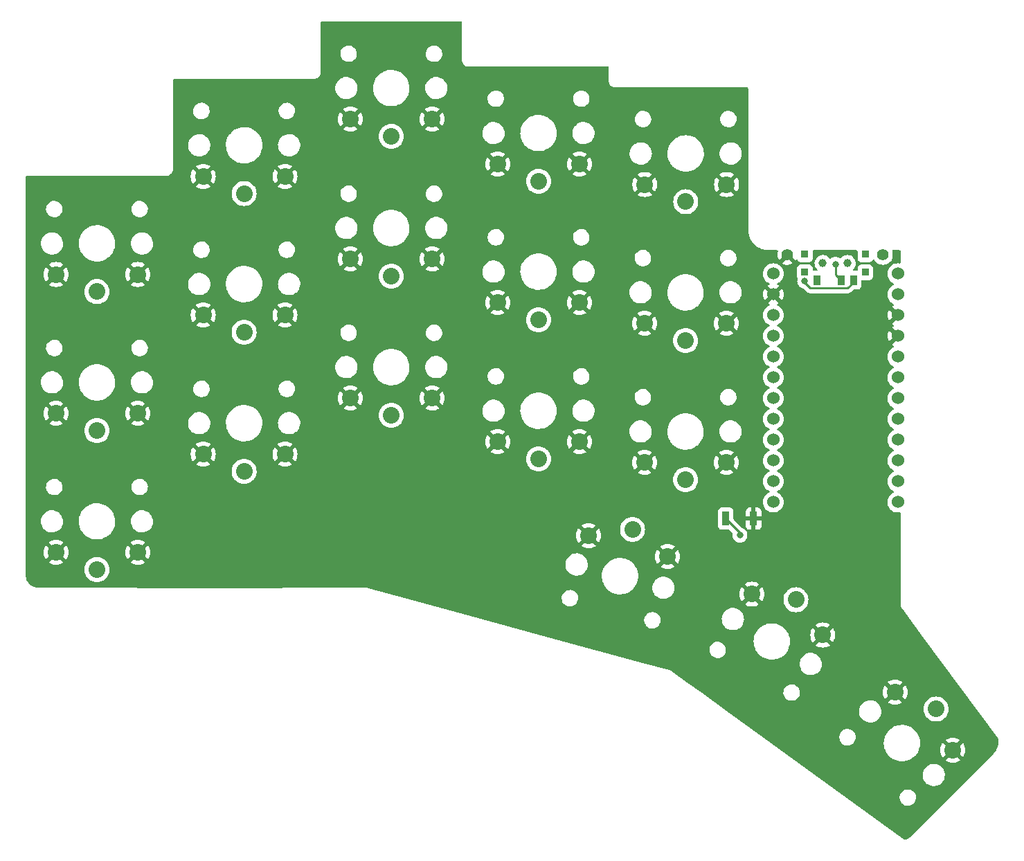
<source format=gbr>
%TF.GenerationSoftware,KiCad,Pcbnew,(6.0.2-0)*%
%TF.CreationDate,2022-03-03T20:02:48-06:00*%
%TF.ProjectId,Exkeylibur,45786b65-796c-4696-9275-722e6b696361,rev?*%
%TF.SameCoordinates,Original*%
%TF.FileFunction,Copper,L2,Bot*%
%TF.FilePolarity,Positive*%
%FSLAX46Y46*%
G04 Gerber Fmt 4.6, Leading zero omitted, Abs format (unit mm)*
G04 Created by KiCad (PCBNEW (6.0.2-0)) date 2022-03-03 20:02:48*
%MOMM*%
%LPD*%
G01*
G04 APERTURE LIST*
%TA.AperFunction,ComponentPad*%
%ADD10C,1.524000*%
%TD*%
%TA.AperFunction,ComponentPad*%
%ADD11C,2.032000*%
%TD*%
%TA.AperFunction,ComponentPad*%
%ADD12C,1.397000*%
%TD*%
%TA.AperFunction,WasherPad*%
%ADD13C,1.000000*%
%TD*%
%TA.AperFunction,SMDPad,CuDef*%
%ADD14R,0.900000X0.900000*%
%TD*%
%TA.AperFunction,SMDPad,CuDef*%
%ADD15R,0.900000X1.250000*%
%TD*%
%TA.AperFunction,SMDPad,CuDef*%
%ADD16R,0.900000X1.700000*%
%TD*%
%TA.AperFunction,ViaPad*%
%ADD17C,0.800000*%
%TD*%
%TA.AperFunction,Conductor*%
%ADD18C,0.250000*%
%TD*%
G04 APERTURE END LIST*
D10*
%TO.P,U1,1,TX0/D3*%
%TO.N,switch6*%
X128322558Y-53086000D03*
%TO.P,U1,2,RX1/D2*%
%TO.N,switch5*%
X128322558Y-55626000D03*
%TO.P,U1,3,GND*%
%TO.N,GND*%
X128322558Y-58166000D03*
%TO.P,U1,4,GND*%
X128322558Y-60706000D03*
%TO.P,U1,5,2/D1/SDA*%
%TO.N,switch18*%
X128322558Y-63246000D03*
%TO.P,U1,6,3/D0/SCL*%
%TO.N,switch17*%
X128322558Y-65786000D03*
%TO.P,U1,7,4/D4*%
%TO.N,switch16*%
X128322558Y-68326000D03*
%TO.P,U1,8,5/C6*%
%TO.N,switch15*%
X128322558Y-70866000D03*
%TO.P,U1,9,6/D7*%
%TO.N,switch14*%
X128322558Y-73406000D03*
%TO.P,U1,10,7/E6*%
%TO.N,switch13*%
X128322558Y-75946000D03*
%TO.P,U1,11,8/B4*%
%TO.N,switch7*%
X128322558Y-78486000D03*
%TO.P,U1,12,9/B5*%
%TO.N,switch1*%
X128322558Y-81026000D03*
%TO.P,U1,13,B6/10*%
%TO.N,switch8*%
X113102558Y-81026000D03*
%TO.P,U1,14,B2/16*%
%TO.N,switch9*%
X113102558Y-78486000D03*
%TO.P,U1,15,B3/14*%
%TO.N,switch10*%
X113102558Y-75946000D03*
%TO.P,U1,16,B1/15*%
%TO.N,switch11*%
X113102558Y-73406000D03*
%TO.P,U1,17,F7/A0*%
%TO.N,switch12*%
X113102558Y-70866000D03*
%TO.P,U1,18,F6/A1*%
%TO.N,switch2*%
X113102558Y-68326000D03*
%TO.P,U1,19,F5/A2*%
%TO.N,switch3*%
X113102558Y-65786000D03*
%TO.P,U1,20,F4/A3*%
%TO.N,switch4*%
X113102558Y-63246000D03*
%TO.P,U1,21,VCC*%
%TO.N,VCC*%
X113102558Y-60706000D03*
%TO.P,U1,22,RST*%
%TO.N,Net-(RSW1-Pad1)*%
X113102558Y-58166000D03*
%TO.P,U1,23,GND*%
%TO.N,GND*%
X113102558Y-55626000D03*
%TO.P,U1,24,RAW*%
%TO.N,Net-(PWR_SW1-Pad3)*%
X113102558Y-53086000D03*
%TD*%
D11*
%TO.P,SW16,1,1*%
%TO.N,switch16*%
X66389158Y-70416000D03*
%TO.P,SW16,2,2*%
%TO.N,GND*%
X71389158Y-68316000D03*
X61389158Y-68316000D03*
%TD*%
%TO.P,SW7,1,1*%
%TO.N,switch7*%
X115869158Y-92972450D03*
%TO.P,SW7,2,2*%
%TO.N,GND*%
X119149285Y-97291103D03*
X110489031Y-92291103D03*
%TD*%
%TO.P,SW15,1,1*%
%TO.N,switch15*%
X48389158Y-77274000D03*
%TO.P,SW15,2,2*%
%TO.N,GND*%
X53389158Y-75174000D03*
X43389158Y-75174000D03*
%TD*%
%TO.P,SW13,1,1*%
%TO.N,switch13*%
X95886190Y-84383038D03*
%TO.P,SW13,2,2*%
%TO.N,GND*%
X100172300Y-87705577D03*
X90513041Y-85117387D03*
%TD*%
%TO.P,SW17,1,1*%
%TO.N,switch17*%
X84389158Y-75750000D03*
%TO.P,SW17,2,2*%
%TO.N,GND*%
X79389158Y-73650000D03*
X89389158Y-73650000D03*
%TD*%
%TO.P,SW18,1,1*%
%TO.N,switch18*%
X102369158Y-78290000D03*
%TO.P,SW18,2,2*%
%TO.N,GND*%
X97369158Y-76190000D03*
X107369158Y-76190000D03*
%TD*%
%TO.P,SW4,1,1*%
%TO.N,switch4*%
X66389158Y-36282000D03*
%TO.P,SW4,2,2*%
%TO.N,GND*%
X71389158Y-34182000D03*
X61389158Y-34182000D03*
%TD*%
%TO.P,SW3,1,1*%
%TO.N,switch3*%
X48389158Y-43282000D03*
%TO.P,SW3,2,2*%
%TO.N,GND*%
X53389158Y-41182000D03*
X43389158Y-41182000D03*
%TD*%
%TO.P,SW9,1,1*%
%TO.N,switch9*%
X48389158Y-60256000D03*
%TO.P,SW9,2,2*%
%TO.N,GND*%
X43389158Y-58156000D03*
X53389158Y-58156000D03*
%TD*%
%TO.P,SW14,1,1*%
%TO.N,switch14*%
X30389158Y-89282000D03*
%TO.P,SW14,2,2*%
%TO.N,GND*%
X35389158Y-87182000D03*
X25389158Y-87182000D03*
%TD*%
%TO.P,SW12,1,1*%
%TO.N,switch12*%
X102369158Y-61272000D03*
%TO.P,SW12,2,2*%
%TO.N,GND*%
X107369158Y-59172000D03*
X97369158Y-59172000D03*
%TD*%
%TO.P,SW11,1,1*%
%TO.N,switch11*%
X84389158Y-58732000D03*
%TO.P,SW11,2,2*%
%TO.N,GND*%
X79389158Y-56632000D03*
X89389158Y-56632000D03*
%TD*%
%TO.P,SW8,1,1*%
%TO.N,switch8*%
X30389158Y-72282000D03*
%TO.P,SW8,2,2*%
%TO.N,GND*%
X25389158Y-70182000D03*
X35389158Y-70182000D03*
%TD*%
%TO.P,SW6,1,1*%
%TO.N,switch6*%
X102389158Y-44282000D03*
%TO.P,SW6,2,2*%
%TO.N,GND*%
X107389158Y-42182000D03*
X97389158Y-42182000D03*
%TD*%
%TO.P,SW5,1,1*%
%TO.N,switch5*%
X84389158Y-41782000D03*
%TO.P,SW5,2,2*%
%TO.N,GND*%
X79389158Y-39682000D03*
X89389158Y-39682000D03*
%TD*%
%TO.P,SW2,1,1*%
%TO.N,switch2*%
X30389158Y-55282000D03*
%TO.P,SW2,2,2*%
%TO.N,GND*%
X25389158Y-53182000D03*
X35389158Y-53182000D03*
%TD*%
%TO.P,SW10,1,1*%
%TO.N,switch10*%
X66389158Y-53398000D03*
%TO.P,SW10,2,2*%
%TO.N,GND*%
X71389158Y-51298000D03*
X61389158Y-51298000D03*
%TD*%
D12*
%TO.P,BT_V1,1,1*%
%TO.N,Net-(BT_V1-Pad1)*%
X126499158Y-50800000D03*
%TD*%
%TO.P,BT_GND1,1,1*%
%TO.N,GND*%
X114815158Y-50800000D03*
%TD*%
D13*
%TO.P,PWR_SW1,*%
%TO.N,*%
X122160425Y-51818925D03*
X119160425Y-51818925D03*
%TD*%
D11*
%TO.P,SW1,1,1*%
%TO.N,switch1*%
X133005088Y-106344495D03*
%TO.P,SW1,2,2*%
%TO.N,GND*%
X135055698Y-111364953D03*
X127984630Y-104293885D03*
%TD*%
D13*
%TO.P,PWR_SW1,*%
%TO.N,*%
X122157158Y-51816000D03*
X119157158Y-51816000D03*
D14*
%TO.P,PWR_SW1,0*%
%TO.N,N/C*%
X124357158Y-52916000D03*
X116957158Y-50716000D03*
X124357158Y-50716000D03*
X116957158Y-52916000D03*
D15*
%TO.P,PWR_SW1,1,A*%
%TO.N,unconnected-(PWR_SW1-Pad1)*%
X118407158Y-53891000D03*
%TO.P,PWR_SW1,2,B*%
%TO.N,Net-(BT_V1-Pad1)*%
X121407158Y-53891000D03*
%TO.P,PWR_SW1,3,C*%
%TO.N,Net-(PWR_SW1-Pad3)*%
X122907158Y-53891000D03*
%TD*%
D16*
%TO.P,RSW1,1,1*%
%TO.N,Net-(RSW1-Pad1)*%
X107280425Y-83056425D03*
%TO.P,RSW1,2,2*%
%TO.N,GND*%
X110680425Y-83056425D03*
%TD*%
D17*
%TO.N,Net-(BT_V1-Pad1)*%
X120700425Y-51936425D03*
%TO.N,Net-(RSW1-Pad1)*%
X109020425Y-85076425D03*
%TO.N,Net-(PWR_SW1-Pad3)*%
X116940425Y-53996425D03*
%TD*%
D18*
%TO.N,Net-(BT_V1-Pad1)*%
X120700425Y-51936425D02*
X120700425Y-53184267D01*
X120700425Y-53184267D02*
X121407158Y-53891000D01*
%TO.N,Net-(RSW1-Pad1)*%
X109020425Y-84796425D02*
X107280425Y-83056425D01*
X109020425Y-85076425D02*
X109020425Y-84796425D01*
%TO.N,Net-(PWR_SW1-Pad3)*%
X122186339Y-54840511D02*
X122907158Y-54119692D01*
X116940425Y-54148289D02*
X117632647Y-54840511D01*
X117632647Y-54840511D02*
X122186339Y-54840511D01*
X122907158Y-54119692D02*
X122907158Y-53891000D01*
X116940425Y-53996425D02*
X116940425Y-54148289D01*
%TD*%
%TA.AperFunction,Conductor*%
%TO.N,GND*%
G36*
X74979270Y-22254163D02*
G01*
X75025763Y-22307819D01*
X75037149Y-22360161D01*
X75037149Y-26964433D01*
X75037013Y-26966474D01*
X75036438Y-26968513D01*
X75036493Y-26974300D01*
X75036493Y-26974302D01*
X75037143Y-27042474D01*
X75037149Y-27043675D01*
X75037149Y-27072902D01*
X75037402Y-27074670D01*
X75037464Y-27076214D01*
X75037825Y-27114021D01*
X75039872Y-27126393D01*
X75041396Y-27131015D01*
X75045118Y-27142305D01*
X75050179Y-27163884D01*
X75052554Y-27180470D01*
X75059132Y-27194938D01*
X75065735Y-27213015D01*
X75082080Y-27271238D01*
X75150151Y-27405707D01*
X75242979Y-27524443D01*
X75357048Y-27622950D01*
X75488038Y-27697496D01*
X75493864Y-27699443D01*
X75493865Y-27699443D01*
X75558893Y-27721170D01*
X75572510Y-27726620D01*
X75585921Y-27732916D01*
X75595097Y-27737224D01*
X75603971Y-27738606D01*
X75605928Y-27739204D01*
X75609331Y-27740424D01*
X75609337Y-27740404D01*
X75613961Y-27741908D01*
X75618465Y-27743768D01*
X75623201Y-27744913D01*
X75623204Y-27744914D01*
X75624088Y-27745128D01*
X75630654Y-27746715D01*
X75635506Y-27747117D01*
X75635510Y-27747118D01*
X75680499Y-27750849D01*
X75689467Y-27751918D01*
X75695876Y-27752915D01*
X75705572Y-27754425D01*
X75718409Y-27754425D01*
X75728823Y-27754856D01*
X75775670Y-27758741D01*
X75784469Y-27756941D01*
X75784944Y-27756913D01*
X75809523Y-27754425D01*
X92871149Y-27754425D01*
X92939270Y-27774427D01*
X92985763Y-27828083D01*
X92997149Y-27880425D01*
X92997149Y-29520412D01*
X92995846Y-29538483D01*
X92991926Y-29565512D01*
X92992057Y-29578052D01*
X92995114Y-29596419D01*
X92996614Y-29605434D01*
X92997253Y-29609735D01*
X93013002Y-29729952D01*
X93064889Y-29874121D01*
X93146367Y-30003884D01*
X93253677Y-30113253D01*
X93381867Y-30197183D01*
X93388202Y-30199600D01*
X93388204Y-30199601D01*
X93407336Y-30206900D01*
X93438327Y-30218724D01*
X93446945Y-30222385D01*
X93475576Y-30235828D01*
X93496975Y-30245875D01*
X93496977Y-30245876D01*
X93505097Y-30249688D01*
X93513959Y-30251068D01*
X93513963Y-30251069D01*
X93524262Y-30252672D01*
X93524145Y-30253425D01*
X93526173Y-30253341D01*
X93526229Y-30252978D01*
X93528052Y-30253262D01*
X93528053Y-30253262D01*
X93531087Y-30253734D01*
X93531088Y-30253735D01*
X93589727Y-30262865D01*
X93615572Y-30266889D01*
X93639821Y-30266889D01*
X93654232Y-30267716D01*
X93669319Y-30269453D01*
X93678168Y-30267935D01*
X93684877Y-30267750D01*
X93694997Y-30266889D01*
X109882553Y-30266889D01*
X109950674Y-30286891D01*
X109995989Y-30338041D01*
X110004980Y-30356636D01*
X110016127Y-30392644D01*
X110017978Y-30404884D01*
X110019343Y-30424633D01*
X110018017Y-30433148D01*
X110019181Y-30442049D01*
X110019181Y-30442052D01*
X110022139Y-30464669D01*
X110023203Y-30481007D01*
X110023186Y-36948236D01*
X110023159Y-47721878D01*
X110022068Y-47738422D01*
X110017963Y-47769414D01*
X110018249Y-47781951D01*
X110019107Y-47786741D01*
X110019135Y-47787019D01*
X110020470Y-47796785D01*
X110047093Y-48076986D01*
X110047450Y-48080740D01*
X110111258Y-48374042D01*
X110112490Y-48377596D01*
X110112492Y-48377603D01*
X110208340Y-48654092D01*
X110208344Y-48654101D01*
X110209573Y-48657647D01*
X110340993Y-48927511D01*
X110503644Y-49179785D01*
X110506049Y-49182687D01*
X110506054Y-49182693D01*
X110582774Y-49275242D01*
X110695206Y-49410873D01*
X110697944Y-49413471D01*
X110887938Y-49593747D01*
X110912949Y-49617479D01*
X111153766Y-49796656D01*
X111414224Y-49945851D01*
X111417681Y-49947315D01*
X111417682Y-49947316D01*
X111687137Y-50061464D01*
X111687141Y-50061465D01*
X111690610Y-50062935D01*
X111694228Y-50063980D01*
X111694236Y-50063983D01*
X111919393Y-50129025D01*
X111978982Y-50146239D01*
X112275227Y-50194575D01*
X112278971Y-50194733D01*
X112278978Y-50194734D01*
X112439232Y-50201509D01*
X112542864Y-50205890D01*
X112556267Y-50207178D01*
X112556993Y-50207287D01*
X112562596Y-50208129D01*
X112568942Y-50208096D01*
X112570262Y-50208089D01*
X112570266Y-50208089D01*
X112575136Y-50208063D01*
X112579950Y-50207287D01*
X112579954Y-50207287D01*
X112597179Y-50204512D01*
X112617198Y-50202907D01*
X112771209Y-50202879D01*
X113566118Y-50202734D01*
X113634242Y-50222724D01*
X113680745Y-50276371D01*
X113690862Y-50346643D01*
X113686473Y-50366098D01*
X113631682Y-50542553D01*
X113629288Y-50553817D01*
X113604583Y-50762547D01*
X113604282Y-50774048D01*
X113618029Y-50983779D01*
X113619830Y-50995149D01*
X113671567Y-51198863D01*
X113675408Y-51209710D01*
X113763405Y-51400592D01*
X113769154Y-51410549D01*
X113790270Y-51440427D01*
X113800859Y-51448815D01*
X113814158Y-51441788D01*
X114726063Y-50529884D01*
X114788375Y-50495859D01*
X114859191Y-50500924D01*
X114904253Y-50529884D01*
X115817767Y-51443398D01*
X115830145Y-51450156D01*
X115836724Y-51445231D01*
X115846536Y-51427711D01*
X115897273Y-51378049D01*
X115966805Y-51363701D01*
X116033056Y-51389223D01*
X116057297Y-51413711D01*
X116143897Y-51529261D01*
X116260453Y-51616615D01*
X116396842Y-51667745D01*
X116459024Y-51674500D01*
X117455292Y-51674500D01*
X117517474Y-51667745D01*
X117653863Y-51616615D01*
X117770419Y-51529261D01*
X117857773Y-51412705D01*
X117908903Y-51276316D01*
X117915658Y-51214134D01*
X117915658Y-50327913D01*
X117935660Y-50259792D01*
X117989316Y-50213299D01*
X118041635Y-50201913D01*
X120570769Y-50201449D01*
X123272637Y-50200953D01*
X123340759Y-50220943D01*
X123387262Y-50274590D01*
X123398658Y-50326953D01*
X123398658Y-51214134D01*
X123405413Y-51276316D01*
X123456543Y-51412705D01*
X123543897Y-51529261D01*
X123660453Y-51616615D01*
X123796842Y-51667745D01*
X123859024Y-51674500D01*
X124855292Y-51674500D01*
X124917474Y-51667745D01*
X125053863Y-51616615D01*
X125170419Y-51529261D01*
X125212176Y-51473545D01*
X125255291Y-51416017D01*
X125312150Y-51373502D01*
X125382969Y-51368476D01*
X125445262Y-51402536D01*
X125459328Y-51419309D01*
X125571010Y-51578809D01*
X125720349Y-51728148D01*
X125724857Y-51731305D01*
X125724860Y-51731307D01*
X125888843Y-51846129D01*
X125893352Y-51849286D01*
X125898334Y-51851609D01*
X125898339Y-51851612D01*
X126078863Y-51935791D01*
X126084763Y-51938542D01*
X126090071Y-51939964D01*
X126090073Y-51939965D01*
X126283449Y-51991780D01*
X126283451Y-51991780D01*
X126288764Y-51993204D01*
X126499158Y-52011611D01*
X126709552Y-51993204D01*
X126714865Y-51991780D01*
X126714867Y-51991780D01*
X126908243Y-51939965D01*
X126908245Y-51939964D01*
X126913553Y-51938542D01*
X126919453Y-51935791D01*
X127099977Y-51851612D01*
X127099982Y-51851609D01*
X127104964Y-51849286D01*
X127109473Y-51846129D01*
X127273456Y-51731307D01*
X127273459Y-51731305D01*
X127277967Y-51728148D01*
X127427306Y-51578809D01*
X127548444Y-51405805D01*
X127556177Y-51389223D01*
X127635377Y-51219377D01*
X127635378Y-51219376D01*
X127637700Y-51214395D01*
X127640468Y-51204067D01*
X127690938Y-51015709D01*
X127690938Y-51015707D01*
X127692362Y-51010394D01*
X127710769Y-50800000D01*
X127692362Y-50589606D01*
X127688795Y-50576293D01*
X127639123Y-50390915D01*
X127639122Y-50390913D01*
X127637700Y-50385605D01*
X127634799Y-50379384D01*
X127634708Y-50378786D01*
X127633494Y-50375450D01*
X127634164Y-50375206D01*
X127624137Y-50309193D01*
X127653115Y-50244380D01*
X127712534Y-50205522D01*
X127748970Y-50200132D01*
X128421863Y-50200009D01*
X128441269Y-50201509D01*
X128456015Y-50203805D01*
X128456019Y-50203805D01*
X128464888Y-50205186D01*
X128473789Y-50204022D01*
X128482764Y-50204132D01*
X128482754Y-50204949D01*
X128504245Y-50205241D01*
X128526226Y-50208722D01*
X128563721Y-50220904D01*
X128595623Y-50237159D01*
X128627515Y-50260331D01*
X128652827Y-50285643D01*
X128675999Y-50317535D01*
X128692254Y-50349437D01*
X128704436Y-50386930D01*
X128707782Y-50408057D01*
X128709212Y-50427766D01*
X128707972Y-50435730D01*
X128709796Y-50449678D01*
X128712094Y-50467251D01*
X128713158Y-50483589D01*
X128713158Y-51711135D01*
X128693156Y-51779256D01*
X128639500Y-51825749D01*
X128569226Y-51835853D01*
X128554551Y-51832843D01*
X128549338Y-51831446D01*
X128549331Y-51831445D01*
X128544021Y-51830022D01*
X128322558Y-51810647D01*
X128101095Y-51830022D01*
X127978894Y-51862766D01*
X127891672Y-51886137D01*
X127891670Y-51886138D01*
X127886362Y-51887560D01*
X127881381Y-51889882D01*
X127881380Y-51889883D01*
X127689869Y-51979186D01*
X127689864Y-51979189D01*
X127684882Y-51981512D01*
X127680375Y-51984668D01*
X127680373Y-51984669D01*
X127507288Y-52105864D01*
X127507285Y-52105866D01*
X127502777Y-52109023D01*
X127345581Y-52266219D01*
X127342424Y-52270727D01*
X127342422Y-52270730D01*
X127221227Y-52443815D01*
X127218070Y-52448324D01*
X127215747Y-52453306D01*
X127215744Y-52453311D01*
X127141015Y-52613568D01*
X127124118Y-52649804D01*
X127122696Y-52655112D01*
X127122695Y-52655114D01*
X127117487Y-52674550D01*
X127066580Y-52864537D01*
X127047205Y-53086000D01*
X127066580Y-53307463D01*
X127124118Y-53522196D01*
X127126440Y-53527177D01*
X127126441Y-53527178D01*
X127215744Y-53718689D01*
X127215747Y-53718694D01*
X127218070Y-53723676D01*
X127221226Y-53728183D01*
X127221227Y-53728185D01*
X127338216Y-53895262D01*
X127345581Y-53905781D01*
X127502777Y-54062977D01*
X127507285Y-54066134D01*
X127507288Y-54066136D01*
X127579444Y-54116660D01*
X127684881Y-54190488D01*
X127689863Y-54192811D01*
X127689868Y-54192814D01*
X127794931Y-54241805D01*
X127848216Y-54288722D01*
X127867677Y-54356999D01*
X127847135Y-54424959D01*
X127794931Y-54470195D01*
X127689869Y-54519186D01*
X127689864Y-54519189D01*
X127684882Y-54521512D01*
X127680375Y-54524668D01*
X127680373Y-54524669D01*
X127507288Y-54645864D01*
X127507285Y-54645866D01*
X127502777Y-54649023D01*
X127345581Y-54806219D01*
X127342424Y-54810727D01*
X127342422Y-54810730D01*
X127221227Y-54983815D01*
X127218070Y-54988324D01*
X127215747Y-54993306D01*
X127215744Y-54993311D01*
X127128711Y-55179954D01*
X127124118Y-55189804D01*
X127122696Y-55195112D01*
X127122695Y-55195114D01*
X127107197Y-55252954D01*
X127066580Y-55404537D01*
X127047205Y-55626000D01*
X127066580Y-55847463D01*
X127124118Y-56062196D01*
X127126440Y-56067177D01*
X127126441Y-56067178D01*
X127215744Y-56258689D01*
X127215747Y-56258694D01*
X127218070Y-56263676D01*
X127221226Y-56268183D01*
X127221227Y-56268185D01*
X127338216Y-56435262D01*
X127345581Y-56445781D01*
X127502777Y-56602977D01*
X127507285Y-56606134D01*
X127507288Y-56606136D01*
X127558439Y-56641952D01*
X127684881Y-56730488D01*
X127689863Y-56732811D01*
X127689868Y-56732814D01*
X127795523Y-56782081D01*
X127848808Y-56828998D01*
X127868269Y-56897275D01*
X127847727Y-56965235D01*
X127795523Y-57010471D01*
X127690117Y-57059623D01*
X127680626Y-57065103D01*
X127636793Y-57095794D01*
X127628418Y-57106271D01*
X127635486Y-57119718D01*
X128592673Y-58076905D01*
X128626699Y-58139217D01*
X128621634Y-58210032D01*
X128592673Y-58255095D01*
X127634765Y-59213003D01*
X127628335Y-59224777D01*
X127637632Y-59236793D01*
X127680627Y-59266898D01*
X127690113Y-59272376D01*
X127796115Y-59321805D01*
X127849400Y-59368722D01*
X127868861Y-59436999D01*
X127848319Y-59504959D01*
X127796115Y-59550195D01*
X127690117Y-59599623D01*
X127680626Y-59605103D01*
X127636793Y-59635794D01*
X127628418Y-59646271D01*
X127635486Y-59659718D01*
X128592673Y-60616905D01*
X128626699Y-60679217D01*
X128621634Y-60750032D01*
X128592673Y-60795095D01*
X127634765Y-61753003D01*
X127628335Y-61764777D01*
X127637632Y-61776793D01*
X127680627Y-61806898D01*
X127690113Y-61812376D01*
X127795523Y-61861529D01*
X127848808Y-61908446D01*
X127868269Y-61976723D01*
X127847727Y-62044683D01*
X127795523Y-62089919D01*
X127689869Y-62139186D01*
X127689864Y-62139189D01*
X127684882Y-62141512D01*
X127680375Y-62144668D01*
X127680373Y-62144669D01*
X127507288Y-62265864D01*
X127507285Y-62265866D01*
X127502777Y-62269023D01*
X127345581Y-62426219D01*
X127342424Y-62430727D01*
X127342422Y-62430730D01*
X127258193Y-62551022D01*
X127218070Y-62608324D01*
X127215747Y-62613306D01*
X127215744Y-62613311D01*
X127127638Y-62802256D01*
X127124118Y-62809804D01*
X127066580Y-63024537D01*
X127047205Y-63246000D01*
X127066580Y-63467463D01*
X127124118Y-63682196D01*
X127126440Y-63687177D01*
X127126441Y-63687178D01*
X127215744Y-63878689D01*
X127215747Y-63878694D01*
X127218070Y-63883676D01*
X127221226Y-63888183D01*
X127221227Y-63888185D01*
X127301420Y-64002712D01*
X127345581Y-64065781D01*
X127502777Y-64222977D01*
X127507285Y-64226134D01*
X127507288Y-64226136D01*
X127583053Y-64279187D01*
X127684881Y-64350488D01*
X127689863Y-64352811D01*
X127689868Y-64352814D01*
X127794931Y-64401805D01*
X127848216Y-64448722D01*
X127867677Y-64516999D01*
X127847135Y-64584959D01*
X127794931Y-64630195D01*
X127689869Y-64679186D01*
X127689864Y-64679189D01*
X127684882Y-64681512D01*
X127680375Y-64684668D01*
X127680373Y-64684669D01*
X127507288Y-64805864D01*
X127507285Y-64805866D01*
X127502777Y-64809023D01*
X127345581Y-64966219D01*
X127342424Y-64970727D01*
X127342422Y-64970730D01*
X127221227Y-65143815D01*
X127218070Y-65148324D01*
X127215747Y-65153306D01*
X127215744Y-65153311D01*
X127145253Y-65304479D01*
X127124118Y-65349804D01*
X127066580Y-65564537D01*
X127047205Y-65786000D01*
X127066580Y-66007463D01*
X127105055Y-66151051D01*
X127114148Y-66184986D01*
X127124118Y-66222196D01*
X127126440Y-66227177D01*
X127126441Y-66227178D01*
X127215744Y-66418689D01*
X127215747Y-66418694D01*
X127218070Y-66423676D01*
X127221226Y-66428183D01*
X127221227Y-66428185D01*
X127327037Y-66579297D01*
X127345581Y-66605781D01*
X127502777Y-66762977D01*
X127507285Y-66766134D01*
X127507288Y-66766136D01*
X127538049Y-66787675D01*
X127684881Y-66890488D01*
X127689863Y-66892811D01*
X127689868Y-66892814D01*
X127794931Y-66941805D01*
X127848216Y-66988722D01*
X127867677Y-67056999D01*
X127847135Y-67124959D01*
X127794931Y-67170195D01*
X127689869Y-67219186D01*
X127689864Y-67219189D01*
X127684882Y-67221512D01*
X127680375Y-67224668D01*
X127680373Y-67224669D01*
X127507288Y-67345864D01*
X127507285Y-67345866D01*
X127502777Y-67349023D01*
X127345581Y-67506219D01*
X127342424Y-67510727D01*
X127342422Y-67510730D01*
X127224890Y-67678584D01*
X127218070Y-67688324D01*
X127215747Y-67693306D01*
X127215744Y-67693311D01*
X127135793Y-67864766D01*
X127124118Y-67889804D01*
X127066580Y-68104537D01*
X127047205Y-68326000D01*
X127066580Y-68547463D01*
X127099875Y-68671720D01*
X127115492Y-68730002D01*
X127124118Y-68762196D01*
X127126440Y-68767177D01*
X127126441Y-68767178D01*
X127215744Y-68958689D01*
X127215747Y-68958694D01*
X127218070Y-68963676D01*
X127221226Y-68968183D01*
X127221227Y-68968185D01*
X127332281Y-69126786D01*
X127345581Y-69145781D01*
X127502777Y-69302977D01*
X127507285Y-69306134D01*
X127507288Y-69306136D01*
X127544160Y-69331954D01*
X127684881Y-69430488D01*
X127689863Y-69432811D01*
X127689868Y-69432814D01*
X127794931Y-69481805D01*
X127848216Y-69528722D01*
X127867677Y-69596999D01*
X127847135Y-69664959D01*
X127794931Y-69710195D01*
X127689869Y-69759186D01*
X127689864Y-69759189D01*
X127684882Y-69761512D01*
X127680375Y-69764668D01*
X127680373Y-69764669D01*
X127507288Y-69885864D01*
X127507285Y-69885866D01*
X127502777Y-69889023D01*
X127345581Y-70046219D01*
X127342424Y-70050727D01*
X127342422Y-70050730D01*
X127224890Y-70218584D01*
X127218070Y-70228324D01*
X127215747Y-70233306D01*
X127215744Y-70233311D01*
X127155135Y-70363288D01*
X127124118Y-70429804D01*
X127066580Y-70644537D01*
X127047205Y-70866000D01*
X127066580Y-71087463D01*
X127124118Y-71302196D01*
X127126440Y-71307177D01*
X127126441Y-71307178D01*
X127215744Y-71498689D01*
X127215747Y-71498694D01*
X127218070Y-71503676D01*
X127221226Y-71508183D01*
X127221227Y-71508185D01*
X127332281Y-71666786D01*
X127345581Y-71685781D01*
X127502777Y-71842977D01*
X127507285Y-71846134D01*
X127507288Y-71846136D01*
X127566059Y-71887288D01*
X127684881Y-71970488D01*
X127689863Y-71972811D01*
X127689868Y-71972814D01*
X127794931Y-72021805D01*
X127848216Y-72068722D01*
X127867677Y-72136999D01*
X127847135Y-72204959D01*
X127794931Y-72250195D01*
X127689869Y-72299186D01*
X127689864Y-72299189D01*
X127684882Y-72301512D01*
X127680375Y-72304668D01*
X127680373Y-72304669D01*
X127507288Y-72425864D01*
X127507285Y-72425866D01*
X127502777Y-72429023D01*
X127345581Y-72586219D01*
X127342424Y-72590727D01*
X127342422Y-72590730D01*
X127224510Y-72759126D01*
X127218070Y-72768324D01*
X127215747Y-72773306D01*
X127215744Y-72773311D01*
X127128432Y-72960553D01*
X127124118Y-72969804D01*
X127066580Y-73184537D01*
X127047205Y-73406000D01*
X127066580Y-73627463D01*
X127124118Y-73842196D01*
X127126440Y-73847177D01*
X127126441Y-73847178D01*
X127215744Y-74038689D01*
X127215747Y-74038694D01*
X127218070Y-74043676D01*
X127221226Y-74048183D01*
X127221227Y-74048185D01*
X127276394Y-74126971D01*
X127345581Y-74225781D01*
X127502777Y-74382977D01*
X127507285Y-74386134D01*
X127507288Y-74386136D01*
X127509179Y-74387460D01*
X127684881Y-74510488D01*
X127689863Y-74512811D01*
X127689868Y-74512814D01*
X127794931Y-74561805D01*
X127848216Y-74608722D01*
X127867677Y-74676999D01*
X127847135Y-74744959D01*
X127794931Y-74790195D01*
X127689869Y-74839186D01*
X127689864Y-74839189D01*
X127684882Y-74841512D01*
X127680375Y-74844668D01*
X127680373Y-74844669D01*
X127507288Y-74965864D01*
X127507285Y-74965866D01*
X127502777Y-74969023D01*
X127345581Y-75126219D01*
X127342424Y-75130727D01*
X127342422Y-75130730D01*
X127310048Y-75176965D01*
X127218070Y-75308324D01*
X127215747Y-75313306D01*
X127215744Y-75313311D01*
X127128432Y-75500553D01*
X127124118Y-75509804D01*
X127122696Y-75515112D01*
X127122695Y-75515114D01*
X127116418Y-75538539D01*
X127066580Y-75724537D01*
X127047205Y-75946000D01*
X127066580Y-76167463D01*
X127082567Y-76227126D01*
X127121221Y-76371383D01*
X127124118Y-76382196D01*
X127126440Y-76387177D01*
X127126441Y-76387178D01*
X127215744Y-76578689D01*
X127215747Y-76578694D01*
X127218070Y-76583676D01*
X127221226Y-76588183D01*
X127221227Y-76588185D01*
X127301149Y-76702325D01*
X127345581Y-76765781D01*
X127502777Y-76922977D01*
X127507285Y-76926134D01*
X127507288Y-76926136D01*
X127509179Y-76927460D01*
X127684881Y-77050488D01*
X127689863Y-77052811D01*
X127689868Y-77052814D01*
X127794931Y-77101805D01*
X127848216Y-77148722D01*
X127867677Y-77216999D01*
X127847135Y-77284959D01*
X127794931Y-77330195D01*
X127689869Y-77379186D01*
X127689864Y-77379189D01*
X127684882Y-77381512D01*
X127680375Y-77384668D01*
X127680373Y-77384669D01*
X127507288Y-77505864D01*
X127507285Y-77505866D01*
X127502777Y-77509023D01*
X127345581Y-77666219D01*
X127342424Y-77670727D01*
X127342422Y-77670730D01*
X127242892Y-77812874D01*
X127218070Y-77848324D01*
X127215747Y-77853306D01*
X127215744Y-77853311D01*
X127126441Y-78044822D01*
X127124118Y-78049804D01*
X127066580Y-78264537D01*
X127047205Y-78486000D01*
X127066580Y-78707463D01*
X127124118Y-78922196D01*
X127126440Y-78927177D01*
X127126441Y-78927178D01*
X127215744Y-79118689D01*
X127215747Y-79118694D01*
X127218070Y-79123676D01*
X127221226Y-79128183D01*
X127221227Y-79128185D01*
X127293421Y-79231288D01*
X127345581Y-79305781D01*
X127502777Y-79462977D01*
X127507285Y-79466134D01*
X127507288Y-79466136D01*
X127583053Y-79519187D01*
X127684881Y-79590488D01*
X127689863Y-79592811D01*
X127689868Y-79592814D01*
X127794931Y-79641805D01*
X127848216Y-79688722D01*
X127867677Y-79756999D01*
X127847135Y-79824959D01*
X127794931Y-79870195D01*
X127689869Y-79919186D01*
X127689864Y-79919189D01*
X127684882Y-79921512D01*
X127680375Y-79924668D01*
X127680373Y-79924669D01*
X127507288Y-80045864D01*
X127507285Y-80045866D01*
X127502777Y-80049023D01*
X127345581Y-80206219D01*
X127218070Y-80388324D01*
X127215747Y-80393306D01*
X127215744Y-80393311D01*
X127126441Y-80584822D01*
X127124118Y-80589804D01*
X127066580Y-80804537D01*
X127047205Y-81026000D01*
X127066580Y-81247463D01*
X127068004Y-81252776D01*
X127112014Y-81417022D01*
X127124118Y-81462196D01*
X127126440Y-81467177D01*
X127126441Y-81467178D01*
X127215744Y-81658689D01*
X127215747Y-81658694D01*
X127218070Y-81663676D01*
X127221226Y-81668183D01*
X127221227Y-81668185D01*
X127340231Y-81838140D01*
X127345581Y-81845781D01*
X127502777Y-82002977D01*
X127507285Y-82006134D01*
X127507288Y-82006136D01*
X127550994Y-82036739D01*
X127684881Y-82130488D01*
X127689863Y-82132811D01*
X127689868Y-82132814D01*
X127881380Y-82222117D01*
X127886362Y-82224440D01*
X127891670Y-82225862D01*
X127891672Y-82225863D01*
X127931960Y-82236658D01*
X128101095Y-82281978D01*
X128322558Y-82301353D01*
X128544021Y-82281978D01*
X128549331Y-82280555D01*
X128549338Y-82280554D01*
X128554551Y-82279157D01*
X128625528Y-82280849D01*
X128684322Y-82320646D01*
X128712267Y-82385911D01*
X128713158Y-82400865D01*
X128713158Y-93709202D01*
X128712710Y-93719813D01*
X128710193Y-93749600D01*
X128708795Y-93766138D01*
X128710581Y-93774940D01*
X128719608Y-93819435D01*
X128720851Y-93826626D01*
X128727289Y-93871579D01*
X128727290Y-93871584D01*
X128728563Y-93880470D01*
X128732277Y-93888639D01*
X128733952Y-93894368D01*
X128735944Y-93899957D01*
X128737728Y-93908747D01*
X128741908Y-93916686D01*
X128741909Y-93916688D01*
X128763063Y-93956863D01*
X128766274Y-93963415D01*
X128785075Y-94004764D01*
X128785078Y-94004769D01*
X128788791Y-94012935D01*
X128794645Y-94019729D01*
X128794647Y-94019732D01*
X128821730Y-94051163D01*
X128827406Y-94058252D01*
X131500914Y-97655642D01*
X140553578Y-109836628D01*
X140561152Y-109846820D01*
X140582587Y-109892758D01*
X140611423Y-110013713D01*
X140614046Y-110028654D01*
X140638484Y-110242905D01*
X140638808Y-110245747D01*
X140639617Y-110260889D01*
X140639180Y-110324131D01*
X140638107Y-110479400D01*
X140637089Y-110494535D01*
X140609331Y-110711271D01*
X140606501Y-110726175D01*
X140572294Y-110861351D01*
X140552898Y-110937995D01*
X140548298Y-110952450D01*
X140472287Y-111149400D01*
X140469622Y-111156304D01*
X140463317Y-111170103D01*
X140360709Y-111363026D01*
X140352795Y-111375961D01*
X140227755Y-111555141D01*
X140218341Y-111567036D01*
X140095699Y-111704147D01*
X140075748Y-111722134D01*
X140075673Y-111722207D01*
X140068398Y-111727470D01*
X140062893Y-111734564D01*
X140012710Y-111799227D01*
X140002394Y-111810943D01*
X129783050Y-122059995D01*
X129771477Y-122070257D01*
X129744752Y-122091171D01*
X129739522Y-122098462D01*
X129739518Y-122098466D01*
X129738859Y-122099385D01*
X129718955Y-122121196D01*
X129652123Y-122179057D01*
X129630482Y-122194140D01*
X129555962Y-122235219D01*
X129535379Y-122246565D01*
X129511076Y-122256809D01*
X129407124Y-122288284D01*
X129381220Y-122293241D01*
X129295956Y-122300438D01*
X129279471Y-122301830D01*
X129273014Y-122302375D01*
X129246636Y-122301830D01*
X129169756Y-122292125D01*
X129138894Y-122288229D01*
X129113211Y-122282203D01*
X129010663Y-122246462D01*
X128986799Y-122235219D01*
X128916954Y-122192861D01*
X128904591Y-122182970D01*
X128904036Y-122183682D01*
X128896956Y-122178162D01*
X128890733Y-122171696D01*
X128882945Y-122167237D01*
X128882943Y-122167235D01*
X128856915Y-122152331D01*
X128845528Y-122144970D01*
X122067271Y-117226659D01*
X128546635Y-117226659D01*
X128577129Y-117428293D01*
X128647544Y-117619677D01*
X128755005Y-117792993D01*
X128895121Y-117941162D01*
X128900351Y-117944824D01*
X128900352Y-117944825D01*
X129056935Y-118054465D01*
X129062168Y-118058129D01*
X129249323Y-118139118D01*
X129255571Y-118140423D01*
X129255570Y-118140423D01*
X129444195Y-118179830D01*
X129444199Y-118179830D01*
X129448940Y-118180821D01*
X129453777Y-118181074D01*
X129453781Y-118181075D01*
X129453847Y-118181078D01*
X129455619Y-118181171D01*
X129605374Y-118181171D01*
X129678020Y-118173792D01*
X129750941Y-118166385D01*
X129750942Y-118166385D01*
X129757290Y-118165740D01*
X129951885Y-118104757D01*
X130130244Y-118005892D01*
X130285080Y-117873181D01*
X130410068Y-117712047D01*
X130500103Y-117529072D01*
X130501713Y-117522892D01*
X130549897Y-117337912D01*
X130549897Y-117337909D01*
X130551507Y-117331730D01*
X130562179Y-117128083D01*
X130531685Y-116926449D01*
X130461270Y-116735065D01*
X130353809Y-116561749D01*
X130213693Y-116413580D01*
X130116832Y-116345757D01*
X130051879Y-116300277D01*
X130051878Y-116300276D01*
X130046646Y-116296613D01*
X129859491Y-116215624D01*
X129809034Y-116205083D01*
X129664619Y-116174912D01*
X129664615Y-116174912D01*
X129659874Y-116173921D01*
X129655037Y-116173668D01*
X129655033Y-116173667D01*
X129654967Y-116173664D01*
X129653195Y-116173571D01*
X129503440Y-116173571D01*
X129430794Y-116180950D01*
X129357873Y-116188357D01*
X129357872Y-116188357D01*
X129351524Y-116189002D01*
X129156929Y-116249985D01*
X128978570Y-116348850D01*
X128823734Y-116481561D01*
X128698746Y-116642695D01*
X128608711Y-116825670D01*
X128607102Y-116831848D01*
X128607101Y-116831850D01*
X128584022Y-116920453D01*
X128557307Y-117023012D01*
X128546635Y-117226659D01*
X122067271Y-117226659D01*
X118090685Y-114341244D01*
X131359445Y-114341244D01*
X131368099Y-114571780D01*
X131415473Y-114797562D01*
X131500212Y-115012134D01*
X131619892Y-115209361D01*
X131623389Y-115213391D01*
X131710013Y-115313216D01*
X131771092Y-115383604D01*
X131775223Y-115386991D01*
X131945360Y-115526496D01*
X131945366Y-115526500D01*
X131949488Y-115529880D01*
X132149980Y-115644006D01*
X132154996Y-115645827D01*
X132155001Y-115645829D01*
X132361820Y-115720901D01*
X132361824Y-115720902D01*
X132366835Y-115722721D01*
X132372084Y-115723670D01*
X132372087Y-115723671D01*
X132589768Y-115763034D01*
X132589775Y-115763035D01*
X132593852Y-115763772D01*
X132611589Y-115764608D01*
X132616537Y-115764842D01*
X132616544Y-115764842D01*
X132618025Y-115764912D01*
X132780170Y-115764912D01*
X132847126Y-115759231D01*
X132946807Y-115750773D01*
X132946811Y-115750772D01*
X132952118Y-115750322D01*
X132957273Y-115748984D01*
X132957279Y-115748983D01*
X133170248Y-115693707D01*
X133170252Y-115693706D01*
X133175417Y-115692365D01*
X133180283Y-115690173D01*
X133180286Y-115690172D01*
X133380894Y-115599805D01*
X133385760Y-115597613D01*
X133390180Y-115594637D01*
X133390184Y-115594635D01*
X133491393Y-115526496D01*
X133577130Y-115468774D01*
X133744057Y-115309534D01*
X133881766Y-115124446D01*
X133936550Y-115016695D01*
X133983903Y-114923558D01*
X133983903Y-114923557D01*
X133986322Y-114918800D01*
X134025588Y-114792343D01*
X134053150Y-114703582D01*
X134053151Y-114703576D01*
X134054734Y-114698479D01*
X134085045Y-114469780D01*
X134076391Y-114239244D01*
X134029017Y-114013462D01*
X133944278Y-113798890D01*
X133824598Y-113601663D01*
X133737673Y-113501490D01*
X133676898Y-113431453D01*
X133676896Y-113431451D01*
X133673398Y-113427420D01*
X133631263Y-113392872D01*
X133499130Y-113284528D01*
X133499124Y-113284524D01*
X133495002Y-113281144D01*
X133294510Y-113167018D01*
X133289494Y-113165197D01*
X133289489Y-113165195D01*
X133082670Y-113090123D01*
X133082666Y-113090122D01*
X133077655Y-113088303D01*
X133072406Y-113087354D01*
X133072403Y-113087353D01*
X132854722Y-113047990D01*
X132854715Y-113047989D01*
X132850638Y-113047252D01*
X132832901Y-113046416D01*
X132827953Y-113046182D01*
X132827946Y-113046182D01*
X132826465Y-113046112D01*
X132664320Y-113046112D01*
X132597364Y-113051793D01*
X132497683Y-113060251D01*
X132497679Y-113060252D01*
X132492372Y-113060702D01*
X132487217Y-113062040D01*
X132487211Y-113062041D01*
X132274242Y-113117317D01*
X132274238Y-113117318D01*
X132269073Y-113118659D01*
X132264207Y-113120851D01*
X132264204Y-113120852D01*
X132165766Y-113165195D01*
X132058730Y-113213411D01*
X132054310Y-113216387D01*
X132054306Y-113216389D01*
X131962045Y-113278504D01*
X131867360Y-113342250D01*
X131700433Y-113501490D01*
X131562724Y-113686578D01*
X131560309Y-113691328D01*
X131505622Y-113798890D01*
X131458168Y-113892224D01*
X131423962Y-114002385D01*
X131391340Y-114107442D01*
X131391339Y-114107448D01*
X131389756Y-114112545D01*
X131359445Y-114341244D01*
X118090685Y-114341244D01*
X111893368Y-109844464D01*
X121164440Y-109844464D01*
X121194934Y-110046098D01*
X121197140Y-110052093D01*
X121197140Y-110052094D01*
X121226221Y-110131133D01*
X121265349Y-110237482D01*
X121372810Y-110410798D01*
X121377191Y-110415431D01*
X121377192Y-110415432D01*
X121446945Y-110489194D01*
X121512926Y-110558967D01*
X121518156Y-110562629D01*
X121518157Y-110562630D01*
X121674740Y-110672270D01*
X121679973Y-110675934D01*
X121867128Y-110756923D01*
X121904713Y-110764775D01*
X122062000Y-110797635D01*
X122062004Y-110797635D01*
X122066745Y-110798626D01*
X122071582Y-110798879D01*
X122071586Y-110798880D01*
X122071652Y-110798883D01*
X122073424Y-110798976D01*
X122223179Y-110798976D01*
X122295825Y-110791597D01*
X122368746Y-110784190D01*
X122368747Y-110784190D01*
X122375095Y-110783545D01*
X122569690Y-110722562D01*
X122748049Y-110623697D01*
X122818767Y-110563084D01*
X126605672Y-110563084D01*
X126606035Y-110567232D01*
X126606035Y-110567236D01*
X126622745Y-110758228D01*
X126631410Y-110857274D01*
X126632320Y-110861346D01*
X126632321Y-110861351D01*
X126690359Y-111120997D01*
X126695830Y-111145475D01*
X126797802Y-111422624D01*
X126935532Y-111683852D01*
X126967967Y-111729492D01*
X127104177Y-111921160D01*
X127104182Y-111921166D01*
X127106601Y-111924570D01*
X127109445Y-111927620D01*
X127109450Y-111927626D01*
X127244161Y-112072086D01*
X127308004Y-112140549D01*
X127536203Y-112327993D01*
X127787187Y-112483610D01*
X128056548Y-112604666D01*
X128339553Y-112689033D01*
X128343673Y-112689686D01*
X128343675Y-112689686D01*
X128627750Y-112734680D01*
X128627756Y-112734681D01*
X128631231Y-112735231D01*
X128655790Y-112736346D01*
X128722175Y-112739361D01*
X128722196Y-112739361D01*
X128723595Y-112739425D01*
X128908059Y-112739425D01*
X129127822Y-112724828D01*
X129131921Y-112724002D01*
X129131925Y-112724001D01*
X129305348Y-112689033D01*
X129417309Y-112666458D01*
X129583426Y-112609259D01*
X134176222Y-112609259D01*
X134181949Y-112616909D01*
X134357457Y-112724460D01*
X134366251Y-112728941D01*
X134578727Y-112816951D01*
X134588112Y-112820000D01*
X134811742Y-112873690D01*
X134821489Y-112875233D01*
X135050768Y-112893278D01*
X135060628Y-112893278D01*
X135289907Y-112875233D01*
X135299654Y-112873690D01*
X135523284Y-112820000D01*
X135532669Y-112816951D01*
X135745145Y-112728941D01*
X135753939Y-112724460D01*
X135925781Y-112619156D01*
X135935241Y-112608700D01*
X135931457Y-112599922D01*
X135068510Y-111736975D01*
X135054566Y-111729361D01*
X135052733Y-111729492D01*
X135046118Y-111733743D01*
X134182982Y-112596879D01*
X134176222Y-112609259D01*
X129583426Y-112609259D01*
X129696533Y-112570313D01*
X129866247Y-112485327D01*
X129956853Y-112439955D01*
X129956855Y-112439954D01*
X129960589Y-112438084D01*
X130204836Y-112272093D01*
X130235777Y-112244429D01*
X130421870Y-112078042D01*
X130424985Y-112075257D01*
X130521517Y-111962632D01*
X130614447Y-111854209D01*
X130614450Y-111854205D01*
X130617167Y-111851035D01*
X130619441Y-111847533D01*
X130619445Y-111847528D01*
X130775728Y-111606874D01*
X130775731Y-111606869D01*
X130778007Y-111603364D01*
X130797943Y-111561380D01*
X130888872Y-111369883D01*
X133527373Y-111369883D01*
X133545418Y-111599162D01*
X133546961Y-111608909D01*
X133600651Y-111832539D01*
X133603700Y-111841924D01*
X133691710Y-112054400D01*
X133696191Y-112063194D01*
X133801495Y-112235036D01*
X133811951Y-112244496D01*
X133820729Y-112240712D01*
X134683676Y-111377765D01*
X134690054Y-111366085D01*
X135420106Y-111366085D01*
X135420237Y-111367918D01*
X135424488Y-111374533D01*
X136287624Y-112237669D01*
X136300004Y-112244429D01*
X136307654Y-112238702D01*
X136415205Y-112063194D01*
X136419686Y-112054400D01*
X136507696Y-111841924D01*
X136510745Y-111832539D01*
X136564435Y-111608909D01*
X136565978Y-111599162D01*
X136584023Y-111369883D01*
X136584023Y-111360023D01*
X136565978Y-111130744D01*
X136564435Y-111120997D01*
X136510745Y-110897367D01*
X136507696Y-110887982D01*
X136419686Y-110675506D01*
X136415205Y-110666712D01*
X136309901Y-110494870D01*
X136299445Y-110485410D01*
X136290667Y-110489194D01*
X135427720Y-111352141D01*
X135420106Y-111366085D01*
X134690054Y-111366085D01*
X134691290Y-111363821D01*
X134691159Y-111361988D01*
X134686908Y-111355373D01*
X133823772Y-110492237D01*
X133811392Y-110485477D01*
X133803742Y-110491204D01*
X133696191Y-110666712D01*
X133691710Y-110675506D01*
X133603700Y-110887982D01*
X133600651Y-110897367D01*
X133546961Y-111120997D01*
X133545418Y-111130744D01*
X133527373Y-111360023D01*
X133527373Y-111369883D01*
X130888872Y-111369883D01*
X130891750Y-111363821D01*
X130904677Y-111336597D01*
X130994953Y-111055421D01*
X131025080Y-110887982D01*
X131046509Y-110768884D01*
X131046510Y-110768879D01*
X131047248Y-110764775D01*
X131047546Y-110758228D01*
X131060455Y-110473936D01*
X131060455Y-110473931D01*
X131060644Y-110469766D01*
X131055891Y-110415432D01*
X131035270Y-110179737D01*
X131034906Y-110175576D01*
X131033995Y-110171499D01*
X131022753Y-110121206D01*
X134176155Y-110121206D01*
X134179939Y-110129984D01*
X135042886Y-110992931D01*
X135056830Y-111000545D01*
X135058663Y-111000414D01*
X135065278Y-110996163D01*
X135928414Y-110133027D01*
X135935174Y-110120647D01*
X135929447Y-110112997D01*
X135753939Y-110005446D01*
X135745145Y-110000965D01*
X135532669Y-109912955D01*
X135523284Y-109909906D01*
X135299654Y-109856216D01*
X135289907Y-109854673D01*
X135060628Y-109836628D01*
X135050768Y-109836628D01*
X134821489Y-109854673D01*
X134811742Y-109856216D01*
X134588112Y-109909906D01*
X134578727Y-109912955D01*
X134366251Y-110000965D01*
X134357457Y-110005446D01*
X134185615Y-110110750D01*
X134176155Y-110121206D01*
X131022753Y-110121206D01*
X130971398Y-109891453D01*
X130971396Y-109891446D01*
X130970486Y-109887375D01*
X130868514Y-109610226D01*
X130837062Y-109550571D01*
X130777577Y-109437748D01*
X130730784Y-109348998D01*
X130614220Y-109184976D01*
X130562139Y-109111690D01*
X130562134Y-109111684D01*
X130559715Y-109108280D01*
X130556871Y-109105230D01*
X130556866Y-109105224D01*
X130361158Y-108895353D01*
X130358312Y-108892301D01*
X130130113Y-108704857D01*
X129879129Y-108549240D01*
X129609768Y-108428184D01*
X129326763Y-108343817D01*
X129322643Y-108343164D01*
X129322641Y-108343164D01*
X129038566Y-108298170D01*
X129038560Y-108298169D01*
X129035085Y-108297619D01*
X129010526Y-108296504D01*
X128944141Y-108293489D01*
X128944120Y-108293489D01*
X128942721Y-108293425D01*
X128758257Y-108293425D01*
X128538494Y-108308022D01*
X128534395Y-108308848D01*
X128534391Y-108308849D01*
X128391797Y-108337601D01*
X128249007Y-108366392D01*
X127969783Y-108462537D01*
X127966055Y-108464404D01*
X127796641Y-108549240D01*
X127705727Y-108594766D01*
X127461480Y-108760757D01*
X127458366Y-108763541D01*
X127458365Y-108763542D01*
X127427136Y-108791464D01*
X127241331Y-108957593D01*
X127238614Y-108960763D01*
X127238613Y-108960764D01*
X127055059Y-109174920D01*
X127049149Y-109181815D01*
X127046875Y-109185317D01*
X127046871Y-109185322D01*
X126894123Y-109420533D01*
X126888309Y-109429486D01*
X126886515Y-109433264D01*
X126886514Y-109433266D01*
X126878732Y-109449655D01*
X126761639Y-109696253D01*
X126760360Y-109700236D01*
X126760359Y-109700239D01*
X126713297Y-109846820D01*
X126671363Y-109977429D01*
X126670622Y-109981548D01*
X126620360Y-110260897D01*
X126619068Y-110268075D01*
X126618879Y-110272242D01*
X126618878Y-110272249D01*
X126605861Y-110558914D01*
X126605672Y-110563084D01*
X122818767Y-110563084D01*
X122902885Y-110490986D01*
X123027873Y-110329852D01*
X123117908Y-110146877D01*
X123122009Y-110131133D01*
X123167702Y-109955717D01*
X123167702Y-109955714D01*
X123169312Y-109949535D01*
X123176648Y-109809552D01*
X123179650Y-109752270D01*
X123179650Y-109752266D01*
X123179984Y-109745888D01*
X123149490Y-109544254D01*
X123129012Y-109488596D01*
X123081279Y-109358860D01*
X123081278Y-109358859D01*
X123079075Y-109352870D01*
X123000874Y-109226746D01*
X122974976Y-109184976D01*
X122974975Y-109184975D01*
X122971614Y-109179554D01*
X122907439Y-109111690D01*
X122835883Y-109036022D01*
X122831498Y-109031385D01*
X122734637Y-108963562D01*
X122669684Y-108918082D01*
X122669683Y-108918081D01*
X122664451Y-108914418D01*
X122477296Y-108833429D01*
X122426839Y-108822888D01*
X122282424Y-108792717D01*
X122282420Y-108792717D01*
X122277679Y-108791726D01*
X122272842Y-108791473D01*
X122272838Y-108791472D01*
X122272772Y-108791469D01*
X122271000Y-108791376D01*
X122121245Y-108791376D01*
X122048599Y-108798755D01*
X121975678Y-108806162D01*
X121975677Y-108806162D01*
X121969329Y-108806807D01*
X121774734Y-108867790D01*
X121596375Y-108966655D01*
X121441539Y-109099366D01*
X121316551Y-109260500D01*
X121226516Y-109443475D01*
X121224907Y-109449653D01*
X121224906Y-109449655D01*
X121201827Y-109538258D01*
X121175112Y-109640817D01*
X121174778Y-109647196D01*
X121164851Y-109836628D01*
X121164440Y-109844464D01*
X111893368Y-109844464D01*
X107371057Y-106563070D01*
X123581271Y-106563070D01*
X123589925Y-106793606D01*
X123637299Y-107019388D01*
X123639257Y-107024347D01*
X123639258Y-107024349D01*
X123644943Y-107038744D01*
X123722038Y-107233960D01*
X123841718Y-107431187D01*
X123845215Y-107435217D01*
X123974534Y-107584244D01*
X123992918Y-107605430D01*
X123997049Y-107608817D01*
X124167186Y-107748322D01*
X124167192Y-107748326D01*
X124171314Y-107751706D01*
X124371806Y-107865832D01*
X124376822Y-107867653D01*
X124376827Y-107867655D01*
X124583646Y-107942727D01*
X124583650Y-107942728D01*
X124588661Y-107944547D01*
X124593910Y-107945496D01*
X124593913Y-107945497D01*
X124811594Y-107984860D01*
X124811601Y-107984861D01*
X124815678Y-107985598D01*
X124833415Y-107986434D01*
X124838363Y-107986668D01*
X124838370Y-107986668D01*
X124839851Y-107986738D01*
X125001996Y-107986738D01*
X125068952Y-107981057D01*
X125168633Y-107972599D01*
X125168637Y-107972598D01*
X125173944Y-107972148D01*
X125179099Y-107970810D01*
X125179105Y-107970809D01*
X125392074Y-107915533D01*
X125392078Y-107915532D01*
X125397243Y-107914191D01*
X125402109Y-107911999D01*
X125402112Y-107911998D01*
X125602720Y-107821631D01*
X125607586Y-107819439D01*
X125612006Y-107816463D01*
X125612010Y-107816461D01*
X125778388Y-107704447D01*
X125798956Y-107690600D01*
X125965883Y-107531360D01*
X126040414Y-107431187D01*
X126100408Y-107350552D01*
X126100410Y-107350549D01*
X126103592Y-107346272D01*
X126155923Y-107243344D01*
X126205729Y-107145384D01*
X126205729Y-107145383D01*
X126208148Y-107140626D01*
X126247414Y-107014169D01*
X126274976Y-106925408D01*
X126274977Y-106925402D01*
X126276560Y-106920305D01*
X126306871Y-106691606D01*
X126298217Y-106461070D01*
X126273757Y-106344495D01*
X131475874Y-106344495D01*
X131494701Y-106583717D01*
X131495855Y-106588524D01*
X131495856Y-106588530D01*
X131519323Y-106686275D01*
X131550719Y-106817048D01*
X131552612Y-106821619D01*
X131552613Y-106821621D01*
X131634531Y-107019388D01*
X131642548Y-107038744D01*
X131767928Y-107243344D01*
X131923770Y-107425813D01*
X131927532Y-107429026D01*
X132042334Y-107527075D01*
X132106239Y-107581655D01*
X132310839Y-107707035D01*
X132315409Y-107708928D01*
X132315411Y-107708929D01*
X132425058Y-107754346D01*
X132532535Y-107798864D01*
X132605832Y-107816461D01*
X132761053Y-107853727D01*
X132761059Y-107853728D01*
X132765866Y-107854882D01*
X133005088Y-107873709D01*
X133244310Y-107854882D01*
X133249117Y-107853728D01*
X133249123Y-107853727D01*
X133404344Y-107816461D01*
X133477641Y-107798864D01*
X133585118Y-107754346D01*
X133694765Y-107708929D01*
X133694767Y-107708928D01*
X133699337Y-107707035D01*
X133903937Y-107581655D01*
X133967843Y-107527075D01*
X134082644Y-107429026D01*
X134086406Y-107425813D01*
X134242248Y-107243344D01*
X134367628Y-107038744D01*
X134375646Y-107019388D01*
X134457563Y-106821621D01*
X134457564Y-106821619D01*
X134459457Y-106817048D01*
X134490853Y-106686275D01*
X134514320Y-106588530D01*
X134514321Y-106588524D01*
X134515475Y-106583717D01*
X134534302Y-106344495D01*
X134515475Y-106105273D01*
X134514321Y-106100466D01*
X134514320Y-106100460D01*
X134460612Y-105876754D01*
X134459457Y-105871942D01*
X134439387Y-105823489D01*
X134369522Y-105654818D01*
X134369521Y-105654816D01*
X134367628Y-105650246D01*
X134242248Y-105445646D01*
X134235902Y-105438215D01*
X134089619Y-105266939D01*
X134086406Y-105263177D01*
X133903937Y-105107335D01*
X133699337Y-104981955D01*
X133694767Y-104980062D01*
X133694765Y-104980061D01*
X133482214Y-104892020D01*
X133482212Y-104892019D01*
X133477641Y-104890126D01*
X133368748Y-104863983D01*
X133249123Y-104835263D01*
X133249117Y-104835262D01*
X133244310Y-104834108D01*
X133005088Y-104815281D01*
X132765866Y-104834108D01*
X132761059Y-104835262D01*
X132761053Y-104835263D01*
X132641428Y-104863983D01*
X132532535Y-104890126D01*
X132527964Y-104892019D01*
X132527962Y-104892020D01*
X132315411Y-104980061D01*
X132315409Y-104980062D01*
X132310839Y-104981955D01*
X132106239Y-105107335D01*
X131923770Y-105263177D01*
X131920557Y-105266939D01*
X131774275Y-105438215D01*
X131767928Y-105445646D01*
X131642548Y-105650246D01*
X131640655Y-105654816D01*
X131640654Y-105654818D01*
X131570789Y-105823489D01*
X131550719Y-105871942D01*
X131549564Y-105876754D01*
X131495856Y-106100460D01*
X131495855Y-106100466D01*
X131494701Y-106105273D01*
X131475874Y-106344495D01*
X126273757Y-106344495D01*
X126250843Y-106235288D01*
X126166104Y-106020716D01*
X126046424Y-105823489D01*
X125959499Y-105723316D01*
X125898724Y-105653279D01*
X125898722Y-105653277D01*
X125895224Y-105649246D01*
X125853089Y-105614698D01*
X125759783Y-105538191D01*
X127105154Y-105538191D01*
X127110881Y-105545841D01*
X127286389Y-105653392D01*
X127295183Y-105657873D01*
X127507659Y-105745883D01*
X127517044Y-105748932D01*
X127740674Y-105802622D01*
X127750421Y-105804165D01*
X127979700Y-105822210D01*
X127989560Y-105822210D01*
X128218839Y-105804165D01*
X128228586Y-105802622D01*
X128452216Y-105748932D01*
X128461601Y-105745883D01*
X128674077Y-105657873D01*
X128682871Y-105653392D01*
X128854713Y-105548088D01*
X128864173Y-105537632D01*
X128860389Y-105528854D01*
X127997442Y-104665907D01*
X127983498Y-104658293D01*
X127981665Y-104658424D01*
X127975050Y-104662675D01*
X127111914Y-105525811D01*
X127105154Y-105538191D01*
X125759783Y-105538191D01*
X125720956Y-105506354D01*
X125720950Y-105506350D01*
X125716828Y-105502970D01*
X125516336Y-105388844D01*
X125511320Y-105387023D01*
X125511315Y-105387021D01*
X125304496Y-105311949D01*
X125304492Y-105311948D01*
X125299481Y-105310129D01*
X125294232Y-105309180D01*
X125294229Y-105309179D01*
X125076548Y-105269816D01*
X125076541Y-105269815D01*
X125072464Y-105269078D01*
X125054727Y-105268242D01*
X125049779Y-105268008D01*
X125049772Y-105268008D01*
X125048291Y-105267938D01*
X124886146Y-105267938D01*
X124819190Y-105273619D01*
X124719509Y-105282077D01*
X124719505Y-105282078D01*
X124714198Y-105282528D01*
X124709043Y-105283866D01*
X124709037Y-105283867D01*
X124496068Y-105339143D01*
X124496064Y-105339144D01*
X124490899Y-105340485D01*
X124486033Y-105342677D01*
X124486030Y-105342678D01*
X124387592Y-105387021D01*
X124280556Y-105435237D01*
X124276136Y-105438213D01*
X124276132Y-105438215D01*
X124183871Y-105500330D01*
X124089186Y-105564076D01*
X123922259Y-105723316D01*
X123784550Y-105908404D01*
X123782135Y-105913154D01*
X123686904Y-106100460D01*
X123679994Y-106114050D01*
X123645788Y-106224211D01*
X123613166Y-106329268D01*
X123613165Y-106329274D01*
X123611582Y-106334371D01*
X123581271Y-106563070D01*
X107371057Y-106563070D01*
X104360484Y-104378595D01*
X114332039Y-104378595D01*
X114362533Y-104580229D01*
X114364739Y-104586224D01*
X114364739Y-104586225D01*
X114429217Y-104761471D01*
X114432948Y-104771613D01*
X114540409Y-104944929D01*
X114544790Y-104949562D01*
X114544791Y-104949563D01*
X114575423Y-104981955D01*
X114680525Y-105093098D01*
X114685755Y-105096760D01*
X114685756Y-105096761D01*
X114842339Y-105206401D01*
X114847572Y-105210065D01*
X114948164Y-105253595D01*
X115015025Y-105282528D01*
X115034727Y-105291054D01*
X115040975Y-105292359D01*
X115040974Y-105292359D01*
X115229599Y-105331766D01*
X115229603Y-105331766D01*
X115234344Y-105332757D01*
X115239181Y-105333010D01*
X115239185Y-105333011D01*
X115239251Y-105333014D01*
X115241023Y-105333107D01*
X115390778Y-105333107D01*
X115463424Y-105325728D01*
X115536345Y-105318321D01*
X115536346Y-105318321D01*
X115542694Y-105317676D01*
X115737289Y-105256693D01*
X115915648Y-105157828D01*
X116070484Y-105025117D01*
X116195472Y-104863983D01*
X116285507Y-104681008D01*
X116289441Y-104665907D01*
X116335301Y-104489848D01*
X116335301Y-104489845D01*
X116336911Y-104483666D01*
X116346185Y-104306697D01*
X116346598Y-104298815D01*
X126456305Y-104298815D01*
X126474350Y-104528094D01*
X126475893Y-104537841D01*
X126529583Y-104761471D01*
X126532632Y-104770856D01*
X126620642Y-104983332D01*
X126625123Y-104992126D01*
X126730427Y-105163968D01*
X126740883Y-105173428D01*
X126749661Y-105169644D01*
X127612608Y-104306697D01*
X127618986Y-104295017D01*
X128349038Y-104295017D01*
X128349169Y-104296850D01*
X128353420Y-104303465D01*
X129216556Y-105166601D01*
X129228936Y-105173361D01*
X129236586Y-105167634D01*
X129344137Y-104992126D01*
X129348618Y-104983332D01*
X129436628Y-104770856D01*
X129439677Y-104761471D01*
X129493367Y-104537841D01*
X129494910Y-104528094D01*
X129512955Y-104298815D01*
X129512955Y-104288955D01*
X129494910Y-104059676D01*
X129493367Y-104049929D01*
X129439677Y-103826299D01*
X129436628Y-103816914D01*
X129348618Y-103604438D01*
X129344137Y-103595644D01*
X129238833Y-103423802D01*
X129228377Y-103414342D01*
X129219599Y-103418126D01*
X128356652Y-104281073D01*
X128349038Y-104295017D01*
X127618986Y-104295017D01*
X127620222Y-104292753D01*
X127620091Y-104290920D01*
X127615840Y-104284305D01*
X126752704Y-103421169D01*
X126740324Y-103414409D01*
X126732674Y-103420136D01*
X126625123Y-103595644D01*
X126620642Y-103604438D01*
X126532632Y-103816914D01*
X126529583Y-103826299D01*
X126475893Y-104049929D01*
X126474350Y-104059676D01*
X126456305Y-104288955D01*
X126456305Y-104298815D01*
X116346598Y-104298815D01*
X116347249Y-104286401D01*
X116347249Y-104286397D01*
X116347583Y-104280019D01*
X116317089Y-104078385D01*
X116314883Y-104072389D01*
X116248878Y-103892991D01*
X116248877Y-103892990D01*
X116246674Y-103887001D01*
X116139213Y-103713685D01*
X115999097Y-103565516D01*
X115902236Y-103497693D01*
X115837283Y-103452213D01*
X115837282Y-103452212D01*
X115832050Y-103448549D01*
X115644895Y-103367560D01*
X115594438Y-103357019D01*
X115450023Y-103326848D01*
X115450019Y-103326848D01*
X115445278Y-103325857D01*
X115440441Y-103325604D01*
X115440437Y-103325603D01*
X115440371Y-103325600D01*
X115438599Y-103325507D01*
X115288844Y-103325507D01*
X115216198Y-103332886D01*
X115143277Y-103340293D01*
X115143276Y-103340293D01*
X115136928Y-103340938D01*
X114942333Y-103401921D01*
X114763974Y-103500786D01*
X114609138Y-103633497D01*
X114484150Y-103794631D01*
X114394115Y-103977606D01*
X114392506Y-103983784D01*
X114392505Y-103983786D01*
X114369426Y-104072389D01*
X114342711Y-104174948D01*
X114342377Y-104181327D01*
X114336634Y-104290920D01*
X114332039Y-104378595D01*
X104360484Y-104378595D01*
X102529648Y-103050138D01*
X127105087Y-103050138D01*
X127108871Y-103058916D01*
X127971818Y-103921863D01*
X127985762Y-103929477D01*
X127987595Y-103929346D01*
X127994210Y-103925095D01*
X128857346Y-103061959D01*
X128864106Y-103049579D01*
X128858379Y-103041929D01*
X128682871Y-102934378D01*
X128674077Y-102929897D01*
X128461601Y-102841887D01*
X128452216Y-102838838D01*
X128228586Y-102785148D01*
X128218839Y-102783605D01*
X127989560Y-102765560D01*
X127979700Y-102765560D01*
X127750421Y-102783605D01*
X127740674Y-102785148D01*
X127517044Y-102838838D01*
X127507659Y-102841887D01*
X127295183Y-102929897D01*
X127286389Y-102934378D01*
X127114547Y-103039682D01*
X127105087Y-103050138D01*
X102529648Y-103050138D01*
X100613525Y-101659797D01*
X100605959Y-101653853D01*
X100575403Y-101627902D01*
X100575402Y-101627901D01*
X100568564Y-101622094D01*
X100560372Y-101618440D01*
X100560366Y-101618436D01*
X100521191Y-101600961D01*
X100513728Y-101597333D01*
X100475798Y-101577322D01*
X100475792Y-101577320D01*
X100467856Y-101573133D01*
X100415872Y-101562543D01*
X100408018Y-101560679D01*
X97487633Y-100767732D01*
X116319498Y-100767732D01*
X116328152Y-100998268D01*
X116375526Y-101224050D01*
X116460265Y-101438622D01*
X116531015Y-101555214D01*
X116569379Y-101618436D01*
X116579945Y-101635849D01*
X116583442Y-101639879D01*
X116670066Y-101739704D01*
X116731145Y-101810092D01*
X116735276Y-101813479D01*
X116905413Y-101952984D01*
X116905419Y-101952988D01*
X116909541Y-101956368D01*
X117110033Y-102070494D01*
X117115049Y-102072315D01*
X117115054Y-102072317D01*
X117321873Y-102147389D01*
X117321877Y-102147390D01*
X117326888Y-102149209D01*
X117332137Y-102150158D01*
X117332140Y-102150159D01*
X117549821Y-102189522D01*
X117549828Y-102189523D01*
X117553905Y-102190260D01*
X117571642Y-102191096D01*
X117576590Y-102191330D01*
X117576597Y-102191330D01*
X117578078Y-102191400D01*
X117740223Y-102191400D01*
X117807179Y-102185719D01*
X117906860Y-102177261D01*
X117906864Y-102177260D01*
X117912171Y-102176810D01*
X117917326Y-102175472D01*
X117917332Y-102175471D01*
X118130301Y-102120195D01*
X118130305Y-102120194D01*
X118135470Y-102118853D01*
X118140336Y-102116661D01*
X118140339Y-102116660D01*
X118340947Y-102026293D01*
X118345813Y-102024101D01*
X118350233Y-102021125D01*
X118350237Y-102021123D01*
X118451446Y-101952984D01*
X118537183Y-101895262D01*
X118704110Y-101736022D01*
X118760823Y-101659797D01*
X118838635Y-101555214D01*
X118838637Y-101555211D01*
X118841819Y-101550934D01*
X118896603Y-101443183D01*
X118943956Y-101350046D01*
X118943956Y-101350045D01*
X118946375Y-101345288D01*
X118985641Y-101218831D01*
X119013203Y-101130070D01*
X119013204Y-101130064D01*
X119014787Y-101124967D01*
X119045098Y-100896268D01*
X119036444Y-100665732D01*
X118989070Y-100439950D01*
X118904331Y-100225378D01*
X118797415Y-100049185D01*
X118787420Y-100032714D01*
X118787419Y-100032713D01*
X118784651Y-100028151D01*
X118697726Y-99927978D01*
X118636951Y-99857941D01*
X118636949Y-99857939D01*
X118633451Y-99853908D01*
X118567795Y-99800073D01*
X118459183Y-99711016D01*
X118459177Y-99711012D01*
X118455055Y-99707632D01*
X118254563Y-99593506D01*
X118249547Y-99591685D01*
X118249542Y-99591683D01*
X118042723Y-99516611D01*
X118042719Y-99516610D01*
X118037708Y-99514791D01*
X118032459Y-99513842D01*
X118032456Y-99513841D01*
X117814775Y-99474478D01*
X117814768Y-99474477D01*
X117810691Y-99473740D01*
X117792954Y-99472904D01*
X117788006Y-99472670D01*
X117787999Y-99472670D01*
X117786518Y-99472600D01*
X117624373Y-99472600D01*
X117557417Y-99478281D01*
X117457736Y-99486739D01*
X117457732Y-99486740D01*
X117452425Y-99487190D01*
X117447270Y-99488528D01*
X117447264Y-99488529D01*
X117234295Y-99543805D01*
X117234291Y-99543806D01*
X117229126Y-99545147D01*
X117224260Y-99547339D01*
X117224257Y-99547340D01*
X117202733Y-99557036D01*
X117018783Y-99639899D01*
X117014363Y-99642875D01*
X117014359Y-99642877D01*
X117005232Y-99649022D01*
X116827413Y-99768738D01*
X116660486Y-99927978D01*
X116650856Y-99940921D01*
X116533748Y-100098321D01*
X116522777Y-100113066D01*
X116520362Y-100117816D01*
X116425193Y-100305000D01*
X116418221Y-100318712D01*
X116384015Y-100428873D01*
X116351393Y-100533930D01*
X116351392Y-100533936D01*
X116349809Y-100539033D01*
X116319498Y-100767732D01*
X97487633Y-100767732D01*
X91561261Y-99158595D01*
X105290733Y-99158595D01*
X105321227Y-99360229D01*
X105323433Y-99366224D01*
X105323433Y-99366225D01*
X105362991Y-99473740D01*
X105391642Y-99551613D01*
X105469843Y-99677737D01*
X105490477Y-99711016D01*
X105499103Y-99724929D01*
X105639219Y-99873098D01*
X105644449Y-99876760D01*
X105644450Y-99876761D01*
X105801033Y-99986401D01*
X105806266Y-99990065D01*
X105993421Y-100071054D01*
X105999669Y-100072359D01*
X105999668Y-100072359D01*
X106188293Y-100111766D01*
X106188297Y-100111766D01*
X106193038Y-100112757D01*
X106197875Y-100113010D01*
X106197879Y-100113011D01*
X106197945Y-100113014D01*
X106199717Y-100113107D01*
X106349472Y-100113107D01*
X106422118Y-100105728D01*
X106495039Y-100098321D01*
X106495040Y-100098321D01*
X106501388Y-100097676D01*
X106695983Y-100036693D01*
X106874342Y-99937828D01*
X107029178Y-99805117D01*
X107154166Y-99643983D01*
X107244201Y-99461008D01*
X107255766Y-99416610D01*
X107293995Y-99269848D01*
X107293995Y-99269845D01*
X107295605Y-99263666D01*
X107306277Y-99060019D01*
X107275783Y-98858385D01*
X107205368Y-98667001D01*
X107097907Y-98493685D01*
X106957791Y-98345516D01*
X106930171Y-98326176D01*
X106795977Y-98232213D01*
X106795976Y-98232212D01*
X106790744Y-98228549D01*
X106643549Y-98164852D01*
X106609445Y-98150094D01*
X106609444Y-98150094D01*
X106603589Y-98147560D01*
X106513117Y-98128659D01*
X110691672Y-98128659D01*
X110692035Y-98132807D01*
X110692035Y-98132811D01*
X110696332Y-98181921D01*
X110717410Y-98422849D01*
X110718320Y-98426921D01*
X110718321Y-98426926D01*
X110773323Y-98672991D01*
X110781830Y-98711050D01*
X110883802Y-98988199D01*
X111021532Y-99249427D01*
X111062988Y-99307761D01*
X111190177Y-99486735D01*
X111190180Y-99486739D01*
X111192601Y-99490145D01*
X111195445Y-99493195D01*
X111195450Y-99493201D01*
X111287286Y-99591683D01*
X111394004Y-99706124D01*
X111622203Y-99893568D01*
X111873187Y-100049185D01*
X111877004Y-100050901D01*
X111877007Y-100050902D01*
X111924751Y-100072359D01*
X112142548Y-100170241D01*
X112425553Y-100254608D01*
X112429673Y-100255261D01*
X112429675Y-100255261D01*
X112713750Y-100300255D01*
X112713756Y-100300256D01*
X112717231Y-100300806D01*
X112741790Y-100301921D01*
X112808175Y-100304936D01*
X112808196Y-100304936D01*
X112809595Y-100305000D01*
X112994059Y-100305000D01*
X113213822Y-100290403D01*
X113217921Y-100289577D01*
X113217925Y-100289576D01*
X113391348Y-100254608D01*
X113503309Y-100232033D01*
X113782533Y-100135888D01*
X113952247Y-100050902D01*
X114042853Y-100005530D01*
X114042855Y-100005529D01*
X114046589Y-100003659D01*
X114290836Y-99837668D01*
X114510985Y-99640832D01*
X114549283Y-99596149D01*
X114700447Y-99419784D01*
X114700450Y-99419780D01*
X114703167Y-99416610D01*
X114705441Y-99413108D01*
X114705445Y-99413103D01*
X114861728Y-99172449D01*
X114861731Y-99172444D01*
X114864007Y-99168939D01*
X114990677Y-98902172D01*
X115002708Y-98864702D01*
X115079673Y-98624983D01*
X115079673Y-98624982D01*
X115080953Y-98620996D01*
X115096353Y-98535409D01*
X118269809Y-98535409D01*
X118275536Y-98543059D01*
X118451044Y-98650610D01*
X118459838Y-98655091D01*
X118672314Y-98743101D01*
X118681699Y-98746150D01*
X118905329Y-98799840D01*
X118915076Y-98801383D01*
X119144355Y-98819428D01*
X119154215Y-98819428D01*
X119383494Y-98801383D01*
X119393241Y-98799840D01*
X119616871Y-98746150D01*
X119626256Y-98743101D01*
X119838732Y-98655091D01*
X119847526Y-98650610D01*
X120019368Y-98545306D01*
X120028828Y-98534850D01*
X120025044Y-98526072D01*
X119162097Y-97663125D01*
X119148153Y-97655511D01*
X119146320Y-97655642D01*
X119139705Y-97659893D01*
X118276569Y-98523029D01*
X118269809Y-98535409D01*
X115096353Y-98535409D01*
X115103860Y-98493685D01*
X115132509Y-98334459D01*
X115132510Y-98334454D01*
X115133248Y-98330350D01*
X115135311Y-98284937D01*
X115146455Y-98039511D01*
X115146455Y-98039506D01*
X115146644Y-98035341D01*
X115141851Y-97980550D01*
X115121270Y-97745312D01*
X115120906Y-97741151D01*
X115119995Y-97737074D01*
X115057398Y-97457028D01*
X115057396Y-97457021D01*
X115056486Y-97452950D01*
X114998751Y-97296033D01*
X117620960Y-97296033D01*
X117639005Y-97525312D01*
X117640548Y-97535059D01*
X117694238Y-97758689D01*
X117697287Y-97768074D01*
X117785297Y-97980550D01*
X117789778Y-97989344D01*
X117895082Y-98161186D01*
X117905538Y-98170646D01*
X117914316Y-98166862D01*
X118777263Y-97303915D01*
X118783641Y-97292235D01*
X119513693Y-97292235D01*
X119513824Y-97294068D01*
X119518075Y-97300683D01*
X120381211Y-98163819D01*
X120393591Y-98170579D01*
X120401241Y-98164852D01*
X120508792Y-97989344D01*
X120513273Y-97980550D01*
X120601283Y-97768074D01*
X120604332Y-97758689D01*
X120658022Y-97535059D01*
X120659565Y-97525312D01*
X120677610Y-97296033D01*
X120677610Y-97286173D01*
X120659565Y-97056894D01*
X120658022Y-97047147D01*
X120604332Y-96823517D01*
X120601283Y-96814132D01*
X120513273Y-96601656D01*
X120508792Y-96592862D01*
X120403488Y-96421020D01*
X120393032Y-96411560D01*
X120384254Y-96415344D01*
X119521307Y-97278291D01*
X119513693Y-97292235D01*
X118783641Y-97292235D01*
X118784877Y-97289971D01*
X118784746Y-97288138D01*
X118780495Y-97281523D01*
X117917359Y-96418387D01*
X117904979Y-96411627D01*
X117897329Y-96417354D01*
X117789778Y-96592862D01*
X117785297Y-96601656D01*
X117697287Y-96814132D01*
X117694238Y-96823517D01*
X117640548Y-97047147D01*
X117639005Y-97056894D01*
X117620960Y-97286173D01*
X117620960Y-97296033D01*
X114998751Y-97296033D01*
X114954514Y-97175801D01*
X114816784Y-96914573D01*
X114752074Y-96823517D01*
X114648139Y-96677265D01*
X114648134Y-96677259D01*
X114645715Y-96673855D01*
X114642871Y-96670805D01*
X114642866Y-96670799D01*
X114447158Y-96460928D01*
X114444312Y-96457876D01*
X114216113Y-96270432D01*
X113965129Y-96114815D01*
X113815026Y-96047356D01*
X118269742Y-96047356D01*
X118273526Y-96056134D01*
X119136473Y-96919081D01*
X119150417Y-96926695D01*
X119152250Y-96926564D01*
X119158865Y-96922313D01*
X120022001Y-96059177D01*
X120028761Y-96046797D01*
X120023034Y-96039147D01*
X119847526Y-95931596D01*
X119838732Y-95927115D01*
X119626256Y-95839105D01*
X119616871Y-95836056D01*
X119393241Y-95782366D01*
X119383494Y-95780823D01*
X119154215Y-95762778D01*
X119144355Y-95762778D01*
X118915076Y-95780823D01*
X118905329Y-95782366D01*
X118681699Y-95836056D01*
X118672314Y-95839105D01*
X118459838Y-95927115D01*
X118451044Y-95931596D01*
X118279202Y-96036900D01*
X118269742Y-96047356D01*
X113815026Y-96047356D01*
X113695768Y-95993759D01*
X113412763Y-95909392D01*
X113408643Y-95908739D01*
X113408641Y-95908739D01*
X113124566Y-95863745D01*
X113124560Y-95863744D01*
X113121085Y-95863194D01*
X113096526Y-95862079D01*
X113030141Y-95859064D01*
X113030120Y-95859064D01*
X113028721Y-95859000D01*
X112844257Y-95859000D01*
X112624494Y-95873597D01*
X112620395Y-95874423D01*
X112620391Y-95874424D01*
X112477797Y-95903176D01*
X112335007Y-95931967D01*
X112055783Y-96028112D01*
X111921305Y-96095453D01*
X111840637Y-96135849D01*
X111791727Y-96160341D01*
X111547480Y-96326332D01*
X111327331Y-96523168D01*
X111324614Y-96526338D01*
X111324613Y-96526339D01*
X111195254Y-96677265D01*
X111135149Y-96747390D01*
X111132875Y-96750892D01*
X111132871Y-96750897D01*
X110976588Y-96991551D01*
X110974309Y-96995061D01*
X110847639Y-97261828D01*
X110846360Y-97265811D01*
X110846359Y-97265814D01*
X110839192Y-97288138D01*
X110757363Y-97543004D01*
X110756622Y-97547123D01*
X110722445Y-97737074D01*
X110705068Y-97833650D01*
X110704879Y-97837817D01*
X110704878Y-97837824D01*
X110691936Y-98122847D01*
X110691672Y-98128659D01*
X106513117Y-98128659D01*
X106493157Y-98124489D01*
X106408717Y-98106848D01*
X106408713Y-98106848D01*
X106403972Y-98105857D01*
X106399135Y-98105604D01*
X106399131Y-98105603D01*
X106399065Y-98105600D01*
X106397293Y-98105507D01*
X106247538Y-98105507D01*
X106174892Y-98112886D01*
X106101971Y-98120293D01*
X106101970Y-98120293D01*
X106095622Y-98120938D01*
X105901027Y-98181921D01*
X105722668Y-98280786D01*
X105567832Y-98413497D01*
X105442844Y-98574631D01*
X105352809Y-98757606D01*
X105351200Y-98763784D01*
X105351199Y-98763786D01*
X105328120Y-98852389D01*
X105301405Y-98954948D01*
X105290733Y-99158595D01*
X91561261Y-99158595D01*
X85626289Y-97547123D01*
X78231252Y-95539212D01*
X97306479Y-95539212D01*
X97336973Y-95740846D01*
X97339179Y-95746841D01*
X97339179Y-95746842D01*
X97385714Y-95873320D01*
X97407388Y-95932230D01*
X97514849Y-96105546D01*
X97519230Y-96110179D01*
X97519231Y-96110180D01*
X97638234Y-96236022D01*
X97654965Y-96253715D01*
X97660195Y-96257377D01*
X97660196Y-96257378D01*
X97816779Y-96367018D01*
X97822012Y-96370682D01*
X98009167Y-96451671D01*
X98031650Y-96456368D01*
X98204039Y-96492383D01*
X98204043Y-96492383D01*
X98208784Y-96493374D01*
X98213621Y-96493627D01*
X98213625Y-96493628D01*
X98213691Y-96493631D01*
X98215463Y-96493724D01*
X98365218Y-96493724D01*
X98437864Y-96486345D01*
X98510785Y-96478938D01*
X98510786Y-96478938D01*
X98517134Y-96478293D01*
X98711729Y-96417310D01*
X98890088Y-96318445D01*
X99044924Y-96185734D01*
X99169912Y-96024600D01*
X99259947Y-95841625D01*
X99280485Y-95762778D01*
X99309741Y-95650465D01*
X99309741Y-95650462D01*
X99311351Y-95644283D01*
X99317192Y-95532830D01*
X99321689Y-95447018D01*
X99321689Y-95447014D01*
X99322023Y-95440636D01*
X99295874Y-95267732D01*
X106793218Y-95267732D01*
X106801872Y-95498268D01*
X106849246Y-95724050D01*
X106851204Y-95729009D01*
X106851205Y-95729011D01*
X106871667Y-95780823D01*
X106933985Y-95938622D01*
X107004735Y-96055214D01*
X107042241Y-96117022D01*
X107053665Y-96135849D01*
X107057162Y-96139879D01*
X107172749Y-96273081D01*
X107204865Y-96310092D01*
X107224671Y-96326332D01*
X107379133Y-96452984D01*
X107379139Y-96452988D01*
X107383261Y-96456368D01*
X107583753Y-96570494D01*
X107588769Y-96572315D01*
X107588774Y-96572317D01*
X107795593Y-96647389D01*
X107795597Y-96647390D01*
X107800608Y-96649209D01*
X107805857Y-96650158D01*
X107805860Y-96650159D01*
X108023541Y-96689522D01*
X108023548Y-96689523D01*
X108027625Y-96690260D01*
X108045362Y-96691096D01*
X108050310Y-96691330D01*
X108050317Y-96691330D01*
X108051798Y-96691400D01*
X108213943Y-96691400D01*
X108280899Y-96685719D01*
X108380580Y-96677261D01*
X108380584Y-96677260D01*
X108385891Y-96676810D01*
X108391046Y-96675472D01*
X108391052Y-96675471D01*
X108604021Y-96620195D01*
X108604025Y-96620194D01*
X108609190Y-96618853D01*
X108614056Y-96616661D01*
X108614059Y-96616660D01*
X108814667Y-96526293D01*
X108819533Y-96524101D01*
X108823953Y-96521125D01*
X108823957Y-96521123D01*
X108930880Y-96449137D01*
X109010903Y-96395262D01*
X109177830Y-96236022D01*
X109266368Y-96117022D01*
X109312355Y-96055214D01*
X109312357Y-96055211D01*
X109315539Y-96050934D01*
X109370323Y-95943183D01*
X109417676Y-95850046D01*
X109417676Y-95850045D01*
X109420095Y-95845288D01*
X109480590Y-95650465D01*
X109486923Y-95630070D01*
X109486924Y-95630064D01*
X109488507Y-95624967D01*
X109518818Y-95396268D01*
X109510164Y-95165732D01*
X109462790Y-94939950D01*
X109439006Y-94879724D01*
X109414911Y-94818712D01*
X109378051Y-94725378D01*
X109281117Y-94565636D01*
X109261140Y-94532714D01*
X109261139Y-94532713D01*
X109258371Y-94528151D01*
X109168796Y-94424925D01*
X109110671Y-94357941D01*
X109110669Y-94357939D01*
X109107171Y-94353908D01*
X109065036Y-94319360D01*
X108932903Y-94211016D01*
X108932897Y-94211012D01*
X108928775Y-94207632D01*
X108728283Y-94093506D01*
X108723267Y-94091685D01*
X108723262Y-94091683D01*
X108516443Y-94016611D01*
X108516439Y-94016610D01*
X108511428Y-94014791D01*
X108506179Y-94013842D01*
X108506176Y-94013841D01*
X108288495Y-93974478D01*
X108288488Y-93974477D01*
X108284411Y-93973740D01*
X108266674Y-93972904D01*
X108261726Y-93972670D01*
X108261719Y-93972670D01*
X108260238Y-93972600D01*
X108098093Y-93972600D01*
X108031137Y-93978281D01*
X107931456Y-93986739D01*
X107931452Y-93986740D01*
X107926145Y-93987190D01*
X107920990Y-93988528D01*
X107920984Y-93988529D01*
X107708015Y-94043805D01*
X107708011Y-94043806D01*
X107702846Y-94045147D01*
X107697980Y-94047339D01*
X107697977Y-94047340D01*
X107599539Y-94091683D01*
X107492503Y-94139899D01*
X107488083Y-94142875D01*
X107488079Y-94142877D01*
X107395818Y-94204992D01*
X107301133Y-94268738D01*
X107134206Y-94427978D01*
X107131018Y-94432263D01*
X107001286Y-94606630D01*
X106996497Y-94613066D01*
X106994082Y-94617816D01*
X106939395Y-94725378D01*
X106891941Y-94818712D01*
X106876119Y-94869668D01*
X106825113Y-95033930D01*
X106825112Y-95033936D01*
X106823529Y-95039033D01*
X106811142Y-95132496D01*
X106796189Y-95245319D01*
X106793218Y-95267732D01*
X99295874Y-95267732D01*
X99291529Y-95239002D01*
X99221114Y-95047618D01*
X99113653Y-94874302D01*
X98973537Y-94726133D01*
X98876676Y-94658310D01*
X98811723Y-94612830D01*
X98811722Y-94612829D01*
X98806490Y-94609166D01*
X98675723Y-94552578D01*
X98625191Y-94530711D01*
X98625190Y-94530711D01*
X98619335Y-94528177D01*
X98568878Y-94517636D01*
X98424463Y-94487465D01*
X98424459Y-94487465D01*
X98419718Y-94486474D01*
X98414881Y-94486221D01*
X98414877Y-94486220D01*
X98414811Y-94486217D01*
X98413039Y-94486124D01*
X98263284Y-94486124D01*
X98190638Y-94493503D01*
X98117717Y-94500910D01*
X98117716Y-94500910D01*
X98111368Y-94501555D01*
X97916773Y-94562538D01*
X97738414Y-94661403D01*
X97583578Y-94794114D01*
X97458590Y-94955248D01*
X97368555Y-95138223D01*
X97366946Y-95144401D01*
X97366945Y-95144403D01*
X97333432Y-95273063D01*
X97317151Y-95335565D01*
X97316817Y-95341944D01*
X97308625Y-95498268D01*
X97306479Y-95539212D01*
X78231252Y-95539212D01*
X68279659Y-92837141D01*
X87222213Y-92837141D01*
X87252707Y-93038775D01*
X87323122Y-93230159D01*
X87430583Y-93403475D01*
X87570699Y-93551644D01*
X87575929Y-93555306D01*
X87575930Y-93555307D01*
X87712038Y-93650610D01*
X87737746Y-93668611D01*
X87838338Y-93712141D01*
X87916929Y-93746150D01*
X87924901Y-93749600D01*
X87931149Y-93750905D01*
X87931148Y-93750905D01*
X88119773Y-93790312D01*
X88119777Y-93790312D01*
X88124518Y-93791303D01*
X88129355Y-93791556D01*
X88129359Y-93791557D01*
X88129425Y-93791560D01*
X88131197Y-93791653D01*
X88280952Y-93791653D01*
X88353598Y-93784274D01*
X88426519Y-93776867D01*
X88426520Y-93776867D01*
X88432868Y-93776222D01*
X88627463Y-93715239D01*
X88805822Y-93616374D01*
X88900285Y-93535409D01*
X109609555Y-93535409D01*
X109615282Y-93543059D01*
X109790790Y-93650610D01*
X109799584Y-93655091D01*
X110012060Y-93743101D01*
X110021445Y-93746150D01*
X110245075Y-93799840D01*
X110254822Y-93801383D01*
X110484101Y-93819428D01*
X110493961Y-93819428D01*
X110723240Y-93801383D01*
X110732987Y-93799840D01*
X110956617Y-93746150D01*
X110966002Y-93743101D01*
X111178478Y-93655091D01*
X111187272Y-93650610D01*
X111359114Y-93545306D01*
X111368574Y-93534850D01*
X111364790Y-93526072D01*
X110501843Y-92663125D01*
X110487899Y-92655511D01*
X110486066Y-92655642D01*
X110479451Y-92659893D01*
X109616315Y-93523029D01*
X109609555Y-93535409D01*
X88900285Y-93535409D01*
X88960658Y-93483663D01*
X89085646Y-93322529D01*
X89175681Y-93139554D01*
X89177291Y-93133374D01*
X89225475Y-92948394D01*
X89225475Y-92948391D01*
X89227085Y-92942212D01*
X89232926Y-92830759D01*
X89237423Y-92744947D01*
X89237423Y-92744943D01*
X89237757Y-92738565D01*
X89207263Y-92536931D01*
X89202988Y-92525312D01*
X89139052Y-92351537D01*
X89139051Y-92351536D01*
X89136848Y-92345547D01*
X89029387Y-92172231D01*
X88889271Y-92024062D01*
X88874459Y-92013690D01*
X88727457Y-91910759D01*
X88727456Y-91910758D01*
X88722224Y-91907095D01*
X88535069Y-91826106D01*
X88477754Y-91814132D01*
X88340197Y-91785394D01*
X88340193Y-91785394D01*
X88335452Y-91784403D01*
X88330615Y-91784150D01*
X88330611Y-91784149D01*
X88330545Y-91784146D01*
X88328773Y-91784053D01*
X88179018Y-91784053D01*
X88106372Y-91791432D01*
X88033451Y-91798839D01*
X88033450Y-91798839D01*
X88027102Y-91799484D01*
X87832507Y-91860467D01*
X87654148Y-91959332D01*
X87499312Y-92092043D01*
X87374324Y-92253177D01*
X87284289Y-92436152D01*
X87282680Y-92442330D01*
X87282679Y-92442332D01*
X87234710Y-92626489D01*
X87232885Y-92633494D01*
X87231502Y-92659893D01*
X87224675Y-92790165D01*
X87222213Y-92837141D01*
X68279659Y-92837141D01*
X63541554Y-91550644D01*
X63521120Y-91543148D01*
X63512926Y-91539310D01*
X63512921Y-91539309D01*
X63504796Y-91535502D01*
X63495932Y-91534129D01*
X63495931Y-91534129D01*
X63467492Y-91529725D01*
X63461805Y-91528518D01*
X63461778Y-91528654D01*
X63457381Y-91527790D01*
X63453060Y-91526617D01*
X63448620Y-91526069D01*
X63448607Y-91526066D01*
X63427081Y-91523407D01*
X63423251Y-91522874D01*
X63399120Y-91519138D01*
X63399117Y-91519138D01*
X63394307Y-91518393D01*
X63389441Y-91518397D01*
X63384639Y-91518029D01*
X63378824Y-91517448D01*
X63345214Y-91513297D01*
X63336358Y-91514741D01*
X63336353Y-91514741D01*
X63323564Y-91516826D01*
X63303395Y-91518468D01*
X42714939Y-91535448D01*
X39104863Y-91538425D01*
X31498454Y-91533656D01*
X23228429Y-91528471D01*
X23217482Y-91527210D01*
X23217416Y-91527961D01*
X23208471Y-91527181D01*
X23199729Y-91525141D01*
X23190765Y-91525637D01*
X23183933Y-91526015D01*
X23158956Y-91524912D01*
X23102986Y-91516826D01*
X22976890Y-91498609D01*
X22959975Y-91494965D01*
X22953862Y-91493201D01*
X22758418Y-91436804D01*
X22742162Y-91430877D01*
X22710075Y-91416610D01*
X22550474Y-91345648D01*
X22535189Y-91337552D01*
X22356988Y-91226864D01*
X22342961Y-91216754D01*
X22181591Y-91082681D01*
X22169084Y-91070745D01*
X22147725Y-91047356D01*
X22027623Y-90915845D01*
X22016859Y-90902297D01*
X21897953Y-90729470D01*
X21889147Y-90714575D01*
X21795043Y-90527090D01*
X21788361Y-90511128D01*
X21720836Y-90312530D01*
X21716403Y-90295801D01*
X21676723Y-90089803D01*
X21674625Y-90072627D01*
X21665284Y-89896059D01*
X21666479Y-89875746D01*
X21666649Y-89869685D01*
X21668171Y-89860840D01*
X21667140Y-89851842D01*
X21663969Y-89824190D01*
X21663149Y-89809838D01*
X21663149Y-89282000D01*
X28859944Y-89282000D01*
X28878771Y-89521222D01*
X28879925Y-89526029D01*
X28879926Y-89526035D01*
X28906468Y-89636587D01*
X28934789Y-89754553D01*
X28936682Y-89759124D01*
X28936683Y-89759126D01*
X28993788Y-89896989D01*
X29026618Y-89976249D01*
X29151998Y-90180849D01*
X29155215Y-90184616D01*
X29155216Y-90184617D01*
X29263338Y-90311212D01*
X29307840Y-90363318D01*
X29311602Y-90366531D01*
X29480905Y-90511128D01*
X29490309Y-90519160D01*
X29694909Y-90644540D01*
X29699479Y-90646433D01*
X29699481Y-90646434D01*
X29899949Y-90729470D01*
X29916605Y-90736369D01*
X29998195Y-90755957D01*
X30145123Y-90791232D01*
X30145129Y-90791233D01*
X30149936Y-90792387D01*
X30389158Y-90811214D01*
X30628380Y-90792387D01*
X30633187Y-90791233D01*
X30633193Y-90791232D01*
X30780121Y-90755957D01*
X30861711Y-90736369D01*
X30878367Y-90729470D01*
X31078835Y-90646434D01*
X31078837Y-90646433D01*
X31083407Y-90644540D01*
X31288007Y-90519160D01*
X31297412Y-90511128D01*
X31466714Y-90366531D01*
X31470476Y-90363318D01*
X31514978Y-90311212D01*
X31623100Y-90184617D01*
X31623101Y-90184616D01*
X31626318Y-90180849D01*
X31658300Y-90128659D01*
X92131672Y-90128659D01*
X92132035Y-90132807D01*
X92132035Y-90132811D01*
X92143776Y-90267011D01*
X92157410Y-90422849D01*
X92158320Y-90426921D01*
X92158321Y-90426926D01*
X92207387Y-90646434D01*
X92221830Y-90711050D01*
X92223273Y-90714973D01*
X92223274Y-90714975D01*
X92228607Y-90729470D01*
X92323802Y-90988199D01*
X92325749Y-90991892D01*
X92325750Y-90991894D01*
X92387226Y-91108494D01*
X92461532Y-91249427D01*
X92463952Y-91252832D01*
X92630177Y-91486735D01*
X92630182Y-91486741D01*
X92632601Y-91490145D01*
X92635445Y-91493195D01*
X92635450Y-91493201D01*
X92770161Y-91637661D01*
X92834004Y-91706124D01*
X93062203Y-91893568D01*
X93313187Y-92049185D01*
X93582548Y-92170241D01*
X93748419Y-92219689D01*
X93860753Y-92253177D01*
X93865553Y-92254608D01*
X93869673Y-92255261D01*
X93869675Y-92255261D01*
X94153750Y-92300255D01*
X94153756Y-92300256D01*
X94157231Y-92300806D01*
X94181790Y-92301921D01*
X94248175Y-92304936D01*
X94248196Y-92304936D01*
X94249595Y-92305000D01*
X94434059Y-92305000D01*
X94653822Y-92290403D01*
X94657921Y-92289577D01*
X94657925Y-92289576D01*
X94800519Y-92260824D01*
X94943309Y-92232033D01*
X95222533Y-92135888D01*
X95392247Y-92050902D01*
X95482853Y-92005530D01*
X95482855Y-92005529D01*
X95486589Y-92003659D01*
X95730836Y-91837668D01*
X95743768Y-91826106D01*
X95947870Y-91643617D01*
X95950985Y-91640832D01*
X95975270Y-91612498D01*
X96122059Y-91441237D01*
X98308950Y-91441237D01*
X98309150Y-91446567D01*
X98309150Y-91446568D01*
X98312272Y-91529725D01*
X98317604Y-91671773D01*
X98364978Y-91897555D01*
X98366936Y-91902514D01*
X98366937Y-91902516D01*
X98389375Y-91959332D01*
X98449717Y-92112127D01*
X98520467Y-92228719D01*
X98566097Y-92303915D01*
X98569397Y-92309354D01*
X98572894Y-92313384D01*
X98659518Y-92413209D01*
X98720597Y-92483597D01*
X98724728Y-92486984D01*
X98894865Y-92626489D01*
X98894871Y-92626493D01*
X98898993Y-92629873D01*
X99099485Y-92743999D01*
X99104501Y-92745820D01*
X99104506Y-92745822D01*
X99311325Y-92820894D01*
X99311329Y-92820895D01*
X99316340Y-92822714D01*
X99321589Y-92823663D01*
X99321592Y-92823664D01*
X99539273Y-92863027D01*
X99539280Y-92863028D01*
X99543357Y-92863765D01*
X99561094Y-92864601D01*
X99566042Y-92864835D01*
X99566049Y-92864835D01*
X99567530Y-92864905D01*
X99729675Y-92864905D01*
X99796631Y-92859224D01*
X99896312Y-92850766D01*
X99896316Y-92850765D01*
X99901623Y-92850315D01*
X99906778Y-92848977D01*
X99906784Y-92848976D01*
X100119753Y-92793700D01*
X100119757Y-92793699D01*
X100124922Y-92792358D01*
X100129788Y-92790166D01*
X100129791Y-92790165D01*
X100330399Y-92699798D01*
X100335265Y-92697606D01*
X100339685Y-92694630D01*
X100339689Y-92694628D01*
X100440898Y-92626489D01*
X100526635Y-92568767D01*
X100693562Y-92409527D01*
X100771380Y-92304936D01*
X100778004Y-92296033D01*
X108960706Y-92296033D01*
X108978751Y-92525312D01*
X108980294Y-92535059D01*
X109033984Y-92758689D01*
X109037033Y-92768074D01*
X109125043Y-92980550D01*
X109129524Y-92989344D01*
X109234828Y-93161186D01*
X109245284Y-93170646D01*
X109254062Y-93166862D01*
X110117009Y-92303915D01*
X110123387Y-92292235D01*
X110853439Y-92292235D01*
X110853570Y-92294068D01*
X110857821Y-92300683D01*
X111720957Y-93163819D01*
X111733337Y-93170579D01*
X111740987Y-93164852D01*
X111848538Y-92989344D01*
X111853019Y-92980550D01*
X111856374Y-92972450D01*
X114339944Y-92972450D01*
X114358771Y-93211672D01*
X114359925Y-93216479D01*
X114359926Y-93216485D01*
X114361771Y-93224169D01*
X114414789Y-93445003D01*
X114416682Y-93449574D01*
X114416683Y-93449576D01*
X114456336Y-93545306D01*
X114506618Y-93666699D01*
X114631998Y-93871299D01*
X114635215Y-93875066D01*
X114635216Y-93875067D01*
X114718576Y-93972670D01*
X114787840Y-94053768D01*
X114970309Y-94209610D01*
X115174909Y-94334990D01*
X115179479Y-94336883D01*
X115179481Y-94336884D01*
X115392032Y-94424925D01*
X115396605Y-94426819D01*
X115478195Y-94446407D01*
X115625123Y-94481682D01*
X115625129Y-94481683D01*
X115629936Y-94482837D01*
X115869158Y-94501664D01*
X116108380Y-94482837D01*
X116113187Y-94481683D01*
X116113193Y-94481682D01*
X116260121Y-94446407D01*
X116341711Y-94426819D01*
X116346284Y-94424925D01*
X116558835Y-94336884D01*
X116558837Y-94336883D01*
X116563407Y-94334990D01*
X116768007Y-94209610D01*
X116950476Y-94053768D01*
X117019740Y-93972670D01*
X117103100Y-93875067D01*
X117103101Y-93875066D01*
X117106318Y-93871299D01*
X117231698Y-93666699D01*
X117281981Y-93545306D01*
X117321633Y-93449576D01*
X117321634Y-93449574D01*
X117323527Y-93445003D01*
X117376545Y-93224169D01*
X117378390Y-93216485D01*
X117378391Y-93216479D01*
X117379545Y-93211672D01*
X117398372Y-92972450D01*
X117379545Y-92733228D01*
X117378391Y-92728421D01*
X117378390Y-92728415D01*
X117336625Y-92554456D01*
X117323527Y-92499897D01*
X117318178Y-92486984D01*
X117233592Y-92282773D01*
X117233591Y-92282771D01*
X117231698Y-92278201D01*
X117106318Y-92073601D01*
X117086932Y-92050902D01*
X116953689Y-91894894D01*
X116950476Y-91891132D01*
X116826672Y-91785394D01*
X116771775Y-91738508D01*
X116771774Y-91738507D01*
X116768007Y-91735290D01*
X116563407Y-91609910D01*
X116558837Y-91608017D01*
X116558835Y-91608016D01*
X116346284Y-91519975D01*
X116346282Y-91519974D01*
X116341711Y-91518081D01*
X116225350Y-91490145D01*
X116113193Y-91463218D01*
X116113187Y-91463217D01*
X116108380Y-91462063D01*
X115869158Y-91443236D01*
X115629936Y-91462063D01*
X115625129Y-91463217D01*
X115625123Y-91463218D01*
X115512966Y-91490145D01*
X115396605Y-91518081D01*
X115392034Y-91519974D01*
X115392032Y-91519975D01*
X115179481Y-91608016D01*
X115179479Y-91608017D01*
X115174909Y-91609910D01*
X114970309Y-91735290D01*
X114966542Y-91738507D01*
X114966541Y-91738508D01*
X114911644Y-91785394D01*
X114787840Y-91891132D01*
X114784627Y-91894894D01*
X114651385Y-92050902D01*
X114631998Y-92073601D01*
X114506618Y-92278201D01*
X114504725Y-92282771D01*
X114504724Y-92282773D01*
X114420138Y-92486984D01*
X114414789Y-92499897D01*
X114401691Y-92554456D01*
X114359926Y-92728415D01*
X114359925Y-92728421D01*
X114358771Y-92733228D01*
X114339944Y-92972450D01*
X111856374Y-92972450D01*
X111941029Y-92768074D01*
X111944078Y-92758689D01*
X111997768Y-92535059D01*
X111999311Y-92525312D01*
X112017356Y-92296033D01*
X112017356Y-92286173D01*
X111999311Y-92056894D01*
X111997768Y-92047147D01*
X111944078Y-91823517D01*
X111941029Y-91814132D01*
X111853019Y-91601656D01*
X111848538Y-91592862D01*
X111743234Y-91421020D01*
X111732778Y-91411560D01*
X111724000Y-91415344D01*
X110861053Y-92278291D01*
X110853439Y-92292235D01*
X110123387Y-92292235D01*
X110124623Y-92289971D01*
X110124492Y-92288138D01*
X110120241Y-92281523D01*
X109257105Y-91418387D01*
X109244725Y-91411627D01*
X109237075Y-91417354D01*
X109129524Y-91592862D01*
X109125043Y-91601656D01*
X109037033Y-91814132D01*
X109033984Y-91823517D01*
X108980294Y-92047147D01*
X108978751Y-92056894D01*
X108960706Y-92286173D01*
X108960706Y-92296033D01*
X100778004Y-92296033D01*
X100828087Y-92228719D01*
X100828089Y-92228716D01*
X100831271Y-92224439D01*
X100886055Y-92116688D01*
X100933408Y-92023551D01*
X100933408Y-92023550D01*
X100935827Y-92018793D01*
X100984989Y-91860467D01*
X101002655Y-91803575D01*
X101002656Y-91803569D01*
X101004239Y-91798472D01*
X101025132Y-91640832D01*
X101033850Y-91575058D01*
X101033850Y-91575053D01*
X101034550Y-91569773D01*
X101033725Y-91547780D01*
X101026096Y-91344568D01*
X101025896Y-91339237D01*
X100978522Y-91113455D01*
X100957087Y-91059177D01*
X100952419Y-91047356D01*
X109609488Y-91047356D01*
X109613272Y-91056134D01*
X110476219Y-91919081D01*
X110490163Y-91926695D01*
X110491996Y-91926564D01*
X110498611Y-91922313D01*
X111361747Y-91059177D01*
X111368507Y-91046797D01*
X111362780Y-91039147D01*
X111187272Y-90931596D01*
X111178478Y-90927115D01*
X110966002Y-90839105D01*
X110956617Y-90836056D01*
X110732987Y-90782366D01*
X110723240Y-90780823D01*
X110493961Y-90762778D01*
X110484101Y-90762778D01*
X110254822Y-90780823D01*
X110245075Y-90782366D01*
X110021445Y-90836056D01*
X110012060Y-90839105D01*
X109799584Y-90927115D01*
X109790790Y-90931596D01*
X109618948Y-91036900D01*
X109609488Y-91047356D01*
X100952419Y-91047356D01*
X100929056Y-90988199D01*
X100893783Y-90898883D01*
X100782185Y-90714975D01*
X100776872Y-90706219D01*
X100776871Y-90706218D01*
X100774103Y-90701656D01*
X100726184Y-90646434D01*
X100626403Y-90531446D01*
X100626401Y-90531444D01*
X100622903Y-90527413D01*
X100580768Y-90492865D01*
X100448635Y-90384521D01*
X100448629Y-90384517D01*
X100444507Y-90381137D01*
X100244015Y-90267011D01*
X100238999Y-90265190D01*
X100238994Y-90265188D01*
X100032175Y-90190116D01*
X100032171Y-90190115D01*
X100027160Y-90188296D01*
X100021911Y-90187347D01*
X100021908Y-90187346D01*
X99804227Y-90147983D01*
X99804220Y-90147982D01*
X99800143Y-90147245D01*
X99782406Y-90146409D01*
X99777458Y-90146175D01*
X99777451Y-90146175D01*
X99775970Y-90146105D01*
X99613825Y-90146105D01*
X99546869Y-90151786D01*
X99447188Y-90160244D01*
X99447184Y-90160245D01*
X99441877Y-90160695D01*
X99436722Y-90162033D01*
X99436716Y-90162034D01*
X99223747Y-90217310D01*
X99223743Y-90217311D01*
X99218578Y-90218652D01*
X99213712Y-90220844D01*
X99213709Y-90220845D01*
X99013101Y-90311212D01*
X99008235Y-90313404D01*
X99003815Y-90316380D01*
X99003811Y-90316382D01*
X98929323Y-90366531D01*
X98816865Y-90442243D01*
X98649938Y-90601483D01*
X98646750Y-90605768D01*
X98516506Y-90780823D01*
X98512229Y-90786571D01*
X98509814Y-90791321D01*
X98455127Y-90898883D01*
X98407673Y-90992217D01*
X98390552Y-91047356D01*
X98340845Y-91207435D01*
X98340844Y-91207441D01*
X98339261Y-91212538D01*
X98334372Y-91249427D01*
X98312382Y-91415344D01*
X98308950Y-91441237D01*
X96122059Y-91441237D01*
X96140447Y-91419784D01*
X96140450Y-91419780D01*
X96143167Y-91416610D01*
X96145441Y-91413108D01*
X96145445Y-91413103D01*
X96301728Y-91172449D01*
X96301731Y-91172444D01*
X96304007Y-91168939D01*
X96430677Y-90902172D01*
X96433198Y-90894322D01*
X96519673Y-90624983D01*
X96519673Y-90624982D01*
X96520953Y-90620996D01*
X96552454Y-90445919D01*
X96572509Y-90334459D01*
X96572510Y-90334454D01*
X96573248Y-90330350D01*
X96573883Y-90316382D01*
X96586455Y-90039511D01*
X96586455Y-90039506D01*
X96586644Y-90035341D01*
X96584954Y-90016017D01*
X96562479Y-89759126D01*
X96560906Y-89741151D01*
X96556571Y-89721757D01*
X96497398Y-89457028D01*
X96497396Y-89457021D01*
X96496486Y-89452950D01*
X96394514Y-89175801D01*
X96275401Y-88949883D01*
X99292824Y-88949883D01*
X99298551Y-88957533D01*
X99474059Y-89065084D01*
X99482853Y-89069565D01*
X99695329Y-89157575D01*
X99704714Y-89160624D01*
X99928344Y-89214314D01*
X99938091Y-89215857D01*
X100167370Y-89233902D01*
X100177230Y-89233902D01*
X100406509Y-89215857D01*
X100416256Y-89214314D01*
X100639886Y-89160624D01*
X100649271Y-89157575D01*
X100861747Y-89069565D01*
X100870541Y-89065084D01*
X101042383Y-88959780D01*
X101051843Y-88949324D01*
X101048059Y-88940546D01*
X100185112Y-88077599D01*
X100171168Y-88069985D01*
X100169335Y-88070116D01*
X100162720Y-88074367D01*
X99299584Y-88937503D01*
X99292824Y-88949883D01*
X96275401Y-88949883D01*
X96256784Y-88914573D01*
X96196668Y-88829981D01*
X96088139Y-88677265D01*
X96088134Y-88677259D01*
X96085715Y-88673855D01*
X96082871Y-88670805D01*
X96082866Y-88670799D01*
X95887154Y-88460924D01*
X95884312Y-88457876D01*
X95656113Y-88270432D01*
X95405129Y-88114815D01*
X95135768Y-87993759D01*
X94953963Y-87939561D01*
X94856762Y-87910584D01*
X94856760Y-87910584D01*
X94852763Y-87909392D01*
X94848643Y-87908739D01*
X94848641Y-87908739D01*
X94564566Y-87863745D01*
X94564560Y-87863744D01*
X94561085Y-87863194D01*
X94536526Y-87862079D01*
X94470141Y-87859064D01*
X94470120Y-87859064D01*
X94468721Y-87859000D01*
X94284257Y-87859000D01*
X94064494Y-87873597D01*
X94060395Y-87874423D01*
X94060391Y-87874424D01*
X93917797Y-87903176D01*
X93775007Y-87931967D01*
X93495783Y-88028112D01*
X93361305Y-88095453D01*
X93251759Y-88150310D01*
X93231727Y-88160341D01*
X92987480Y-88326332D01*
X92767331Y-88523168D01*
X92764614Y-88526338D01*
X92764613Y-88526339D01*
X92606918Y-88710325D01*
X92575149Y-88747390D01*
X92572875Y-88750892D01*
X92572871Y-88750897D01*
X92416588Y-88991551D01*
X92414309Y-88995061D01*
X92412515Y-88998839D01*
X92412514Y-88998841D01*
X92387963Y-89050545D01*
X92287639Y-89261828D01*
X92286360Y-89265811D01*
X92286359Y-89265814D01*
X92204356Y-89521222D01*
X92197363Y-89543004D01*
X92196622Y-89547123D01*
X92146491Y-89825743D01*
X92145068Y-89833650D01*
X92144879Y-89837817D01*
X92144878Y-89837824D01*
X92136098Y-90031189D01*
X92131672Y-90128659D01*
X31658300Y-90128659D01*
X31751698Y-89976249D01*
X31784529Y-89896989D01*
X31841633Y-89759126D01*
X31841634Y-89759124D01*
X31843527Y-89754553D01*
X31871848Y-89636587D01*
X31898390Y-89526035D01*
X31898391Y-89526029D01*
X31899545Y-89521222D01*
X31918372Y-89282000D01*
X31899545Y-89042778D01*
X31898391Y-89037971D01*
X31898390Y-89037965D01*
X31844682Y-88814259D01*
X31843527Y-88809447D01*
X31807622Y-88722763D01*
X31753592Y-88592323D01*
X31753591Y-88592321D01*
X31751698Y-88587751D01*
X31652764Y-88426306D01*
X34509682Y-88426306D01*
X34515409Y-88433956D01*
X34690917Y-88541507D01*
X34699711Y-88545988D01*
X34912187Y-88633998D01*
X34921572Y-88637047D01*
X35145202Y-88690737D01*
X35154949Y-88692280D01*
X35384228Y-88710325D01*
X35394088Y-88710325D01*
X35623367Y-88692280D01*
X35633114Y-88690737D01*
X35856744Y-88637047D01*
X35866129Y-88633998D01*
X35962145Y-88594227D01*
X87683766Y-88594227D01*
X87692420Y-88824763D01*
X87739794Y-89050545D01*
X87824533Y-89265117D01*
X87895283Y-89381709D01*
X87938513Y-89452950D01*
X87944213Y-89462344D01*
X87947710Y-89466374D01*
X88034334Y-89566199D01*
X88095413Y-89636587D01*
X88099544Y-89639974D01*
X88269681Y-89779479D01*
X88269687Y-89779483D01*
X88273809Y-89782863D01*
X88474301Y-89896989D01*
X88479317Y-89898810D01*
X88479322Y-89898812D01*
X88686141Y-89973884D01*
X88686145Y-89973885D01*
X88691156Y-89975704D01*
X88696405Y-89976653D01*
X88696408Y-89976654D01*
X88914089Y-90016017D01*
X88914096Y-90016018D01*
X88918173Y-90016755D01*
X88935910Y-90017591D01*
X88940858Y-90017825D01*
X88940865Y-90017825D01*
X88942346Y-90017895D01*
X89104491Y-90017895D01*
X89171447Y-90012214D01*
X89271128Y-90003756D01*
X89271132Y-90003755D01*
X89276439Y-90003305D01*
X89281594Y-90001967D01*
X89281600Y-90001966D01*
X89494569Y-89946690D01*
X89494573Y-89946689D01*
X89499738Y-89945348D01*
X89504604Y-89943156D01*
X89504607Y-89943155D01*
X89705215Y-89852788D01*
X89710081Y-89850596D01*
X89714501Y-89847620D01*
X89714505Y-89847618D01*
X89845945Y-89759126D01*
X89901451Y-89721757D01*
X90068378Y-89562517D01*
X90206087Y-89377429D01*
X90262835Y-89265814D01*
X90308224Y-89176541D01*
X90308224Y-89176540D01*
X90310643Y-89171783D01*
X90349909Y-89045326D01*
X90377471Y-88956565D01*
X90377472Y-88956559D01*
X90379055Y-88951462D01*
X90396554Y-88819432D01*
X90408666Y-88728048D01*
X90408666Y-88728043D01*
X90409366Y-88722763D01*
X90400712Y-88492227D01*
X90353338Y-88266445D01*
X90328853Y-88204444D01*
X90305459Y-88145207D01*
X90268599Y-88051873D01*
X90148919Y-87854646D01*
X90061994Y-87754473D01*
X90023842Y-87710507D01*
X98643975Y-87710507D01*
X98662020Y-87939786D01*
X98663563Y-87949533D01*
X98717253Y-88173163D01*
X98720302Y-88182548D01*
X98808312Y-88395024D01*
X98812793Y-88403818D01*
X98918097Y-88575660D01*
X98928553Y-88585120D01*
X98937331Y-88581336D01*
X99800278Y-87718389D01*
X99806656Y-87706709D01*
X100536708Y-87706709D01*
X100536839Y-87708542D01*
X100541090Y-87715157D01*
X101404226Y-88578293D01*
X101416606Y-88585053D01*
X101424256Y-88579326D01*
X101531807Y-88403818D01*
X101536288Y-88395024D01*
X101624298Y-88182548D01*
X101627347Y-88173163D01*
X101681037Y-87949533D01*
X101682580Y-87939786D01*
X101700625Y-87710507D01*
X101700625Y-87700647D01*
X101682580Y-87471368D01*
X101681037Y-87461621D01*
X101627347Y-87237991D01*
X101624298Y-87228606D01*
X101536288Y-87016130D01*
X101531807Y-87007336D01*
X101426503Y-86835494D01*
X101416047Y-86826034D01*
X101407269Y-86829818D01*
X100544322Y-87692765D01*
X100536708Y-87706709D01*
X99806656Y-87706709D01*
X99807892Y-87704445D01*
X99807761Y-87702612D01*
X99803510Y-87695997D01*
X98940374Y-86832861D01*
X98927994Y-86826101D01*
X98920344Y-86831828D01*
X98812793Y-87007336D01*
X98808312Y-87016130D01*
X98720302Y-87228606D01*
X98717253Y-87237991D01*
X98663563Y-87461621D01*
X98662020Y-87471368D01*
X98643975Y-87700647D01*
X98643975Y-87710507D01*
X90023842Y-87710507D01*
X90001219Y-87684436D01*
X90001217Y-87684434D01*
X89997719Y-87680403D01*
X89955584Y-87645855D01*
X89823451Y-87537511D01*
X89823445Y-87537507D01*
X89819323Y-87534127D01*
X89618831Y-87420001D01*
X89613815Y-87418180D01*
X89613810Y-87418178D01*
X89406991Y-87343106D01*
X89406987Y-87343105D01*
X89401976Y-87341286D01*
X89396727Y-87340337D01*
X89396724Y-87340336D01*
X89179043Y-87300973D01*
X89179036Y-87300972D01*
X89174959Y-87300235D01*
X89157222Y-87299399D01*
X89152274Y-87299165D01*
X89152267Y-87299165D01*
X89150786Y-87299095D01*
X88988641Y-87299095D01*
X88921685Y-87304776D01*
X88822004Y-87313234D01*
X88822000Y-87313235D01*
X88816693Y-87313685D01*
X88811538Y-87315023D01*
X88811532Y-87315024D01*
X88598563Y-87370300D01*
X88598559Y-87370301D01*
X88593394Y-87371642D01*
X88588528Y-87373834D01*
X88588525Y-87373835D01*
X88393647Y-87461621D01*
X88383051Y-87466394D01*
X88378631Y-87469370D01*
X88378627Y-87469372D01*
X88286366Y-87531487D01*
X88191681Y-87595233D01*
X88024754Y-87754473D01*
X88021566Y-87758758D01*
X87893310Y-87931141D01*
X87887045Y-87939561D01*
X87884630Y-87944311D01*
X87829943Y-88051873D01*
X87782489Y-88145207D01*
X87748283Y-88255368D01*
X87715661Y-88360425D01*
X87715660Y-88360431D01*
X87714077Y-88365528D01*
X87707259Y-88416969D01*
X87684982Y-88585053D01*
X87683766Y-88594227D01*
X35962145Y-88594227D01*
X36078605Y-88545988D01*
X36087399Y-88541507D01*
X36259241Y-88436203D01*
X36268701Y-88425747D01*
X36264917Y-88416969D01*
X35401970Y-87554022D01*
X35388026Y-87546408D01*
X35386193Y-87546539D01*
X35379578Y-87550790D01*
X34516442Y-88413926D01*
X34509682Y-88426306D01*
X31652764Y-88426306D01*
X31626318Y-88383151D01*
X31615787Y-88370820D01*
X31473689Y-88204444D01*
X31470476Y-88200682D01*
X31421052Y-88158470D01*
X31291775Y-88048058D01*
X31291774Y-88048057D01*
X31288007Y-88044840D01*
X31083407Y-87919460D01*
X31078837Y-87917567D01*
X31078835Y-87917566D01*
X30866284Y-87829525D01*
X30866282Y-87829524D01*
X30861711Y-87827631D01*
X30780121Y-87808043D01*
X30633193Y-87772768D01*
X30633187Y-87772767D01*
X30628380Y-87771613D01*
X30389158Y-87752786D01*
X30149936Y-87771613D01*
X30145129Y-87772767D01*
X30145123Y-87772768D01*
X29998195Y-87808043D01*
X29916605Y-87827631D01*
X29912034Y-87829524D01*
X29912032Y-87829525D01*
X29699481Y-87917566D01*
X29699479Y-87917567D01*
X29694909Y-87919460D01*
X29490309Y-88044840D01*
X29486542Y-88048057D01*
X29486541Y-88048058D01*
X29357264Y-88158470D01*
X29307840Y-88200682D01*
X29304627Y-88204444D01*
X29162530Y-88370820D01*
X29151998Y-88383151D01*
X29026618Y-88587751D01*
X29024725Y-88592321D01*
X29024724Y-88592323D01*
X28970694Y-88722763D01*
X28934789Y-88809447D01*
X28933634Y-88814259D01*
X28879926Y-89037965D01*
X28879925Y-89037971D01*
X28878771Y-89042778D01*
X28859944Y-89282000D01*
X21663149Y-89282000D01*
X21663149Y-88426306D01*
X24509682Y-88426306D01*
X24515409Y-88433956D01*
X24690917Y-88541507D01*
X24699711Y-88545988D01*
X24912187Y-88633998D01*
X24921572Y-88637047D01*
X25145202Y-88690737D01*
X25154949Y-88692280D01*
X25384228Y-88710325D01*
X25394088Y-88710325D01*
X25623367Y-88692280D01*
X25633114Y-88690737D01*
X25856744Y-88637047D01*
X25866129Y-88633998D01*
X26078605Y-88545988D01*
X26087399Y-88541507D01*
X26259241Y-88436203D01*
X26268701Y-88425747D01*
X26264917Y-88416969D01*
X25401970Y-87554022D01*
X25388026Y-87546408D01*
X25386193Y-87546539D01*
X25379578Y-87550790D01*
X24516442Y-88413926D01*
X24509682Y-88426306D01*
X21663149Y-88426306D01*
X21663149Y-87186930D01*
X23860833Y-87186930D01*
X23878878Y-87416209D01*
X23880421Y-87425956D01*
X23934111Y-87649586D01*
X23937160Y-87658971D01*
X24025170Y-87871447D01*
X24029651Y-87880241D01*
X24134955Y-88052083D01*
X24145411Y-88061543D01*
X24154189Y-88057759D01*
X25017136Y-87194812D01*
X25023514Y-87183132D01*
X25753566Y-87183132D01*
X25753697Y-87184965D01*
X25757948Y-87191580D01*
X26621084Y-88054716D01*
X26633464Y-88061476D01*
X26641114Y-88055749D01*
X26748665Y-87880241D01*
X26753146Y-87871447D01*
X26841156Y-87658971D01*
X26844205Y-87649586D01*
X26897895Y-87425956D01*
X26899438Y-87416209D01*
X26917483Y-87186930D01*
X33860833Y-87186930D01*
X33878878Y-87416209D01*
X33880421Y-87425956D01*
X33934111Y-87649586D01*
X33937160Y-87658971D01*
X34025170Y-87871447D01*
X34029651Y-87880241D01*
X34134955Y-88052083D01*
X34145411Y-88061543D01*
X34154189Y-88057759D01*
X35017136Y-87194812D01*
X35023514Y-87183132D01*
X35753566Y-87183132D01*
X35753697Y-87184965D01*
X35757948Y-87191580D01*
X36621084Y-88054716D01*
X36633464Y-88061476D01*
X36641114Y-88055749D01*
X36748665Y-87880241D01*
X36753146Y-87871447D01*
X36841156Y-87658971D01*
X36844205Y-87649586D01*
X36897895Y-87425956D01*
X36899438Y-87416209D01*
X36917483Y-87186930D01*
X36917483Y-87177070D01*
X36899438Y-86947791D01*
X36897895Y-86938044D01*
X36844205Y-86714414D01*
X36841156Y-86705029D01*
X36753146Y-86492553D01*
X36748665Y-86483759D01*
X36673864Y-86361693D01*
X89633565Y-86361693D01*
X89639292Y-86369343D01*
X89814800Y-86476894D01*
X89823594Y-86481375D01*
X90036070Y-86569385D01*
X90045455Y-86572434D01*
X90269085Y-86626124D01*
X90278832Y-86627667D01*
X90508111Y-86645712D01*
X90517971Y-86645712D01*
X90747250Y-86627667D01*
X90756997Y-86626124D01*
X90980627Y-86572434D01*
X90990012Y-86569385D01*
X91202488Y-86481375D01*
X91211282Y-86476894D01*
X91235864Y-86461830D01*
X99292757Y-86461830D01*
X99296541Y-86470608D01*
X100159488Y-87333555D01*
X100173432Y-87341169D01*
X100175265Y-87341038D01*
X100181880Y-87336787D01*
X101045016Y-86473651D01*
X101051776Y-86461271D01*
X101046049Y-86453621D01*
X100870541Y-86346070D01*
X100861747Y-86341589D01*
X100649271Y-86253579D01*
X100639886Y-86250530D01*
X100416256Y-86196840D01*
X100406509Y-86195297D01*
X100177230Y-86177252D01*
X100167370Y-86177252D01*
X99938091Y-86195297D01*
X99928344Y-86196840D01*
X99704714Y-86250530D01*
X99695329Y-86253579D01*
X99482853Y-86341589D01*
X99474059Y-86346070D01*
X99302217Y-86451374D01*
X99292757Y-86461830D01*
X91235864Y-86461830D01*
X91383124Y-86371590D01*
X91392584Y-86361134D01*
X91388800Y-86352356D01*
X90525853Y-85489409D01*
X90511909Y-85481795D01*
X90510076Y-85481926D01*
X90503461Y-85486177D01*
X89640325Y-86349313D01*
X89633565Y-86361693D01*
X36673864Y-86361693D01*
X36643361Y-86311917D01*
X36632905Y-86302457D01*
X36624127Y-86306241D01*
X35761180Y-87169188D01*
X35753566Y-87183132D01*
X35023514Y-87183132D01*
X35024750Y-87180868D01*
X35024619Y-87179035D01*
X35020368Y-87172420D01*
X34157232Y-86309284D01*
X34144852Y-86302524D01*
X34137202Y-86308251D01*
X34029651Y-86483759D01*
X34025170Y-86492553D01*
X33937160Y-86705029D01*
X33934111Y-86714414D01*
X33880421Y-86938044D01*
X33878878Y-86947791D01*
X33860833Y-87177070D01*
X33860833Y-87186930D01*
X26917483Y-87186930D01*
X26917483Y-87177070D01*
X26899438Y-86947791D01*
X26897895Y-86938044D01*
X26844205Y-86714414D01*
X26841156Y-86705029D01*
X26753146Y-86492553D01*
X26748665Y-86483759D01*
X26643361Y-86311917D01*
X26632905Y-86302457D01*
X26624127Y-86306241D01*
X25761180Y-87169188D01*
X25753566Y-87183132D01*
X25023514Y-87183132D01*
X25024750Y-87180868D01*
X25024619Y-87179035D01*
X25020368Y-87172420D01*
X24157232Y-86309284D01*
X24144852Y-86302524D01*
X24137202Y-86308251D01*
X24029651Y-86483759D01*
X24025170Y-86492553D01*
X23937160Y-86705029D01*
X23934111Y-86714414D01*
X23880421Y-86938044D01*
X23878878Y-86947791D01*
X23860833Y-87177070D01*
X23860833Y-87186930D01*
X21663149Y-87186930D01*
X21663149Y-85938253D01*
X24509615Y-85938253D01*
X24513399Y-85947031D01*
X25376346Y-86809978D01*
X25390290Y-86817592D01*
X25392123Y-86817461D01*
X25398738Y-86813210D01*
X26261874Y-85950074D01*
X26268329Y-85938253D01*
X34509615Y-85938253D01*
X34513399Y-85947031D01*
X35376346Y-86809978D01*
X35390290Y-86817592D01*
X35392123Y-86817461D01*
X35398738Y-86813210D01*
X36261874Y-85950074D01*
X36268634Y-85937694D01*
X36262907Y-85930044D01*
X36087399Y-85822493D01*
X36078605Y-85818012D01*
X35866129Y-85730002D01*
X35856744Y-85726953D01*
X35633114Y-85673263D01*
X35623367Y-85671720D01*
X35394088Y-85653675D01*
X35384228Y-85653675D01*
X35154949Y-85671720D01*
X35145202Y-85673263D01*
X34921572Y-85726953D01*
X34912187Y-85730002D01*
X34699711Y-85818012D01*
X34690917Y-85822493D01*
X34519075Y-85927797D01*
X34509615Y-85938253D01*
X26268329Y-85938253D01*
X26268634Y-85937694D01*
X26262907Y-85930044D01*
X26087399Y-85822493D01*
X26078605Y-85818012D01*
X25866129Y-85730002D01*
X25856744Y-85726953D01*
X25633114Y-85673263D01*
X25623367Y-85671720D01*
X25394088Y-85653675D01*
X25384228Y-85653675D01*
X25154949Y-85671720D01*
X25145202Y-85673263D01*
X24921572Y-85726953D01*
X24912187Y-85730002D01*
X24699711Y-85818012D01*
X24690917Y-85822493D01*
X24519075Y-85927797D01*
X24509615Y-85938253D01*
X21663149Y-85938253D01*
X21663149Y-83317732D01*
X23526358Y-83317732D01*
X23526558Y-83323062D01*
X23526558Y-83323063D01*
X23530522Y-83428659D01*
X23535012Y-83548268D01*
X23582386Y-83774050D01*
X23667125Y-83988622D01*
X23786805Y-84185849D01*
X23790302Y-84189879D01*
X23876926Y-84289704D01*
X23938005Y-84360092D01*
X23942136Y-84363479D01*
X24112273Y-84502984D01*
X24112279Y-84502988D01*
X24116401Y-84506368D01*
X24316893Y-84620494D01*
X24321909Y-84622315D01*
X24321914Y-84622317D01*
X24528733Y-84697389D01*
X24528737Y-84697390D01*
X24533748Y-84699209D01*
X24538997Y-84700158D01*
X24539000Y-84700159D01*
X24756681Y-84739522D01*
X24756688Y-84739523D01*
X24760765Y-84740260D01*
X24778502Y-84741096D01*
X24783450Y-84741330D01*
X24783457Y-84741330D01*
X24784938Y-84741400D01*
X24947083Y-84741400D01*
X25014039Y-84735719D01*
X25113720Y-84727261D01*
X25113724Y-84727260D01*
X25119031Y-84726810D01*
X25124186Y-84725472D01*
X25124192Y-84725471D01*
X25337161Y-84670195D01*
X25337165Y-84670194D01*
X25342330Y-84668853D01*
X25347196Y-84666661D01*
X25347199Y-84666660D01*
X25547807Y-84576293D01*
X25552673Y-84574101D01*
X25557093Y-84571125D01*
X25557097Y-84571123D01*
X25703661Y-84472449D01*
X25744043Y-84445262D01*
X25910970Y-84286022D01*
X26048679Y-84100934D01*
X26103463Y-83993183D01*
X26150816Y-83900046D01*
X26150816Y-83900045D01*
X26153235Y-83895288D01*
X26206779Y-83722849D01*
X26220063Y-83680070D01*
X26220064Y-83680064D01*
X26221647Y-83674967D01*
X26246932Y-83484189D01*
X26251258Y-83451553D01*
X26251258Y-83451548D01*
X26251958Y-83446268D01*
X26251297Y-83428659D01*
X28161672Y-83428659D01*
X28162035Y-83432807D01*
X28162035Y-83432811D01*
X28166530Y-83484189D01*
X28187410Y-83722849D01*
X28188320Y-83726921D01*
X28188321Y-83726926D01*
X28246817Y-83988622D01*
X28251830Y-84011050D01*
X28353802Y-84288199D01*
X28355749Y-84291892D01*
X28355750Y-84291894D01*
X28390098Y-84357040D01*
X28491532Y-84549427D01*
X28493952Y-84552832D01*
X28660177Y-84786735D01*
X28660182Y-84786741D01*
X28662601Y-84790145D01*
X28665445Y-84793195D01*
X28665450Y-84793201D01*
X28749355Y-84883178D01*
X28864004Y-85006124D01*
X29092203Y-85193568D01*
X29343187Y-85349185D01*
X29347004Y-85350901D01*
X29347007Y-85350902D01*
X29419866Y-85383646D01*
X29612548Y-85470241D01*
X29895553Y-85554608D01*
X29899673Y-85555261D01*
X29899675Y-85555261D01*
X30183750Y-85600255D01*
X30183756Y-85600256D01*
X30187231Y-85600806D01*
X30211790Y-85601921D01*
X30278175Y-85604936D01*
X30278196Y-85604936D01*
X30279595Y-85605000D01*
X30464059Y-85605000D01*
X30683822Y-85590403D01*
X30687921Y-85589577D01*
X30687925Y-85589576D01*
X30861348Y-85554608D01*
X30973309Y-85532033D01*
X31252533Y-85435888D01*
X31422247Y-85350902D01*
X31512853Y-85305530D01*
X31512855Y-85305529D01*
X31516589Y-85303659D01*
X31760836Y-85137668D01*
X31772805Y-85126967D01*
X31778006Y-85122317D01*
X88984716Y-85122317D01*
X89002761Y-85351596D01*
X89004304Y-85361343D01*
X89057994Y-85584973D01*
X89061043Y-85594358D01*
X89149053Y-85806834D01*
X89153534Y-85815628D01*
X89258838Y-85987470D01*
X89269294Y-85996930D01*
X89278072Y-85993146D01*
X90141019Y-85130199D01*
X90147397Y-85118519D01*
X90877449Y-85118519D01*
X90877580Y-85120352D01*
X90881831Y-85126967D01*
X91744967Y-85990103D01*
X91757347Y-85996863D01*
X91764997Y-85991136D01*
X91872548Y-85815628D01*
X91877029Y-85806834D01*
X91965039Y-85594358D01*
X91968088Y-85584973D01*
X92021778Y-85361343D01*
X92023321Y-85351596D01*
X92041366Y-85122317D01*
X92041366Y-85112457D01*
X92023321Y-84883178D01*
X92021778Y-84873431D01*
X91968088Y-84649801D01*
X91965039Y-84640416D01*
X91877029Y-84427940D01*
X91872548Y-84419146D01*
X91850421Y-84383038D01*
X94356976Y-84383038D01*
X94375803Y-84622260D01*
X94376957Y-84627067D01*
X94376958Y-84627073D01*
X94407186Y-84752979D01*
X94431821Y-84855591D01*
X94433714Y-84860162D01*
X94433715Y-84860164D01*
X94520574Y-85069860D01*
X94523650Y-85077287D01*
X94649030Y-85281887D01*
X94652247Y-85285654D01*
X94652248Y-85285655D01*
X94706507Y-85349185D01*
X94804872Y-85464356D01*
X94808634Y-85467569D01*
X94969384Y-85604861D01*
X94987341Y-85620198D01*
X95191941Y-85745578D01*
X95196511Y-85747471D01*
X95196513Y-85747472D01*
X95366813Y-85818012D01*
X95413637Y-85837407D01*
X95495227Y-85856995D01*
X95642155Y-85892270D01*
X95642161Y-85892271D01*
X95646968Y-85893425D01*
X95886190Y-85912252D01*
X96125412Y-85893425D01*
X96130219Y-85892271D01*
X96130225Y-85892270D01*
X96277153Y-85856995D01*
X96358743Y-85837407D01*
X96405567Y-85818012D01*
X96575867Y-85747472D01*
X96575869Y-85747471D01*
X96580439Y-85745578D01*
X96785039Y-85620198D01*
X96802997Y-85604861D01*
X96963746Y-85467569D01*
X96967508Y-85464356D01*
X97065873Y-85349185D01*
X97120132Y-85285655D01*
X97120133Y-85285654D01*
X97123350Y-85281887D01*
X97248730Y-85077287D01*
X97251807Y-85069860D01*
X97338665Y-84860164D01*
X97338666Y-84860162D01*
X97340559Y-84855591D01*
X97365194Y-84752979D01*
X97395422Y-84627073D01*
X97395423Y-84627067D01*
X97396577Y-84622260D01*
X97415404Y-84383038D01*
X97396577Y-84143816D01*
X97395423Y-84139009D01*
X97395422Y-84139003D01*
X97351140Y-83954559D01*
X106321925Y-83954559D01*
X106328680Y-84016741D01*
X106379810Y-84153130D01*
X106467164Y-84269686D01*
X106583720Y-84357040D01*
X106720109Y-84408170D01*
X106782291Y-84414925D01*
X107690831Y-84414925D01*
X107758952Y-84434927D01*
X107779926Y-84451830D01*
X108094465Y-84766369D01*
X108128491Y-84828681D01*
X108128615Y-84881167D01*
X108126883Y-84886497D01*
X108126193Y-84893058D01*
X108126193Y-84893060D01*
X108114631Y-85003072D01*
X108106921Y-85076425D01*
X108126883Y-85266353D01*
X108185898Y-85447981D01*
X108189201Y-85453703D01*
X108189202Y-85453704D01*
X108223111Y-85512435D01*
X108281385Y-85613369D01*
X108285803Y-85618276D01*
X108285804Y-85618277D01*
X108333924Y-85671720D01*
X108409172Y-85755291D01*
X108495500Y-85818012D01*
X108522195Y-85837407D01*
X108563673Y-85867543D01*
X108569701Y-85870227D01*
X108569703Y-85870228D01*
X108699006Y-85927797D01*
X108738137Y-85945219D01*
X108831538Y-85965072D01*
X108918481Y-85983553D01*
X108918486Y-85983553D01*
X108924938Y-85984925D01*
X109115912Y-85984925D01*
X109122364Y-85983553D01*
X109122369Y-85983553D01*
X109209312Y-85965072D01*
X109302713Y-85945219D01*
X109341844Y-85927797D01*
X109471147Y-85870228D01*
X109471149Y-85870227D01*
X109477177Y-85867543D01*
X109518656Y-85837407D01*
X109545350Y-85818012D01*
X109631678Y-85755291D01*
X109706926Y-85671720D01*
X109755046Y-85618277D01*
X109755047Y-85618276D01*
X109759465Y-85613369D01*
X109817739Y-85512435D01*
X109851648Y-85453704D01*
X109851649Y-85453703D01*
X109854952Y-85447981D01*
X109913967Y-85266353D01*
X109933929Y-85076425D01*
X109926219Y-85003072D01*
X109914657Y-84893060D01*
X109914657Y-84893058D01*
X109913967Y-84886497D01*
X109854952Y-84704869D01*
X109850634Y-84697389D01*
X109779453Y-84574101D01*
X109759465Y-84539481D01*
X109647315Y-84414925D01*
X109636100Y-84402470D01*
X109636099Y-84402469D01*
X109631678Y-84397559D01*
X109477177Y-84285307D01*
X109471148Y-84282623D01*
X109471145Y-84282621D01*
X109368789Y-84237050D01*
X109330942Y-84211038D01*
X109070998Y-83951094D01*
X109722426Y-83951094D01*
X109722796Y-83957915D01*
X109728320Y-84008777D01*
X109731946Y-84024029D01*
X109777101Y-84144479D01*
X109785639Y-84160074D01*
X109862140Y-84262149D01*
X109874701Y-84274710D01*
X109976776Y-84351211D01*
X109992371Y-84359749D01*
X110112819Y-84404903D01*
X110128074Y-84408530D01*
X110178939Y-84414056D01*
X110185753Y-84414425D01*
X110408310Y-84414425D01*
X110423549Y-84409950D01*
X110424754Y-84408560D01*
X110426425Y-84400877D01*
X110426425Y-84396309D01*
X110934425Y-84396309D01*
X110938900Y-84411548D01*
X110940290Y-84412753D01*
X110947973Y-84414424D01*
X111175094Y-84414424D01*
X111181915Y-84414054D01*
X111232777Y-84408530D01*
X111248029Y-84404904D01*
X111368479Y-84359749D01*
X111384074Y-84351211D01*
X111486149Y-84274710D01*
X111498710Y-84262149D01*
X111575211Y-84160074D01*
X111583749Y-84144479D01*
X111628903Y-84024031D01*
X111632530Y-84008776D01*
X111638056Y-83957911D01*
X111638425Y-83951097D01*
X111638425Y-83328540D01*
X111633950Y-83313301D01*
X111632560Y-83312096D01*
X111624877Y-83310425D01*
X110952540Y-83310425D01*
X110937301Y-83314900D01*
X110936096Y-83316290D01*
X110934425Y-83323973D01*
X110934425Y-84396309D01*
X110426425Y-84396309D01*
X110426425Y-83328540D01*
X110421950Y-83313301D01*
X110420560Y-83312096D01*
X110412877Y-83310425D01*
X109740541Y-83310425D01*
X109725302Y-83314900D01*
X109724097Y-83316290D01*
X109722426Y-83323973D01*
X109722426Y-83951094D01*
X109070998Y-83951094D01*
X108275830Y-83155925D01*
X108241804Y-83093613D01*
X108238925Y-83066830D01*
X108238925Y-82784310D01*
X109722425Y-82784310D01*
X109726900Y-82799549D01*
X109728290Y-82800754D01*
X109735973Y-82802425D01*
X110408310Y-82802425D01*
X110423549Y-82797950D01*
X110424754Y-82796560D01*
X110426425Y-82788877D01*
X110426425Y-82784310D01*
X110934425Y-82784310D01*
X110938900Y-82799549D01*
X110940290Y-82800754D01*
X110947973Y-82802425D01*
X111620309Y-82802425D01*
X111635548Y-82797950D01*
X111636753Y-82796560D01*
X111638424Y-82788877D01*
X111638424Y-82161756D01*
X111638054Y-82154935D01*
X111632530Y-82104073D01*
X111628904Y-82088821D01*
X111583749Y-81968371D01*
X111575211Y-81952776D01*
X111498710Y-81850701D01*
X111486149Y-81838140D01*
X111384074Y-81761639D01*
X111368479Y-81753101D01*
X111248031Y-81707947D01*
X111232776Y-81704320D01*
X111181911Y-81698794D01*
X111175097Y-81698425D01*
X110952540Y-81698425D01*
X110937301Y-81702900D01*
X110936096Y-81704290D01*
X110934425Y-81711973D01*
X110934425Y-82784310D01*
X110426425Y-82784310D01*
X110426425Y-81716541D01*
X110421950Y-81701302D01*
X110420560Y-81700097D01*
X110412877Y-81698426D01*
X110185756Y-81698426D01*
X110178935Y-81698796D01*
X110128073Y-81704320D01*
X110112821Y-81707946D01*
X109992371Y-81753101D01*
X109976776Y-81761639D01*
X109874701Y-81838140D01*
X109862140Y-81850701D01*
X109785639Y-81952776D01*
X109777101Y-81968371D01*
X109731947Y-82088819D01*
X109728320Y-82104074D01*
X109722794Y-82154939D01*
X109722425Y-82161753D01*
X109722425Y-82784310D01*
X108238925Y-82784310D01*
X108238925Y-82158291D01*
X108232170Y-82096109D01*
X108181040Y-81959720D01*
X108093686Y-81843164D01*
X107977130Y-81755810D01*
X107840741Y-81704680D01*
X107778559Y-81697925D01*
X106782291Y-81697925D01*
X106720109Y-81704680D01*
X106583720Y-81755810D01*
X106467164Y-81843164D01*
X106379810Y-81959720D01*
X106328680Y-82096109D01*
X106321925Y-82158291D01*
X106321925Y-83954559D01*
X97351140Y-83954559D01*
X97350308Y-83951094D01*
X97340559Y-83910485D01*
X97330194Y-83885461D01*
X97250624Y-83693361D01*
X97250623Y-83693359D01*
X97248730Y-83688789D01*
X97123350Y-83484189D01*
X97095477Y-83451553D01*
X96970721Y-83305482D01*
X96967508Y-83301720D01*
X96785039Y-83145878D01*
X96580439Y-83020498D01*
X96575869Y-83018605D01*
X96575867Y-83018604D01*
X96363316Y-82930563D01*
X96363314Y-82930562D01*
X96358743Y-82928669D01*
X96277153Y-82909081D01*
X96130225Y-82873806D01*
X96130219Y-82873805D01*
X96125412Y-82872651D01*
X95886190Y-82853824D01*
X95646968Y-82872651D01*
X95642161Y-82873805D01*
X95642155Y-82873806D01*
X95495227Y-82909081D01*
X95413637Y-82928669D01*
X95409066Y-82930562D01*
X95409064Y-82930563D01*
X95196513Y-83018604D01*
X95196511Y-83018605D01*
X95191941Y-83020498D01*
X94987341Y-83145878D01*
X94804872Y-83301720D01*
X94801659Y-83305482D01*
X94676904Y-83451553D01*
X94649030Y-83484189D01*
X94523650Y-83688789D01*
X94521757Y-83693359D01*
X94521756Y-83693361D01*
X94442186Y-83885461D01*
X94431821Y-83910485D01*
X94422072Y-83951094D01*
X94376958Y-84139003D01*
X94376957Y-84139009D01*
X94375803Y-84143816D01*
X94356976Y-84383038D01*
X91850421Y-84383038D01*
X91767244Y-84247304D01*
X91756788Y-84237844D01*
X91748010Y-84241628D01*
X90885063Y-85104575D01*
X90877449Y-85118519D01*
X90147397Y-85118519D01*
X90148633Y-85116255D01*
X90148502Y-85114422D01*
X90144251Y-85107807D01*
X89281115Y-84244671D01*
X89268735Y-84237911D01*
X89261085Y-84243638D01*
X89153534Y-84419146D01*
X89149053Y-84427940D01*
X89061043Y-84640416D01*
X89057994Y-84649801D01*
X89004304Y-84873431D01*
X89002761Y-84883178D01*
X88984716Y-85112457D01*
X88984716Y-85122317D01*
X31778006Y-85122317D01*
X31977870Y-84943617D01*
X31980985Y-84940832D01*
X32058170Y-84850779D01*
X32170447Y-84719784D01*
X32170450Y-84719780D01*
X32173167Y-84716610D01*
X32175441Y-84713108D01*
X32175445Y-84713103D01*
X32331728Y-84472449D01*
X32331731Y-84472444D01*
X32334007Y-84468939D01*
X32343838Y-84448236D01*
X32426064Y-84275067D01*
X32460677Y-84202172D01*
X32480959Y-84139003D01*
X32549673Y-83924983D01*
X32549673Y-83924982D01*
X32550953Y-83920996D01*
X32581108Y-83753399D01*
X32602509Y-83634459D01*
X32602510Y-83634454D01*
X32603248Y-83630350D01*
X32604234Y-83608650D01*
X32616455Y-83339511D01*
X32616455Y-83339506D01*
X32616644Y-83335341D01*
X32615650Y-83323973D01*
X32615104Y-83317732D01*
X34526358Y-83317732D01*
X34526558Y-83323062D01*
X34526558Y-83323063D01*
X34530522Y-83428659D01*
X34535012Y-83548268D01*
X34582386Y-83774050D01*
X34667125Y-83988622D01*
X34786805Y-84185849D01*
X34790302Y-84189879D01*
X34876926Y-84289704D01*
X34938005Y-84360092D01*
X34942136Y-84363479D01*
X35112273Y-84502984D01*
X35112279Y-84502988D01*
X35116401Y-84506368D01*
X35316893Y-84620494D01*
X35321909Y-84622315D01*
X35321914Y-84622317D01*
X35528733Y-84697389D01*
X35528737Y-84697390D01*
X35533748Y-84699209D01*
X35538997Y-84700158D01*
X35539000Y-84700159D01*
X35756681Y-84739522D01*
X35756688Y-84739523D01*
X35760765Y-84740260D01*
X35778502Y-84741096D01*
X35783450Y-84741330D01*
X35783457Y-84741330D01*
X35784938Y-84741400D01*
X35947083Y-84741400D01*
X36014039Y-84735719D01*
X36113720Y-84727261D01*
X36113724Y-84727260D01*
X36119031Y-84726810D01*
X36124186Y-84725472D01*
X36124192Y-84725471D01*
X36337161Y-84670195D01*
X36337165Y-84670194D01*
X36342330Y-84668853D01*
X36347196Y-84666661D01*
X36347199Y-84666660D01*
X36547807Y-84576293D01*
X36552673Y-84574101D01*
X36557093Y-84571125D01*
X36557097Y-84571123D01*
X36703661Y-84472449D01*
X36744043Y-84445262D01*
X36910970Y-84286022D01*
X37048679Y-84100934D01*
X37103463Y-83993183D01*
X37150816Y-83900046D01*
X37150816Y-83900045D01*
X37153235Y-83895288D01*
X37159957Y-83873640D01*
X89633498Y-83873640D01*
X89637282Y-83882418D01*
X90500229Y-84745365D01*
X90514173Y-84752979D01*
X90516006Y-84752848D01*
X90522621Y-84748597D01*
X91385757Y-83885461D01*
X91392517Y-83873081D01*
X91386790Y-83865431D01*
X91211282Y-83757880D01*
X91202488Y-83753399D01*
X90990012Y-83665389D01*
X90980627Y-83662340D01*
X90756997Y-83608650D01*
X90747250Y-83607107D01*
X90517971Y-83589062D01*
X90508111Y-83589062D01*
X90278832Y-83607107D01*
X90269085Y-83608650D01*
X90045455Y-83662340D01*
X90036070Y-83665389D01*
X89823594Y-83753399D01*
X89814800Y-83757880D01*
X89642958Y-83863184D01*
X89633498Y-83873640D01*
X37159957Y-83873640D01*
X37206779Y-83722849D01*
X37220063Y-83680070D01*
X37220064Y-83680064D01*
X37221647Y-83674967D01*
X37246932Y-83484189D01*
X37251258Y-83451553D01*
X37251258Y-83451548D01*
X37251958Y-83446268D01*
X37251141Y-83424489D01*
X37243504Y-83221063D01*
X37243304Y-83215732D01*
X37195930Y-82989950D01*
X37111191Y-82775378D01*
X36991511Y-82578151D01*
X36904586Y-82477978D01*
X36843811Y-82407941D01*
X36843809Y-82407939D01*
X36840311Y-82403908D01*
X36798176Y-82369360D01*
X36666043Y-82261016D01*
X36666037Y-82261012D01*
X36661915Y-82257632D01*
X36461423Y-82143506D01*
X36456407Y-82141685D01*
X36456402Y-82141683D01*
X36249583Y-82066611D01*
X36249579Y-82066610D01*
X36244568Y-82064791D01*
X36239319Y-82063842D01*
X36239316Y-82063841D01*
X36021635Y-82024478D01*
X36021628Y-82024477D01*
X36017551Y-82023740D01*
X35999814Y-82022904D01*
X35994866Y-82022670D01*
X35994859Y-82022670D01*
X35993378Y-82022600D01*
X35831233Y-82022600D01*
X35764277Y-82028281D01*
X35664596Y-82036739D01*
X35664592Y-82036740D01*
X35659285Y-82037190D01*
X35654130Y-82038528D01*
X35654124Y-82038529D01*
X35441155Y-82093805D01*
X35441151Y-82093806D01*
X35435986Y-82095147D01*
X35431120Y-82097339D01*
X35431117Y-82097340D01*
X35230509Y-82187707D01*
X35225643Y-82189899D01*
X35221223Y-82192875D01*
X35221219Y-82192877D01*
X35172224Y-82225863D01*
X35034273Y-82318738D01*
X34867346Y-82477978D01*
X34729637Y-82663066D01*
X34727222Y-82667816D01*
X34672535Y-82775378D01*
X34625081Y-82868712D01*
X34606464Y-82928669D01*
X34558253Y-83083930D01*
X34558252Y-83083936D01*
X34556669Y-83089033D01*
X34542756Y-83194008D01*
X34527982Y-83305482D01*
X34526358Y-83317732D01*
X32615104Y-83317732D01*
X32591270Y-83045312D01*
X32590906Y-83041151D01*
X32586290Y-83020498D01*
X32527398Y-82757028D01*
X32527396Y-82757021D01*
X32526486Y-82752950D01*
X32424514Y-82475801D01*
X32388736Y-82407941D01*
X32332285Y-82300874D01*
X32286784Y-82214573D01*
X32227028Y-82130488D01*
X32118139Y-81977265D01*
X32118134Y-81977259D01*
X32115715Y-81973855D01*
X32112871Y-81970805D01*
X32112866Y-81970799D01*
X31917158Y-81760928D01*
X31914312Y-81757876D01*
X31686113Y-81570432D01*
X31435129Y-81414815D01*
X31165768Y-81293759D01*
X30882763Y-81209392D01*
X30878643Y-81208739D01*
X30878641Y-81208739D01*
X30594566Y-81163745D01*
X30594560Y-81163744D01*
X30591085Y-81163194D01*
X30566526Y-81162079D01*
X30500141Y-81159064D01*
X30500120Y-81159064D01*
X30498721Y-81159000D01*
X30314257Y-81159000D01*
X30094494Y-81173597D01*
X30090395Y-81174423D01*
X30090391Y-81174424D01*
X29947797Y-81203176D01*
X29805007Y-81231967D01*
X29525783Y-81328112D01*
X29522055Y-81329979D01*
X29352641Y-81414815D01*
X29261727Y-81460341D01*
X29017480Y-81626332D01*
X28797331Y-81823168D01*
X28794614Y-81826338D01*
X28794613Y-81826339D01*
X28612744Y-82038529D01*
X28605149Y-82047390D01*
X28602875Y-82050892D01*
X28602871Y-82050897D01*
X28466418Y-82261016D01*
X28444309Y-82295061D01*
X28442515Y-82298839D01*
X28442514Y-82298841D01*
X28433066Y-82318738D01*
X28317639Y-82561828D01*
X28316360Y-82565811D01*
X28316359Y-82565814D01*
X28228643Y-82839017D01*
X28227363Y-82843004D01*
X28222099Y-82872263D01*
X28182144Y-83094325D01*
X28175068Y-83133650D01*
X28174879Y-83137817D01*
X28174878Y-83137824D01*
X28166218Y-83328540D01*
X28161672Y-83428659D01*
X26251297Y-83428659D01*
X26251141Y-83424489D01*
X26243504Y-83221063D01*
X26243304Y-83215732D01*
X26195930Y-82989950D01*
X26111191Y-82775378D01*
X25991511Y-82578151D01*
X25904586Y-82477978D01*
X25843811Y-82407941D01*
X25843809Y-82407939D01*
X25840311Y-82403908D01*
X25798176Y-82369360D01*
X25666043Y-82261016D01*
X25666037Y-82261012D01*
X25661915Y-82257632D01*
X25461423Y-82143506D01*
X25456407Y-82141685D01*
X25456402Y-82141683D01*
X25249583Y-82066611D01*
X25249579Y-82066610D01*
X25244568Y-82064791D01*
X25239319Y-82063842D01*
X25239316Y-82063841D01*
X25021635Y-82024478D01*
X25021628Y-82024477D01*
X25017551Y-82023740D01*
X24999814Y-82022904D01*
X24994866Y-82022670D01*
X24994859Y-82022670D01*
X24993378Y-82022600D01*
X24831233Y-82022600D01*
X24764277Y-82028281D01*
X24664596Y-82036739D01*
X24664592Y-82036740D01*
X24659285Y-82037190D01*
X24654130Y-82038528D01*
X24654124Y-82038529D01*
X24441155Y-82093805D01*
X24441151Y-82093806D01*
X24435986Y-82095147D01*
X24431120Y-82097339D01*
X24431117Y-82097340D01*
X24230509Y-82187707D01*
X24225643Y-82189899D01*
X24221223Y-82192875D01*
X24221219Y-82192877D01*
X24172224Y-82225863D01*
X24034273Y-82318738D01*
X23867346Y-82477978D01*
X23729637Y-82663066D01*
X23727222Y-82667816D01*
X23672535Y-82775378D01*
X23625081Y-82868712D01*
X23606464Y-82928669D01*
X23558253Y-83083930D01*
X23558252Y-83083936D01*
X23556669Y-83089033D01*
X23542756Y-83194008D01*
X23527982Y-83305482D01*
X23526358Y-83317732D01*
X21663149Y-83317732D01*
X21663149Y-81026000D01*
X111827205Y-81026000D01*
X111846580Y-81247463D01*
X111848004Y-81252776D01*
X111892014Y-81417022D01*
X111904118Y-81462196D01*
X111906440Y-81467177D01*
X111906441Y-81467178D01*
X111995744Y-81658689D01*
X111995747Y-81658694D01*
X111998070Y-81663676D01*
X112001226Y-81668183D01*
X112001227Y-81668185D01*
X112120231Y-81838140D01*
X112125581Y-81845781D01*
X112282777Y-82002977D01*
X112287285Y-82006134D01*
X112287288Y-82006136D01*
X112330994Y-82036739D01*
X112464881Y-82130488D01*
X112469863Y-82132811D01*
X112469868Y-82132814D01*
X112661380Y-82222117D01*
X112666362Y-82224440D01*
X112671670Y-82225862D01*
X112671672Y-82225863D01*
X112711960Y-82236658D01*
X112881095Y-82281978D01*
X113102558Y-82301353D01*
X113324021Y-82281978D01*
X113493156Y-82236658D01*
X113533444Y-82225863D01*
X113533446Y-82225862D01*
X113538754Y-82224440D01*
X113543736Y-82222117D01*
X113735248Y-82132814D01*
X113735253Y-82132811D01*
X113740235Y-82130488D01*
X113874122Y-82036739D01*
X113917828Y-82006136D01*
X113917831Y-82006134D01*
X113922339Y-82002977D01*
X114079535Y-81845781D01*
X114084886Y-81838140D01*
X114203889Y-81668185D01*
X114203890Y-81668183D01*
X114207046Y-81663676D01*
X114209369Y-81658694D01*
X114209372Y-81658689D01*
X114298675Y-81467178D01*
X114298676Y-81467177D01*
X114300998Y-81462196D01*
X114313103Y-81417022D01*
X114357112Y-81252776D01*
X114358536Y-81247463D01*
X114377911Y-81026000D01*
X114358536Y-80804537D01*
X114300998Y-80589804D01*
X114298675Y-80584822D01*
X114209372Y-80393311D01*
X114209369Y-80393306D01*
X114207046Y-80388324D01*
X114079535Y-80206219D01*
X113922339Y-80049023D01*
X113917831Y-80045866D01*
X113917828Y-80045864D01*
X113780140Y-79949454D01*
X113740235Y-79921512D01*
X113735253Y-79919189D01*
X113735248Y-79919186D01*
X113630185Y-79870195D01*
X113576900Y-79823278D01*
X113557439Y-79755001D01*
X113577981Y-79687041D01*
X113630185Y-79641805D01*
X113735248Y-79592814D01*
X113735253Y-79592811D01*
X113740235Y-79590488D01*
X113842063Y-79519187D01*
X113917828Y-79466136D01*
X113917831Y-79466134D01*
X113922339Y-79462977D01*
X114079535Y-79305781D01*
X114131696Y-79231288D01*
X114203889Y-79128185D01*
X114203890Y-79128183D01*
X114207046Y-79123676D01*
X114209369Y-79118694D01*
X114209372Y-79118689D01*
X114298675Y-78927178D01*
X114298676Y-78927177D01*
X114300998Y-78922196D01*
X114358536Y-78707463D01*
X114377911Y-78486000D01*
X114358536Y-78264537D01*
X114300998Y-78049804D01*
X114298675Y-78044822D01*
X114209372Y-77853311D01*
X114209369Y-77853306D01*
X114207046Y-77848324D01*
X114182224Y-77812874D01*
X114082694Y-77670730D01*
X114082692Y-77670727D01*
X114079535Y-77666219D01*
X113922339Y-77509023D01*
X113917831Y-77505866D01*
X113917828Y-77505864D01*
X113797952Y-77421926D01*
X113740235Y-77381512D01*
X113735253Y-77379189D01*
X113735248Y-77379186D01*
X113630185Y-77330195D01*
X113576900Y-77283278D01*
X113557439Y-77215001D01*
X113577981Y-77147041D01*
X113630185Y-77101805D01*
X113735248Y-77052814D01*
X113735253Y-77052811D01*
X113740235Y-77050488D01*
X113915937Y-76927460D01*
X113917828Y-76926136D01*
X113917831Y-76926134D01*
X113922339Y-76922977D01*
X114079535Y-76765781D01*
X114123968Y-76702325D01*
X114203889Y-76588185D01*
X114203890Y-76588183D01*
X114207046Y-76583676D01*
X114209369Y-76578694D01*
X114209372Y-76578689D01*
X114298675Y-76387178D01*
X114298676Y-76387177D01*
X114300998Y-76382196D01*
X114303896Y-76371383D01*
X114342549Y-76227126D01*
X114358536Y-76167463D01*
X114377911Y-75946000D01*
X114358536Y-75724537D01*
X114308698Y-75538539D01*
X114302421Y-75515114D01*
X114302420Y-75515112D01*
X114300998Y-75509804D01*
X114296684Y-75500553D01*
X114209372Y-75313311D01*
X114209369Y-75313306D01*
X114207046Y-75308324D01*
X114115068Y-75176965D01*
X114082694Y-75130730D01*
X114082692Y-75130727D01*
X114079535Y-75126219D01*
X113922339Y-74969023D01*
X113917831Y-74965866D01*
X113917828Y-74965864D01*
X113797952Y-74881926D01*
X113740235Y-74841512D01*
X113735253Y-74839189D01*
X113735248Y-74839186D01*
X113630185Y-74790195D01*
X113576900Y-74743278D01*
X113557439Y-74675001D01*
X113577981Y-74607041D01*
X113630185Y-74561805D01*
X113735248Y-74512814D01*
X113735253Y-74512811D01*
X113740235Y-74510488D01*
X113915937Y-74387460D01*
X113917828Y-74386136D01*
X113917831Y-74386134D01*
X113922339Y-74382977D01*
X114079535Y-74225781D01*
X114148723Y-74126971D01*
X114203889Y-74048185D01*
X114203890Y-74048183D01*
X114207046Y-74043676D01*
X114209369Y-74038694D01*
X114209372Y-74038689D01*
X114298675Y-73847178D01*
X114298676Y-73847177D01*
X114300998Y-73842196D01*
X114358536Y-73627463D01*
X114377911Y-73406000D01*
X114358536Y-73184537D01*
X114300998Y-72969804D01*
X114296684Y-72960553D01*
X114209372Y-72773311D01*
X114209369Y-72773306D01*
X114207046Y-72768324D01*
X114200606Y-72759126D01*
X114082694Y-72590730D01*
X114082692Y-72590727D01*
X114079535Y-72586219D01*
X113922339Y-72429023D01*
X113917831Y-72425866D01*
X113917828Y-72425864D01*
X113842063Y-72372813D01*
X113740235Y-72301512D01*
X113735253Y-72299189D01*
X113735248Y-72299186D01*
X113630185Y-72250195D01*
X113576900Y-72203278D01*
X113557439Y-72135001D01*
X113577981Y-72067041D01*
X113630185Y-72021805D01*
X113735248Y-71972814D01*
X113735253Y-71972811D01*
X113740235Y-71970488D01*
X113859057Y-71887288D01*
X113917828Y-71846136D01*
X113917831Y-71846134D01*
X113922339Y-71842977D01*
X114079535Y-71685781D01*
X114092836Y-71666786D01*
X114203889Y-71508185D01*
X114203890Y-71508183D01*
X114207046Y-71503676D01*
X114209369Y-71498694D01*
X114209372Y-71498689D01*
X114298675Y-71307178D01*
X114298676Y-71307177D01*
X114300998Y-71302196D01*
X114358536Y-71087463D01*
X114377911Y-70866000D01*
X114358536Y-70644537D01*
X114300998Y-70429804D01*
X114269981Y-70363288D01*
X114209372Y-70233311D01*
X114209369Y-70233306D01*
X114207046Y-70228324D01*
X114200226Y-70218584D01*
X114082694Y-70050730D01*
X114082692Y-70050727D01*
X114079535Y-70046219D01*
X113922339Y-69889023D01*
X113917831Y-69885866D01*
X113917828Y-69885864D01*
X113782438Y-69791063D01*
X113740235Y-69761512D01*
X113735253Y-69759189D01*
X113735248Y-69759186D01*
X113630185Y-69710195D01*
X113576900Y-69663278D01*
X113557439Y-69595001D01*
X113577981Y-69527041D01*
X113630185Y-69481805D01*
X113735248Y-69432814D01*
X113735253Y-69432811D01*
X113740235Y-69430488D01*
X113880956Y-69331954D01*
X113917828Y-69306136D01*
X113917831Y-69306134D01*
X113922339Y-69302977D01*
X114079535Y-69145781D01*
X114092836Y-69126786D01*
X114203889Y-68968185D01*
X114203890Y-68968183D01*
X114207046Y-68963676D01*
X114209369Y-68958694D01*
X114209372Y-68958689D01*
X114298675Y-68767178D01*
X114298676Y-68767177D01*
X114300998Y-68762196D01*
X114309625Y-68730002D01*
X114325241Y-68671720D01*
X114358536Y-68547463D01*
X114377911Y-68326000D01*
X114358536Y-68104537D01*
X114300998Y-67889804D01*
X114289323Y-67864766D01*
X114209372Y-67693311D01*
X114209369Y-67693306D01*
X114207046Y-67688324D01*
X114200226Y-67678584D01*
X114082694Y-67510730D01*
X114082692Y-67510727D01*
X114079535Y-67506219D01*
X113922339Y-67349023D01*
X113917831Y-67345866D01*
X113917828Y-67345864D01*
X113835474Y-67288199D01*
X113740235Y-67221512D01*
X113735253Y-67219189D01*
X113735248Y-67219186D01*
X113630185Y-67170195D01*
X113576900Y-67123278D01*
X113557439Y-67055001D01*
X113577981Y-66987041D01*
X113630185Y-66941805D01*
X113735248Y-66892814D01*
X113735253Y-66892811D01*
X113740235Y-66890488D01*
X113887067Y-66787675D01*
X113917828Y-66766136D01*
X113917831Y-66766134D01*
X113922339Y-66762977D01*
X114079535Y-66605781D01*
X114098080Y-66579297D01*
X114203889Y-66428185D01*
X114203890Y-66428183D01*
X114207046Y-66423676D01*
X114209369Y-66418694D01*
X114209372Y-66418689D01*
X114298675Y-66227178D01*
X114298676Y-66227177D01*
X114300998Y-66222196D01*
X114310969Y-66184986D01*
X114320061Y-66151051D01*
X114358536Y-66007463D01*
X114377911Y-65786000D01*
X114358536Y-65564537D01*
X114300998Y-65349804D01*
X114279863Y-65304479D01*
X114209372Y-65153311D01*
X114209369Y-65153306D01*
X114207046Y-65148324D01*
X114203889Y-65143815D01*
X114082694Y-64970730D01*
X114082692Y-64970727D01*
X114079535Y-64966219D01*
X113922339Y-64809023D01*
X113917831Y-64805866D01*
X113917828Y-64805864D01*
X113803359Y-64725712D01*
X113740235Y-64681512D01*
X113735253Y-64679189D01*
X113735248Y-64679186D01*
X113630185Y-64630195D01*
X113576900Y-64583278D01*
X113557439Y-64515001D01*
X113577981Y-64447041D01*
X113630185Y-64401805D01*
X113735248Y-64352814D01*
X113735253Y-64352811D01*
X113740235Y-64350488D01*
X113842063Y-64279187D01*
X113917828Y-64226136D01*
X113917831Y-64226134D01*
X113922339Y-64222977D01*
X114079535Y-64065781D01*
X114123697Y-64002712D01*
X114203889Y-63888185D01*
X114203890Y-63888183D01*
X114207046Y-63883676D01*
X114209369Y-63878694D01*
X114209372Y-63878689D01*
X114298675Y-63687178D01*
X114298676Y-63687177D01*
X114300998Y-63682196D01*
X114358536Y-63467463D01*
X114377911Y-63246000D01*
X114358536Y-63024537D01*
X114300998Y-62809804D01*
X114297478Y-62802256D01*
X114209372Y-62613311D01*
X114209369Y-62613306D01*
X114207046Y-62608324D01*
X114166923Y-62551022D01*
X114082694Y-62430730D01*
X114082692Y-62430727D01*
X114079535Y-62426219D01*
X113922339Y-62269023D01*
X113917831Y-62265866D01*
X113917828Y-62265864D01*
X113842063Y-62212813D01*
X113740235Y-62141512D01*
X113735253Y-62139189D01*
X113735248Y-62139186D01*
X113630185Y-62090195D01*
X113576900Y-62043278D01*
X113557439Y-61975001D01*
X113577981Y-61907041D01*
X113630185Y-61861805D01*
X113735248Y-61812814D01*
X113735253Y-61812811D01*
X113740235Y-61810488D01*
X113881570Y-61711524D01*
X113917828Y-61686136D01*
X113917831Y-61686134D01*
X113922339Y-61682977D01*
X114079535Y-61525781D01*
X114086360Y-61516035D01*
X114203889Y-61348185D01*
X114203890Y-61348183D01*
X114207046Y-61343676D01*
X114209369Y-61338694D01*
X114209372Y-61338689D01*
X114298675Y-61147178D01*
X114298676Y-61147177D01*
X114300998Y-61142196D01*
X114358536Y-60927463D01*
X114377432Y-60711475D01*
X127048186Y-60711475D01*
X127066596Y-60921896D01*
X127068499Y-60932691D01*
X127123167Y-61136715D01*
X127126913Y-61147007D01*
X127216181Y-61338441D01*
X127221661Y-61347932D01*
X127252352Y-61391765D01*
X127262829Y-61400140D01*
X127276276Y-61393072D01*
X127950536Y-60718812D01*
X127958150Y-60704868D01*
X127958019Y-60703035D01*
X127953768Y-60696420D01*
X127275555Y-60018207D01*
X127263781Y-60011777D01*
X127251765Y-60021074D01*
X127221661Y-60064068D01*
X127216181Y-60073559D01*
X127126913Y-60264993D01*
X127123167Y-60275285D01*
X127068499Y-60479309D01*
X127066596Y-60490104D01*
X127048186Y-60700525D01*
X127048186Y-60711475D01*
X114377432Y-60711475D01*
X114377911Y-60706000D01*
X114358536Y-60484537D01*
X114300998Y-60269804D01*
X114298675Y-60264822D01*
X114209372Y-60073311D01*
X114209369Y-60073306D01*
X114207046Y-60068324D01*
X114195249Y-60051476D01*
X114082694Y-59890730D01*
X114082692Y-59890727D01*
X114079535Y-59886219D01*
X113922339Y-59729023D01*
X113917831Y-59725866D01*
X113917828Y-59725864D01*
X113830529Y-59664737D01*
X113740235Y-59601512D01*
X113735253Y-59599189D01*
X113735248Y-59599186D01*
X113630185Y-59550195D01*
X113576900Y-59503278D01*
X113557439Y-59435001D01*
X113577981Y-59367041D01*
X113630185Y-59321805D01*
X113735248Y-59272814D01*
X113735253Y-59272811D01*
X113740235Y-59270488D01*
X113862593Y-59184812D01*
X113917828Y-59146136D01*
X113917831Y-59146134D01*
X113922339Y-59142977D01*
X114079535Y-58985781D01*
X114086360Y-58976035D01*
X114203889Y-58808185D01*
X114203890Y-58808183D01*
X114207046Y-58803676D01*
X114209369Y-58798694D01*
X114209372Y-58798689D01*
X114298675Y-58607178D01*
X114298676Y-58607177D01*
X114300998Y-58602196D01*
X114358536Y-58387463D01*
X114377432Y-58171475D01*
X127048186Y-58171475D01*
X127066596Y-58381896D01*
X127068499Y-58392691D01*
X127123167Y-58596715D01*
X127126913Y-58607007D01*
X127216181Y-58798441D01*
X127221661Y-58807932D01*
X127252352Y-58851765D01*
X127262829Y-58860140D01*
X127276276Y-58853072D01*
X127950536Y-58178812D01*
X127958150Y-58164868D01*
X127958019Y-58163035D01*
X127953768Y-58156420D01*
X127275555Y-57478207D01*
X127263781Y-57471777D01*
X127251765Y-57481074D01*
X127221661Y-57524068D01*
X127216181Y-57533559D01*
X127126913Y-57724993D01*
X127123167Y-57735285D01*
X127068499Y-57939309D01*
X127066596Y-57950104D01*
X127048186Y-58160525D01*
X127048186Y-58171475D01*
X114377432Y-58171475D01*
X114377911Y-58166000D01*
X114358536Y-57944537D01*
X114300998Y-57729804D01*
X114296427Y-57720002D01*
X114209372Y-57533311D01*
X114209369Y-57533306D01*
X114207046Y-57528324D01*
X114203889Y-57523815D01*
X114082694Y-57350730D01*
X114082692Y-57350727D01*
X114079535Y-57346219D01*
X113922339Y-57189023D01*
X113917831Y-57185866D01*
X113917828Y-57185864D01*
X113830738Y-57124883D01*
X113740235Y-57061512D01*
X113735253Y-57059189D01*
X113735248Y-57059186D01*
X113629593Y-57009919D01*
X113576308Y-56963002D01*
X113556847Y-56894725D01*
X113577389Y-56826765D01*
X113629593Y-56781529D01*
X113735003Y-56732376D01*
X113744489Y-56726898D01*
X113788322Y-56696207D01*
X113796697Y-56685729D01*
X113789629Y-56672281D01*
X113115370Y-55998022D01*
X113101426Y-55990408D01*
X113099593Y-55990539D01*
X113092978Y-55994790D01*
X112414765Y-56673003D01*
X112408335Y-56684777D01*
X112417632Y-56696793D01*
X112460627Y-56726898D01*
X112470113Y-56732376D01*
X112575523Y-56781529D01*
X112628808Y-56828446D01*
X112648269Y-56896723D01*
X112627727Y-56964683D01*
X112575523Y-57009919D01*
X112469869Y-57059186D01*
X112469864Y-57059189D01*
X112464882Y-57061512D01*
X112460375Y-57064668D01*
X112460373Y-57064669D01*
X112287288Y-57185864D01*
X112287285Y-57185866D01*
X112282777Y-57189023D01*
X112125581Y-57346219D01*
X112122424Y-57350727D01*
X112122422Y-57350730D01*
X112001227Y-57523815D01*
X111998070Y-57528324D01*
X111995747Y-57533306D01*
X111995744Y-57533311D01*
X111908689Y-57720002D01*
X111904118Y-57729804D01*
X111846580Y-57944537D01*
X111827205Y-58166000D01*
X111846580Y-58387463D01*
X111904118Y-58602196D01*
X111906440Y-58607177D01*
X111906441Y-58607178D01*
X111995744Y-58798689D01*
X111995747Y-58798694D01*
X111998070Y-58803676D01*
X112001226Y-58808183D01*
X112001227Y-58808185D01*
X112118757Y-58976035D01*
X112125581Y-58985781D01*
X112282777Y-59142977D01*
X112287285Y-59146134D01*
X112287288Y-59146136D01*
X112342523Y-59184812D01*
X112464881Y-59270488D01*
X112469863Y-59272811D01*
X112469868Y-59272814D01*
X112574931Y-59321805D01*
X112628216Y-59368722D01*
X112647677Y-59436999D01*
X112627135Y-59504959D01*
X112574931Y-59550195D01*
X112469869Y-59599186D01*
X112469864Y-59599189D01*
X112464882Y-59601512D01*
X112460375Y-59604668D01*
X112460373Y-59604669D01*
X112287288Y-59725864D01*
X112287285Y-59725866D01*
X112282777Y-59729023D01*
X112125581Y-59886219D01*
X112122424Y-59890727D01*
X112122422Y-59890730D01*
X112009867Y-60051476D01*
X111998070Y-60068324D01*
X111995747Y-60073306D01*
X111995744Y-60073311D01*
X111906441Y-60264822D01*
X111904118Y-60269804D01*
X111846580Y-60484537D01*
X111827205Y-60706000D01*
X111846580Y-60927463D01*
X111904118Y-61142196D01*
X111906440Y-61147177D01*
X111906441Y-61147178D01*
X111995744Y-61338689D01*
X111995747Y-61338694D01*
X111998070Y-61343676D01*
X112001226Y-61348183D01*
X112001227Y-61348185D01*
X112118757Y-61516035D01*
X112125581Y-61525781D01*
X112282777Y-61682977D01*
X112287285Y-61686134D01*
X112287288Y-61686136D01*
X112323546Y-61711524D01*
X112464881Y-61810488D01*
X112469863Y-61812811D01*
X112469868Y-61812814D01*
X112574931Y-61861805D01*
X112628216Y-61908722D01*
X112647677Y-61976999D01*
X112627135Y-62044959D01*
X112574931Y-62090195D01*
X112469869Y-62139186D01*
X112469864Y-62139189D01*
X112464882Y-62141512D01*
X112460375Y-62144668D01*
X112460373Y-62144669D01*
X112287288Y-62265864D01*
X112287285Y-62265866D01*
X112282777Y-62269023D01*
X112125581Y-62426219D01*
X112122424Y-62430727D01*
X112122422Y-62430730D01*
X112038193Y-62551022D01*
X111998070Y-62608324D01*
X111995747Y-62613306D01*
X111995744Y-62613311D01*
X111907638Y-62802256D01*
X111904118Y-62809804D01*
X111846580Y-63024537D01*
X111827205Y-63246000D01*
X111846580Y-63467463D01*
X111904118Y-63682196D01*
X111906440Y-63687177D01*
X111906441Y-63687178D01*
X111995744Y-63878689D01*
X111995747Y-63878694D01*
X111998070Y-63883676D01*
X112001226Y-63888183D01*
X112001227Y-63888185D01*
X112081420Y-64002712D01*
X112125581Y-64065781D01*
X112282777Y-64222977D01*
X112287285Y-64226134D01*
X112287288Y-64226136D01*
X112363053Y-64279187D01*
X112464881Y-64350488D01*
X112469863Y-64352811D01*
X112469868Y-64352814D01*
X112574931Y-64401805D01*
X112628216Y-64448722D01*
X112647677Y-64516999D01*
X112627135Y-64584959D01*
X112574931Y-64630195D01*
X112469869Y-64679186D01*
X112469864Y-64679189D01*
X112464882Y-64681512D01*
X112460375Y-64684668D01*
X112460373Y-64684669D01*
X112287288Y-64805864D01*
X112287285Y-64805866D01*
X112282777Y-64809023D01*
X112125581Y-64966219D01*
X112122424Y-64970727D01*
X112122422Y-64970730D01*
X112001227Y-65143815D01*
X111998070Y-65148324D01*
X111995747Y-65153306D01*
X111995744Y-65153311D01*
X111925253Y-65304479D01*
X111904118Y-65349804D01*
X111846580Y-65564537D01*
X111827205Y-65786000D01*
X111846580Y-66007463D01*
X111885055Y-66151051D01*
X111894148Y-66184986D01*
X111904118Y-66222196D01*
X111906440Y-66227177D01*
X111906441Y-66227178D01*
X111995744Y-66418689D01*
X111995747Y-66418694D01*
X111998070Y-66423676D01*
X112001226Y-66428183D01*
X112001227Y-66428185D01*
X112107037Y-66579297D01*
X112125581Y-66605781D01*
X112282777Y-66762977D01*
X112287285Y-66766134D01*
X112287288Y-66766136D01*
X112318049Y-66787675D01*
X112464881Y-66890488D01*
X112469863Y-66892811D01*
X112469868Y-66892814D01*
X112574931Y-66941805D01*
X112628216Y-66988722D01*
X112647677Y-67056999D01*
X112627135Y-67124959D01*
X112574931Y-67170195D01*
X112469869Y-67219186D01*
X112469864Y-67219189D01*
X112464882Y-67221512D01*
X112460375Y-67224668D01*
X112460373Y-67224669D01*
X112287288Y-67345864D01*
X112287285Y-67345866D01*
X112282777Y-67349023D01*
X112125581Y-67506219D01*
X112122424Y-67510727D01*
X112122422Y-67510730D01*
X112004890Y-67678584D01*
X111998070Y-67688324D01*
X111995747Y-67693306D01*
X111995744Y-67693311D01*
X111915793Y-67864766D01*
X111904118Y-67889804D01*
X111846580Y-68104537D01*
X111827205Y-68326000D01*
X111846580Y-68547463D01*
X111879875Y-68671720D01*
X111895492Y-68730002D01*
X111904118Y-68762196D01*
X111906440Y-68767177D01*
X111906441Y-68767178D01*
X111995744Y-68958689D01*
X111995747Y-68958694D01*
X111998070Y-68963676D01*
X112001226Y-68968183D01*
X112001227Y-68968185D01*
X112112281Y-69126786D01*
X112125581Y-69145781D01*
X112282777Y-69302977D01*
X112287285Y-69306134D01*
X112287288Y-69306136D01*
X112324160Y-69331954D01*
X112464881Y-69430488D01*
X112469863Y-69432811D01*
X112469868Y-69432814D01*
X112574931Y-69481805D01*
X112628216Y-69528722D01*
X112647677Y-69596999D01*
X112627135Y-69664959D01*
X112574931Y-69710195D01*
X112469869Y-69759186D01*
X112469864Y-69759189D01*
X112464882Y-69761512D01*
X112460375Y-69764668D01*
X112460373Y-69764669D01*
X112287288Y-69885864D01*
X112287285Y-69885866D01*
X112282777Y-69889023D01*
X112125581Y-70046219D01*
X112122424Y-70050727D01*
X112122422Y-70050730D01*
X112004890Y-70218584D01*
X111998070Y-70228324D01*
X111995747Y-70233306D01*
X111995744Y-70233311D01*
X111935135Y-70363288D01*
X111904118Y-70429804D01*
X111846580Y-70644537D01*
X111827205Y-70866000D01*
X111846580Y-71087463D01*
X111904118Y-71302196D01*
X111906440Y-71307177D01*
X111906441Y-71307178D01*
X111995744Y-71498689D01*
X111995747Y-71498694D01*
X111998070Y-71503676D01*
X112001226Y-71508183D01*
X112001227Y-71508185D01*
X112112281Y-71666786D01*
X112125581Y-71685781D01*
X112282777Y-71842977D01*
X112287285Y-71846134D01*
X112287288Y-71846136D01*
X112346059Y-71887288D01*
X112464881Y-71970488D01*
X112469863Y-71972811D01*
X112469868Y-71972814D01*
X112574931Y-72021805D01*
X112628216Y-72068722D01*
X112647677Y-72136999D01*
X112627135Y-72204959D01*
X112574931Y-72250195D01*
X112469869Y-72299186D01*
X112469864Y-72299189D01*
X112464882Y-72301512D01*
X112460375Y-72304668D01*
X112460373Y-72304669D01*
X112287288Y-72425864D01*
X112287285Y-72425866D01*
X112282777Y-72429023D01*
X112125581Y-72586219D01*
X112122424Y-72590727D01*
X112122422Y-72590730D01*
X112004510Y-72759126D01*
X111998070Y-72768324D01*
X111995747Y-72773306D01*
X111995744Y-72773311D01*
X111908432Y-72960553D01*
X111904118Y-72969804D01*
X111846580Y-73184537D01*
X111827205Y-73406000D01*
X111846580Y-73627463D01*
X111904118Y-73842196D01*
X111906440Y-73847177D01*
X111906441Y-73847178D01*
X111995744Y-74038689D01*
X111995747Y-74038694D01*
X111998070Y-74043676D01*
X112001226Y-74048183D01*
X112001227Y-74048185D01*
X112056394Y-74126971D01*
X112125581Y-74225781D01*
X112282777Y-74382977D01*
X112287285Y-74386134D01*
X112287288Y-74386136D01*
X112289179Y-74387460D01*
X112464881Y-74510488D01*
X112469863Y-74512811D01*
X112469868Y-74512814D01*
X112574931Y-74561805D01*
X112628216Y-74608722D01*
X112647677Y-74676999D01*
X112627135Y-74744959D01*
X112574931Y-74790195D01*
X112469869Y-74839186D01*
X112469864Y-74839189D01*
X112464882Y-74841512D01*
X112460375Y-74844668D01*
X112460373Y-74844669D01*
X112287288Y-74965864D01*
X112287285Y-74965866D01*
X112282777Y-74969023D01*
X112125581Y-75126219D01*
X112122424Y-75130727D01*
X112122422Y-75130730D01*
X112090048Y-75176965D01*
X111998070Y-75308324D01*
X111995747Y-75313306D01*
X111995744Y-75313311D01*
X111908432Y-75500553D01*
X111904118Y-75509804D01*
X111902696Y-75515112D01*
X111902695Y-75515114D01*
X111896418Y-75538539D01*
X111846580Y-75724537D01*
X111827205Y-75946000D01*
X111846580Y-76167463D01*
X111862567Y-76227126D01*
X111901221Y-76371383D01*
X111904118Y-76382196D01*
X111906440Y-76387177D01*
X111906441Y-76387178D01*
X111995744Y-76578689D01*
X111995747Y-76578694D01*
X111998070Y-76583676D01*
X112001226Y-76588183D01*
X112001227Y-76588185D01*
X112081149Y-76702325D01*
X112125581Y-76765781D01*
X112282777Y-76922977D01*
X112287285Y-76926134D01*
X112287288Y-76926136D01*
X112289179Y-76927460D01*
X112464881Y-77050488D01*
X112469863Y-77052811D01*
X112469868Y-77052814D01*
X112574931Y-77101805D01*
X112628216Y-77148722D01*
X112647677Y-77216999D01*
X112627135Y-77284959D01*
X112574931Y-77330195D01*
X112469869Y-77379186D01*
X112469864Y-77379189D01*
X112464882Y-77381512D01*
X112460375Y-77384668D01*
X112460373Y-77384669D01*
X112287288Y-77505864D01*
X112287285Y-77505866D01*
X112282777Y-77509023D01*
X112125581Y-77666219D01*
X112122424Y-77670727D01*
X112122422Y-77670730D01*
X112022892Y-77812874D01*
X111998070Y-77848324D01*
X111995747Y-77853306D01*
X111995744Y-77853311D01*
X111906441Y-78044822D01*
X111904118Y-78049804D01*
X111846580Y-78264537D01*
X111827205Y-78486000D01*
X111846580Y-78707463D01*
X111904118Y-78922196D01*
X111906440Y-78927177D01*
X111906441Y-78927178D01*
X111995744Y-79118689D01*
X111995747Y-79118694D01*
X111998070Y-79123676D01*
X112001226Y-79128183D01*
X112001227Y-79128185D01*
X112073421Y-79231288D01*
X112125581Y-79305781D01*
X112282777Y-79462977D01*
X112287285Y-79466134D01*
X112287288Y-79466136D01*
X112363053Y-79519187D01*
X112464881Y-79590488D01*
X112469863Y-79592811D01*
X112469868Y-79592814D01*
X112574931Y-79641805D01*
X112628216Y-79688722D01*
X112647677Y-79756999D01*
X112627135Y-79824959D01*
X112574931Y-79870195D01*
X112469869Y-79919186D01*
X112469864Y-79919189D01*
X112464882Y-79921512D01*
X112460375Y-79924668D01*
X112460373Y-79924669D01*
X112287288Y-80045864D01*
X112287285Y-80045866D01*
X112282777Y-80049023D01*
X112125581Y-80206219D01*
X111998070Y-80388324D01*
X111995747Y-80393306D01*
X111995744Y-80393311D01*
X111906441Y-80584822D01*
X111904118Y-80589804D01*
X111846580Y-80804537D01*
X111827205Y-81026000D01*
X21663149Y-81026000D01*
X21663149Y-79231288D01*
X24161386Y-79231288D01*
X24191880Y-79432922D01*
X24194086Y-79438917D01*
X24194086Y-79438918D01*
X24249853Y-79590488D01*
X24262295Y-79624306D01*
X24369756Y-79797622D01*
X24374137Y-79802255D01*
X24374138Y-79802256D01*
X24395607Y-79824959D01*
X24509872Y-79945791D01*
X24515102Y-79949453D01*
X24515103Y-79949454D01*
X24657303Y-80049023D01*
X24676919Y-80062758D01*
X24864074Y-80143747D01*
X24870322Y-80145052D01*
X24870321Y-80145052D01*
X25058946Y-80184459D01*
X25058950Y-80184459D01*
X25063691Y-80185450D01*
X25068528Y-80185703D01*
X25068532Y-80185704D01*
X25068598Y-80185707D01*
X25070370Y-80185800D01*
X25220125Y-80185800D01*
X25292771Y-80178421D01*
X25365692Y-80171014D01*
X25365693Y-80171014D01*
X25372041Y-80170369D01*
X25566636Y-80109386D01*
X25744995Y-80010521D01*
X25899831Y-79877810D01*
X26024819Y-79716676D01*
X26114854Y-79533701D01*
X26117396Y-79523942D01*
X26164648Y-79342541D01*
X26164648Y-79342538D01*
X26166258Y-79336359D01*
X26171764Y-79231288D01*
X34601386Y-79231288D01*
X34631880Y-79432922D01*
X34634086Y-79438917D01*
X34634086Y-79438918D01*
X34689853Y-79590488D01*
X34702295Y-79624306D01*
X34809756Y-79797622D01*
X34814137Y-79802255D01*
X34814138Y-79802256D01*
X34835607Y-79824959D01*
X34949872Y-79945791D01*
X34955102Y-79949453D01*
X34955103Y-79949454D01*
X35097303Y-80049023D01*
X35116919Y-80062758D01*
X35304074Y-80143747D01*
X35310322Y-80145052D01*
X35310321Y-80145052D01*
X35498946Y-80184459D01*
X35498950Y-80184459D01*
X35503691Y-80185450D01*
X35508528Y-80185703D01*
X35508532Y-80185704D01*
X35508598Y-80185707D01*
X35510370Y-80185800D01*
X35660125Y-80185800D01*
X35732771Y-80178421D01*
X35805692Y-80171014D01*
X35805693Y-80171014D01*
X35812041Y-80170369D01*
X36006636Y-80109386D01*
X36184995Y-80010521D01*
X36339831Y-79877810D01*
X36464819Y-79716676D01*
X36554854Y-79533701D01*
X36557396Y-79523942D01*
X36604648Y-79342541D01*
X36604648Y-79342538D01*
X36606258Y-79336359D01*
X36616930Y-79132712D01*
X36586436Y-78931078D01*
X36539249Y-78802826D01*
X36518225Y-78745684D01*
X36518224Y-78745683D01*
X36516021Y-78739694D01*
X36408560Y-78566378D01*
X36373424Y-78529222D01*
X36272829Y-78422846D01*
X36268444Y-78418209D01*
X36171583Y-78350386D01*
X36106630Y-78304906D01*
X36106629Y-78304905D01*
X36101397Y-78301242D01*
X35914242Y-78220253D01*
X35863785Y-78209712D01*
X35719370Y-78179541D01*
X35719366Y-78179541D01*
X35714625Y-78178550D01*
X35709788Y-78178297D01*
X35709784Y-78178296D01*
X35709718Y-78178293D01*
X35707946Y-78178200D01*
X35558191Y-78178200D01*
X35485545Y-78185579D01*
X35412624Y-78192986D01*
X35412623Y-78192986D01*
X35406275Y-78193631D01*
X35211680Y-78254614D01*
X35033321Y-78353479D01*
X34878485Y-78486190D01*
X34753497Y-78647324D01*
X34663462Y-78830299D01*
X34661853Y-78836477D01*
X34661852Y-78836479D01*
X34624552Y-78979677D01*
X34612058Y-79027641D01*
X34611724Y-79034020D01*
X34603413Y-79192617D01*
X34601386Y-79231288D01*
X26171764Y-79231288D01*
X26176930Y-79132712D01*
X26146436Y-78931078D01*
X26099249Y-78802826D01*
X26078225Y-78745684D01*
X26078224Y-78745683D01*
X26076021Y-78739694D01*
X25968560Y-78566378D01*
X25933424Y-78529222D01*
X25832829Y-78422846D01*
X25828444Y-78418209D01*
X25731583Y-78350386D01*
X25666630Y-78304906D01*
X25666629Y-78304905D01*
X25661397Y-78301242D01*
X25474242Y-78220253D01*
X25423785Y-78209712D01*
X25279370Y-78179541D01*
X25279366Y-78179541D01*
X25274625Y-78178550D01*
X25269788Y-78178297D01*
X25269784Y-78178296D01*
X25269718Y-78178293D01*
X25267946Y-78178200D01*
X25118191Y-78178200D01*
X25045545Y-78185579D01*
X24972624Y-78192986D01*
X24972623Y-78192986D01*
X24966275Y-78193631D01*
X24771680Y-78254614D01*
X24593321Y-78353479D01*
X24438485Y-78486190D01*
X24313497Y-78647324D01*
X24223462Y-78830299D01*
X24221853Y-78836477D01*
X24221852Y-78836479D01*
X24184552Y-78979677D01*
X24172058Y-79027641D01*
X24171724Y-79034020D01*
X24163413Y-79192617D01*
X24161386Y-79231288D01*
X21663149Y-79231288D01*
X21663149Y-77274000D01*
X46859944Y-77274000D01*
X46878771Y-77513222D01*
X46879925Y-77518029D01*
X46879926Y-77518035D01*
X46899682Y-77600323D01*
X46934789Y-77746553D01*
X46936682Y-77751124D01*
X46936683Y-77751126D01*
X46976944Y-77848324D01*
X47026618Y-77968249D01*
X47151998Y-78172849D01*
X47155215Y-78176616D01*
X47155216Y-78176617D01*
X47194649Y-78222787D01*
X47307840Y-78355318D01*
X47311602Y-78358531D01*
X47467261Y-78491475D01*
X47490309Y-78511160D01*
X47694909Y-78636540D01*
X47699479Y-78638433D01*
X47699481Y-78638434D01*
X47912032Y-78726475D01*
X47916605Y-78728369D01*
X47941189Y-78734271D01*
X48145123Y-78783232D01*
X48145129Y-78783233D01*
X48149936Y-78784387D01*
X48389158Y-78803214D01*
X48628380Y-78784387D01*
X48633187Y-78783233D01*
X48633193Y-78783232D01*
X48837127Y-78734271D01*
X48861711Y-78728369D01*
X48866284Y-78726475D01*
X49078835Y-78638434D01*
X49078837Y-78638433D01*
X49083407Y-78636540D01*
X49288007Y-78511160D01*
X49311056Y-78491475D01*
X49466714Y-78358531D01*
X49470476Y-78355318D01*
X49526262Y-78290000D01*
X100839944Y-78290000D01*
X100858771Y-78529222D01*
X100859925Y-78534029D01*
X100859926Y-78534035D01*
X100885915Y-78642285D01*
X100914789Y-78762553D01*
X100916682Y-78767124D01*
X100916683Y-78767126D01*
X100987211Y-78937395D01*
X101006618Y-78984249D01*
X101131998Y-79188849D01*
X101287840Y-79371318D01*
X101291602Y-79374531D01*
X101398859Y-79466136D01*
X101470309Y-79527160D01*
X101674909Y-79652540D01*
X101679479Y-79654433D01*
X101679481Y-79654434D01*
X101892032Y-79742475D01*
X101896605Y-79744369D01*
X101949213Y-79756999D01*
X102125123Y-79799232D01*
X102125129Y-79799233D01*
X102129936Y-79800387D01*
X102369158Y-79819214D01*
X102608380Y-79800387D01*
X102613187Y-79799233D01*
X102613193Y-79799232D01*
X102789103Y-79756999D01*
X102841711Y-79744369D01*
X102846284Y-79742475D01*
X103058835Y-79654434D01*
X103058837Y-79654433D01*
X103063407Y-79652540D01*
X103268007Y-79527160D01*
X103339458Y-79466136D01*
X103446714Y-79374531D01*
X103450476Y-79371318D01*
X103606318Y-79188849D01*
X103731698Y-78984249D01*
X103751106Y-78937395D01*
X103821633Y-78767126D01*
X103821634Y-78767124D01*
X103823527Y-78762553D01*
X103852401Y-78642285D01*
X103878390Y-78534035D01*
X103878391Y-78534029D01*
X103879545Y-78529222D01*
X103898372Y-78290000D01*
X103879545Y-78050778D01*
X103878391Y-78045971D01*
X103878390Y-78045965D01*
X103824682Y-77822259D01*
X103823527Y-77817447D01*
X103760887Y-77666219D01*
X103733592Y-77600323D01*
X103733591Y-77600321D01*
X103731698Y-77595751D01*
X103632764Y-77434306D01*
X106489682Y-77434306D01*
X106495409Y-77441956D01*
X106670917Y-77549507D01*
X106679711Y-77553988D01*
X106892187Y-77641998D01*
X106901572Y-77645047D01*
X107125202Y-77698737D01*
X107134949Y-77700280D01*
X107364228Y-77718325D01*
X107374088Y-77718325D01*
X107603367Y-77700280D01*
X107613114Y-77698737D01*
X107836744Y-77645047D01*
X107846129Y-77641998D01*
X108058605Y-77553988D01*
X108067399Y-77549507D01*
X108239241Y-77444203D01*
X108248701Y-77433747D01*
X108244917Y-77424969D01*
X107381970Y-76562022D01*
X107368026Y-76554408D01*
X107366193Y-76554539D01*
X107359578Y-76558790D01*
X106496442Y-77421926D01*
X106489682Y-77434306D01*
X103632764Y-77434306D01*
X103606318Y-77391151D01*
X103514187Y-77283278D01*
X103453689Y-77212444D01*
X103450476Y-77208682D01*
X103287564Y-77069543D01*
X103271775Y-77056058D01*
X103271774Y-77056057D01*
X103268007Y-77052840D01*
X103063407Y-76927460D01*
X103058837Y-76925567D01*
X103058835Y-76925566D01*
X102846284Y-76837525D01*
X102846282Y-76837524D01*
X102841711Y-76835631D01*
X102760121Y-76816043D01*
X102613193Y-76780768D01*
X102613187Y-76780767D01*
X102608380Y-76779613D01*
X102369158Y-76760786D01*
X102129936Y-76779613D01*
X102125129Y-76780767D01*
X102125123Y-76780768D01*
X101978195Y-76816043D01*
X101896605Y-76835631D01*
X101892034Y-76837524D01*
X101892032Y-76837525D01*
X101679481Y-76925566D01*
X101679479Y-76925567D01*
X101674909Y-76927460D01*
X101470309Y-77052840D01*
X101466542Y-77056057D01*
X101466541Y-77056058D01*
X101450752Y-77069543D01*
X101287840Y-77208682D01*
X101284627Y-77212444D01*
X101224130Y-77283278D01*
X101131998Y-77391151D01*
X101006618Y-77595751D01*
X101004725Y-77600321D01*
X101004724Y-77600323D01*
X100977429Y-77666219D01*
X100914789Y-77817447D01*
X100913634Y-77822259D01*
X100859926Y-78045965D01*
X100859925Y-78045971D01*
X100858771Y-78050778D01*
X100839944Y-78290000D01*
X49526262Y-78290000D01*
X49583667Y-78222787D01*
X49623100Y-78176617D01*
X49623101Y-78176616D01*
X49626318Y-78172849D01*
X49751698Y-77968249D01*
X49801373Y-77848324D01*
X49841633Y-77751126D01*
X49841634Y-77751124D01*
X49843527Y-77746553D01*
X49878634Y-77600323D01*
X49898390Y-77518035D01*
X49898391Y-77518029D01*
X49899545Y-77513222D01*
X49905756Y-77434306D01*
X96489682Y-77434306D01*
X96495409Y-77441956D01*
X96670917Y-77549507D01*
X96679711Y-77553988D01*
X96892187Y-77641998D01*
X96901572Y-77645047D01*
X97125202Y-77698737D01*
X97134949Y-77700280D01*
X97364228Y-77718325D01*
X97374088Y-77718325D01*
X97603367Y-77700280D01*
X97613114Y-77698737D01*
X97836744Y-77645047D01*
X97846129Y-77641998D01*
X98058605Y-77553988D01*
X98067399Y-77549507D01*
X98239241Y-77444203D01*
X98248701Y-77433747D01*
X98244917Y-77424969D01*
X97381970Y-76562022D01*
X97368026Y-76554408D01*
X97366193Y-76554539D01*
X97359578Y-76558790D01*
X96496442Y-77421926D01*
X96489682Y-77434306D01*
X49905756Y-77434306D01*
X49918372Y-77274000D01*
X49899545Y-77034778D01*
X49898391Y-77029971D01*
X49898390Y-77029965D01*
X49862253Y-76879447D01*
X49843527Y-76801447D01*
X49834483Y-76779613D01*
X49753592Y-76584323D01*
X49753591Y-76584321D01*
X49751698Y-76579751D01*
X49652764Y-76418306D01*
X52509682Y-76418306D01*
X52515409Y-76425956D01*
X52690917Y-76533507D01*
X52699711Y-76537988D01*
X52912187Y-76625998D01*
X52921572Y-76629047D01*
X53145202Y-76682737D01*
X53154949Y-76684280D01*
X53384228Y-76702325D01*
X53394088Y-76702325D01*
X53623367Y-76684280D01*
X53633114Y-76682737D01*
X53856744Y-76629047D01*
X53866129Y-76625998D01*
X54078605Y-76537988D01*
X54087399Y-76533507D01*
X54259241Y-76428203D01*
X54268701Y-76417747D01*
X54264917Y-76408969D01*
X53401970Y-75546022D01*
X53388026Y-75538408D01*
X53386193Y-75538539D01*
X53379578Y-75542790D01*
X52516442Y-76405926D01*
X52509682Y-76418306D01*
X49652764Y-76418306D01*
X49626318Y-76375151D01*
X49470476Y-76192682D01*
X49307564Y-76053543D01*
X49291775Y-76040058D01*
X49291774Y-76040057D01*
X49288007Y-76036840D01*
X49083407Y-75911460D01*
X49078837Y-75909567D01*
X49078835Y-75909566D01*
X48866284Y-75821525D01*
X48866282Y-75821524D01*
X48861711Y-75819631D01*
X48780121Y-75800043D01*
X48633193Y-75764768D01*
X48633187Y-75764767D01*
X48628380Y-75763613D01*
X48389158Y-75744786D01*
X48149936Y-75763613D01*
X48145129Y-75764767D01*
X48145123Y-75764768D01*
X47998195Y-75800043D01*
X47916605Y-75819631D01*
X47912034Y-75821524D01*
X47912032Y-75821525D01*
X47699481Y-75909566D01*
X47699479Y-75909567D01*
X47694909Y-75911460D01*
X47490309Y-76036840D01*
X47486542Y-76040057D01*
X47486541Y-76040058D01*
X47470752Y-76053543D01*
X47307840Y-76192682D01*
X47151998Y-76375151D01*
X47026618Y-76579751D01*
X47024725Y-76584321D01*
X47024724Y-76584323D01*
X46943833Y-76779613D01*
X46934789Y-76801447D01*
X46916063Y-76879447D01*
X46879926Y-77029965D01*
X46879925Y-77029971D01*
X46878771Y-77034778D01*
X46859944Y-77274000D01*
X21663149Y-77274000D01*
X21663149Y-76418306D01*
X42509682Y-76418306D01*
X42515409Y-76425956D01*
X42690917Y-76533507D01*
X42699711Y-76537988D01*
X42912187Y-76625998D01*
X42921572Y-76629047D01*
X43145202Y-76682737D01*
X43154949Y-76684280D01*
X43384228Y-76702325D01*
X43394088Y-76702325D01*
X43623367Y-76684280D01*
X43633114Y-76682737D01*
X43856744Y-76629047D01*
X43866129Y-76625998D01*
X44078605Y-76537988D01*
X44087399Y-76533507D01*
X44259241Y-76428203D01*
X44268701Y-76417747D01*
X44264917Y-76408969D01*
X43401970Y-75546022D01*
X43388026Y-75538408D01*
X43386193Y-75538539D01*
X43379578Y-75542790D01*
X42516442Y-76405926D01*
X42509682Y-76418306D01*
X21663149Y-76418306D01*
X21663149Y-75178930D01*
X41860833Y-75178930D01*
X41878878Y-75408209D01*
X41880421Y-75417956D01*
X41934111Y-75641586D01*
X41937160Y-75650971D01*
X42025170Y-75863447D01*
X42029651Y-75872241D01*
X42134955Y-76044083D01*
X42145411Y-76053543D01*
X42154189Y-76049759D01*
X43017136Y-75186812D01*
X43023514Y-75175132D01*
X43753566Y-75175132D01*
X43753697Y-75176965D01*
X43757948Y-75183580D01*
X44621084Y-76046716D01*
X44633464Y-76053476D01*
X44641114Y-76047749D01*
X44748665Y-75872241D01*
X44753146Y-75863447D01*
X44841156Y-75650971D01*
X44844205Y-75641586D01*
X44897895Y-75417956D01*
X44899438Y-75408209D01*
X44917483Y-75178930D01*
X51860833Y-75178930D01*
X51878878Y-75408209D01*
X51880421Y-75417956D01*
X51934111Y-75641586D01*
X51937160Y-75650971D01*
X52025170Y-75863447D01*
X52029651Y-75872241D01*
X52134955Y-76044083D01*
X52145411Y-76053543D01*
X52154189Y-76049759D01*
X53017136Y-75186812D01*
X53023514Y-75175132D01*
X53753566Y-75175132D01*
X53753697Y-75176965D01*
X53757948Y-75183580D01*
X54621084Y-76046716D01*
X54633464Y-76053476D01*
X54641114Y-76047749D01*
X54748665Y-75872241D01*
X54753146Y-75863447D01*
X54800137Y-75750000D01*
X82859944Y-75750000D01*
X82878771Y-75989222D01*
X82879925Y-75994029D01*
X82879926Y-75994035D01*
X82894197Y-76053476D01*
X82934789Y-76222553D01*
X82936682Y-76227124D01*
X82936683Y-76227126D01*
X83022355Y-76433956D01*
X83026618Y-76444249D01*
X83151998Y-76648849D01*
X83155215Y-76652616D01*
X83155216Y-76652617D01*
X83180941Y-76682737D01*
X83307840Y-76831318D01*
X83311602Y-76834531D01*
X83418859Y-76926136D01*
X83490309Y-76987160D01*
X83694909Y-77112540D01*
X83699479Y-77114433D01*
X83699481Y-77114434D01*
X83912032Y-77202475D01*
X83916605Y-77204369D01*
X83969213Y-77216999D01*
X84145123Y-77259232D01*
X84145129Y-77259233D01*
X84149936Y-77260387D01*
X84389158Y-77279214D01*
X84628380Y-77260387D01*
X84633187Y-77259233D01*
X84633193Y-77259232D01*
X84809103Y-77216999D01*
X84861711Y-77204369D01*
X84866284Y-77202475D01*
X85078835Y-77114434D01*
X85078837Y-77114433D01*
X85083407Y-77112540D01*
X85288007Y-76987160D01*
X85359458Y-76926136D01*
X85466714Y-76834531D01*
X85470476Y-76831318D01*
X85597375Y-76682737D01*
X85623100Y-76652617D01*
X85623101Y-76652616D01*
X85626318Y-76648849D01*
X85751698Y-76444249D01*
X85755962Y-76433956D01*
X85841633Y-76227126D01*
X85841634Y-76227124D01*
X85843527Y-76222553D01*
X85850159Y-76194930D01*
X95840833Y-76194930D01*
X95858878Y-76424209D01*
X95860421Y-76433956D01*
X95914111Y-76657586D01*
X95917160Y-76666971D01*
X96005170Y-76879447D01*
X96009651Y-76888241D01*
X96114955Y-77060083D01*
X96125411Y-77069543D01*
X96134189Y-77065759D01*
X96997136Y-76202812D01*
X97003514Y-76191132D01*
X97733566Y-76191132D01*
X97733697Y-76192965D01*
X97737948Y-76199580D01*
X98601084Y-77062716D01*
X98613464Y-77069476D01*
X98621114Y-77063749D01*
X98728665Y-76888241D01*
X98733146Y-76879447D01*
X98821156Y-76666971D01*
X98824205Y-76657586D01*
X98877895Y-76433956D01*
X98879438Y-76424209D01*
X98897483Y-76194930D01*
X105840833Y-76194930D01*
X105858878Y-76424209D01*
X105860421Y-76433956D01*
X105914111Y-76657586D01*
X105917160Y-76666971D01*
X106005170Y-76879447D01*
X106009651Y-76888241D01*
X106114955Y-77060083D01*
X106125411Y-77069543D01*
X106134189Y-77065759D01*
X106997136Y-76202812D01*
X107003514Y-76191132D01*
X107733566Y-76191132D01*
X107733697Y-76192965D01*
X107737948Y-76199580D01*
X108601084Y-77062716D01*
X108613464Y-77069476D01*
X108621114Y-77063749D01*
X108728665Y-76888241D01*
X108733146Y-76879447D01*
X108821156Y-76666971D01*
X108824205Y-76657586D01*
X108877895Y-76433956D01*
X108879438Y-76424209D01*
X108897483Y-76194930D01*
X108897483Y-76185070D01*
X108879438Y-75955791D01*
X108877895Y-75946044D01*
X108824205Y-75722414D01*
X108821156Y-75713029D01*
X108733146Y-75500553D01*
X108728665Y-75491759D01*
X108623361Y-75319917D01*
X108612905Y-75310457D01*
X108604127Y-75314241D01*
X107741180Y-76177188D01*
X107733566Y-76191132D01*
X107003514Y-76191132D01*
X107004750Y-76188868D01*
X107004619Y-76187035D01*
X107000368Y-76180420D01*
X106137232Y-75317284D01*
X106124852Y-75310524D01*
X106117202Y-75316251D01*
X106009651Y-75491759D01*
X106005170Y-75500553D01*
X105917160Y-75713029D01*
X105914111Y-75722414D01*
X105860421Y-75946044D01*
X105858878Y-75955791D01*
X105840833Y-76185070D01*
X105840833Y-76194930D01*
X98897483Y-76194930D01*
X98897483Y-76185070D01*
X98879438Y-75955791D01*
X98877895Y-75946044D01*
X98824205Y-75722414D01*
X98821156Y-75713029D01*
X98733146Y-75500553D01*
X98728665Y-75491759D01*
X98623361Y-75319917D01*
X98612905Y-75310457D01*
X98604127Y-75314241D01*
X97741180Y-76177188D01*
X97733566Y-76191132D01*
X97003514Y-76191132D01*
X97004750Y-76188868D01*
X97004619Y-76187035D01*
X97000368Y-76180420D01*
X96137232Y-75317284D01*
X96124852Y-75310524D01*
X96117202Y-75316251D01*
X96009651Y-75491759D01*
X96005170Y-75500553D01*
X95917160Y-75713029D01*
X95914111Y-75722414D01*
X95860421Y-75946044D01*
X95858878Y-75955791D01*
X95840833Y-76185070D01*
X95840833Y-76194930D01*
X85850159Y-76194930D01*
X85884119Y-76053476D01*
X85898390Y-75994035D01*
X85898391Y-75994029D01*
X85899545Y-75989222D01*
X85918372Y-75750000D01*
X85899545Y-75510778D01*
X85898391Y-75505971D01*
X85898390Y-75505965D01*
X85844682Y-75282259D01*
X85843527Y-75277447D01*
X85780887Y-75126219D01*
X85753592Y-75060323D01*
X85753591Y-75060321D01*
X85751698Y-75055751D01*
X85652764Y-74894306D01*
X88509682Y-74894306D01*
X88515409Y-74901956D01*
X88690917Y-75009507D01*
X88699711Y-75013988D01*
X88912187Y-75101998D01*
X88921572Y-75105047D01*
X89145202Y-75158737D01*
X89154949Y-75160280D01*
X89384228Y-75178325D01*
X89394088Y-75178325D01*
X89623367Y-75160280D01*
X89633114Y-75158737D01*
X89856744Y-75105047D01*
X89866129Y-75101998D01*
X90078605Y-75013988D01*
X90087399Y-75009507D01*
X90190621Y-74946253D01*
X96489615Y-74946253D01*
X96493399Y-74955031D01*
X97356346Y-75817978D01*
X97370290Y-75825592D01*
X97372123Y-75825461D01*
X97378738Y-75821210D01*
X98241874Y-74958074D01*
X98248329Y-74946253D01*
X106489615Y-74946253D01*
X106493399Y-74955031D01*
X107356346Y-75817978D01*
X107370290Y-75825592D01*
X107372123Y-75825461D01*
X107378738Y-75821210D01*
X108241874Y-74958074D01*
X108248634Y-74945694D01*
X108242907Y-74938044D01*
X108067399Y-74830493D01*
X108058605Y-74826012D01*
X107846129Y-74738002D01*
X107836744Y-74734953D01*
X107613114Y-74681263D01*
X107603367Y-74679720D01*
X107374088Y-74661675D01*
X107364228Y-74661675D01*
X107134949Y-74679720D01*
X107125202Y-74681263D01*
X106901572Y-74734953D01*
X106892187Y-74738002D01*
X106679711Y-74826012D01*
X106670917Y-74830493D01*
X106499075Y-74935797D01*
X106489615Y-74946253D01*
X98248329Y-74946253D01*
X98248634Y-74945694D01*
X98242907Y-74938044D01*
X98067399Y-74830493D01*
X98058605Y-74826012D01*
X97846129Y-74738002D01*
X97836744Y-74734953D01*
X97613114Y-74681263D01*
X97603367Y-74679720D01*
X97374088Y-74661675D01*
X97364228Y-74661675D01*
X97134949Y-74679720D01*
X97125202Y-74681263D01*
X96901572Y-74734953D01*
X96892187Y-74738002D01*
X96679711Y-74826012D01*
X96670917Y-74830493D01*
X96499075Y-74935797D01*
X96489615Y-74946253D01*
X90190621Y-74946253D01*
X90259241Y-74904203D01*
X90268701Y-74893747D01*
X90264917Y-74884969D01*
X89401970Y-74022022D01*
X89388026Y-74014408D01*
X89386193Y-74014539D01*
X89379578Y-74018790D01*
X88516442Y-74881926D01*
X88509682Y-74894306D01*
X85652764Y-74894306D01*
X85626318Y-74851151D01*
X85604848Y-74826012D01*
X85473689Y-74672444D01*
X85470476Y-74668682D01*
X85405205Y-74612936D01*
X85291775Y-74516058D01*
X85291774Y-74516057D01*
X85288007Y-74512840D01*
X85083407Y-74387460D01*
X85078837Y-74385567D01*
X85078835Y-74385566D01*
X84866284Y-74297525D01*
X84866282Y-74297524D01*
X84861711Y-74295631D01*
X84780121Y-74276043D01*
X84633193Y-74240768D01*
X84633187Y-74240767D01*
X84628380Y-74239613D01*
X84389158Y-74220786D01*
X84149936Y-74239613D01*
X84145129Y-74240767D01*
X84145123Y-74240768D01*
X83998195Y-74276043D01*
X83916605Y-74295631D01*
X83912034Y-74297524D01*
X83912032Y-74297525D01*
X83699481Y-74385566D01*
X83699479Y-74385567D01*
X83694909Y-74387460D01*
X83490309Y-74512840D01*
X83486542Y-74516057D01*
X83486541Y-74516058D01*
X83373111Y-74612936D01*
X83307840Y-74668682D01*
X83304627Y-74672444D01*
X83173469Y-74826012D01*
X83151998Y-74851151D01*
X83026618Y-75055751D01*
X83024725Y-75060321D01*
X83024724Y-75060323D01*
X82997429Y-75126219D01*
X82934789Y-75277447D01*
X82933634Y-75282259D01*
X82879926Y-75505965D01*
X82879925Y-75505971D01*
X82878771Y-75510778D01*
X82859944Y-75750000D01*
X54800137Y-75750000D01*
X54841156Y-75650971D01*
X54844205Y-75641586D01*
X54897895Y-75417956D01*
X54899438Y-75408209D01*
X54917483Y-75178930D01*
X54917483Y-75169070D01*
X54899438Y-74939791D01*
X54897895Y-74930044D01*
X54889315Y-74894306D01*
X78509682Y-74894306D01*
X78515409Y-74901956D01*
X78690917Y-75009507D01*
X78699711Y-75013988D01*
X78912187Y-75101998D01*
X78921572Y-75105047D01*
X79145202Y-75158737D01*
X79154949Y-75160280D01*
X79384228Y-75178325D01*
X79394088Y-75178325D01*
X79623367Y-75160280D01*
X79633114Y-75158737D01*
X79856744Y-75105047D01*
X79866129Y-75101998D01*
X80078605Y-75013988D01*
X80087399Y-75009507D01*
X80259241Y-74904203D01*
X80268701Y-74893747D01*
X80264917Y-74884969D01*
X79401970Y-74022022D01*
X79388026Y-74014408D01*
X79386193Y-74014539D01*
X79379578Y-74018790D01*
X78516442Y-74881926D01*
X78509682Y-74894306D01*
X54889315Y-74894306D01*
X54844205Y-74706414D01*
X54841156Y-74697029D01*
X54753146Y-74484553D01*
X54748665Y-74475759D01*
X54643361Y-74303917D01*
X54632905Y-74294457D01*
X54624127Y-74298241D01*
X53761180Y-75161188D01*
X53753566Y-75175132D01*
X53023514Y-75175132D01*
X53024750Y-75172868D01*
X53024619Y-75171035D01*
X53020368Y-75164420D01*
X52157232Y-74301284D01*
X52144852Y-74294524D01*
X52137202Y-74300251D01*
X52029651Y-74475759D01*
X52025170Y-74484553D01*
X51937160Y-74697029D01*
X51934111Y-74706414D01*
X51880421Y-74930044D01*
X51878878Y-74939791D01*
X51860833Y-75169070D01*
X51860833Y-75178930D01*
X44917483Y-75178930D01*
X44917483Y-75169070D01*
X44899438Y-74939791D01*
X44897895Y-74930044D01*
X44844205Y-74706414D01*
X44841156Y-74697029D01*
X44753146Y-74484553D01*
X44748665Y-74475759D01*
X44643361Y-74303917D01*
X44632905Y-74294457D01*
X44624127Y-74298241D01*
X43761180Y-75161188D01*
X43753566Y-75175132D01*
X43023514Y-75175132D01*
X43024750Y-75172868D01*
X43024619Y-75171035D01*
X43020368Y-75164420D01*
X42157232Y-74301284D01*
X42144852Y-74294524D01*
X42137202Y-74300251D01*
X42029651Y-74475759D01*
X42025170Y-74484553D01*
X41937160Y-74697029D01*
X41934111Y-74706414D01*
X41880421Y-74930044D01*
X41878878Y-74939791D01*
X41860833Y-75169070D01*
X41860833Y-75178930D01*
X21663149Y-75178930D01*
X21663149Y-73930253D01*
X42509615Y-73930253D01*
X42513399Y-73939031D01*
X43376346Y-74801978D01*
X43390290Y-74809592D01*
X43392123Y-74809461D01*
X43398738Y-74805210D01*
X44261874Y-73942074D01*
X44268329Y-73930253D01*
X52509615Y-73930253D01*
X52513399Y-73939031D01*
X53376346Y-74801978D01*
X53390290Y-74809592D01*
X53392123Y-74809461D01*
X53398738Y-74805210D01*
X54261874Y-73942074D01*
X54268634Y-73929694D01*
X54262907Y-73922044D01*
X54087399Y-73814493D01*
X54078605Y-73810012D01*
X53866129Y-73722002D01*
X53856744Y-73718953D01*
X53633114Y-73665263D01*
X53623367Y-73663720D01*
X53511682Y-73654930D01*
X77860833Y-73654930D01*
X77878878Y-73884209D01*
X77880421Y-73893956D01*
X77934111Y-74117586D01*
X77937160Y-74126971D01*
X78025170Y-74339447D01*
X78029651Y-74348241D01*
X78134955Y-74520083D01*
X78145411Y-74529543D01*
X78154189Y-74525759D01*
X79017136Y-73662812D01*
X79023514Y-73651132D01*
X79753566Y-73651132D01*
X79753697Y-73652965D01*
X79757948Y-73659580D01*
X80621084Y-74522716D01*
X80633464Y-74529476D01*
X80641114Y-74523749D01*
X80748665Y-74348241D01*
X80753146Y-74339447D01*
X80841156Y-74126971D01*
X80844205Y-74117586D01*
X80897895Y-73893956D01*
X80899438Y-73884209D01*
X80917483Y-73654930D01*
X87860833Y-73654930D01*
X87878878Y-73884209D01*
X87880421Y-73893956D01*
X87934111Y-74117586D01*
X87937160Y-74126971D01*
X88025170Y-74339447D01*
X88029651Y-74348241D01*
X88134955Y-74520083D01*
X88145411Y-74529543D01*
X88154189Y-74525759D01*
X89017136Y-73662812D01*
X89023514Y-73651132D01*
X89753566Y-73651132D01*
X89753697Y-73652965D01*
X89757948Y-73659580D01*
X90621084Y-74522716D01*
X90633464Y-74529476D01*
X90641114Y-74523749D01*
X90748665Y-74348241D01*
X90753146Y-74339447D01*
X90841156Y-74126971D01*
X90844205Y-74117586D01*
X90897895Y-73893956D01*
X90899438Y-73884209D01*
X90917483Y-73654930D01*
X90917483Y-73645070D01*
X90899438Y-73415791D01*
X90897895Y-73406044D01*
X90844205Y-73182414D01*
X90841156Y-73173029D01*
X90753146Y-72960553D01*
X90748665Y-72951759D01*
X90643361Y-72779917D01*
X90632905Y-72770457D01*
X90624127Y-72774241D01*
X89761180Y-73637188D01*
X89753566Y-73651132D01*
X89023514Y-73651132D01*
X89024750Y-73648868D01*
X89024619Y-73647035D01*
X89020368Y-73640420D01*
X88157232Y-72777284D01*
X88144852Y-72770524D01*
X88137202Y-72776251D01*
X88029651Y-72951759D01*
X88025170Y-72960553D01*
X87937160Y-73173029D01*
X87934111Y-73182414D01*
X87880421Y-73406044D01*
X87878878Y-73415791D01*
X87860833Y-73645070D01*
X87860833Y-73654930D01*
X80917483Y-73654930D01*
X80917483Y-73645070D01*
X80899438Y-73415791D01*
X80897895Y-73406044D01*
X80844205Y-73182414D01*
X80841156Y-73173029D01*
X80753146Y-72960553D01*
X80748665Y-72951759D01*
X80643361Y-72779917D01*
X80632905Y-72770457D01*
X80624127Y-72774241D01*
X79761180Y-73637188D01*
X79753566Y-73651132D01*
X79023514Y-73651132D01*
X79024750Y-73648868D01*
X79024619Y-73647035D01*
X79020368Y-73640420D01*
X78157232Y-72777284D01*
X78144852Y-72770524D01*
X78137202Y-72776251D01*
X78029651Y-72951759D01*
X78025170Y-72960553D01*
X77937160Y-73173029D01*
X77934111Y-73182414D01*
X77880421Y-73406044D01*
X77878878Y-73415791D01*
X77860833Y-73645070D01*
X77860833Y-73654930D01*
X53511682Y-73654930D01*
X53394088Y-73645675D01*
X53384228Y-73645675D01*
X53154949Y-73663720D01*
X53145202Y-73665263D01*
X52921572Y-73718953D01*
X52912187Y-73722002D01*
X52699711Y-73810012D01*
X52690917Y-73814493D01*
X52519075Y-73919797D01*
X52509615Y-73930253D01*
X44268329Y-73930253D01*
X44268634Y-73929694D01*
X44262907Y-73922044D01*
X44087399Y-73814493D01*
X44078605Y-73810012D01*
X43866129Y-73722002D01*
X43856744Y-73718953D01*
X43633114Y-73665263D01*
X43623367Y-73663720D01*
X43394088Y-73645675D01*
X43384228Y-73645675D01*
X43154949Y-73663720D01*
X43145202Y-73665263D01*
X42921572Y-73718953D01*
X42912187Y-73722002D01*
X42699711Y-73810012D01*
X42690917Y-73814493D01*
X42519075Y-73919797D01*
X42509615Y-73930253D01*
X21663149Y-73930253D01*
X21663149Y-72282000D01*
X28859944Y-72282000D01*
X28878771Y-72521222D01*
X28879925Y-72526029D01*
X28879926Y-72526035D01*
X28911767Y-72658660D01*
X28934789Y-72754553D01*
X28936682Y-72759124D01*
X28936683Y-72759126D01*
X29020117Y-72960553D01*
X29026618Y-72976249D01*
X29151998Y-73180849D01*
X29307840Y-73363318D01*
X29490309Y-73519160D01*
X29694909Y-73644540D01*
X29699479Y-73646433D01*
X29699481Y-73646434D01*
X29912032Y-73734475D01*
X29916605Y-73736369D01*
X29970883Y-73749400D01*
X30145123Y-73791232D01*
X30145129Y-73791233D01*
X30149936Y-73792387D01*
X30389158Y-73811214D01*
X30628380Y-73792387D01*
X30633187Y-73791233D01*
X30633193Y-73791232D01*
X30807433Y-73749400D01*
X30861711Y-73736369D01*
X30866284Y-73734475D01*
X31078835Y-73646434D01*
X31078837Y-73646433D01*
X31083407Y-73644540D01*
X31288007Y-73519160D01*
X31470476Y-73363318D01*
X31626318Y-73180849D01*
X31751698Y-72976249D01*
X31758200Y-72960553D01*
X31841633Y-72759126D01*
X31841634Y-72759124D01*
X31843527Y-72754553D01*
X31866549Y-72658660D01*
X31898390Y-72526035D01*
X31898391Y-72526029D01*
X31899545Y-72521222D01*
X31918372Y-72282000D01*
X31899545Y-72042778D01*
X31898391Y-72037971D01*
X31898390Y-72037965D01*
X31845797Y-71818902D01*
X31843527Y-71809447D01*
X31832729Y-71783378D01*
X31753592Y-71592323D01*
X31753591Y-71592321D01*
X31751698Y-71587751D01*
X31652764Y-71426306D01*
X34509682Y-71426306D01*
X34515409Y-71433956D01*
X34690917Y-71541507D01*
X34699711Y-71545988D01*
X34912187Y-71633998D01*
X34921572Y-71637047D01*
X35145202Y-71690737D01*
X35154949Y-71692280D01*
X35384228Y-71710325D01*
X35394088Y-71710325D01*
X35623367Y-71692280D01*
X35633114Y-71690737D01*
X35856744Y-71637047D01*
X35866129Y-71633998D01*
X36078605Y-71545988D01*
X36087399Y-71541507D01*
X36259241Y-71436203D01*
X36268701Y-71425747D01*
X36264917Y-71416969D01*
X36157680Y-71309732D01*
X41526358Y-71309732D01*
X41526558Y-71315062D01*
X41526558Y-71315063D01*
X41530384Y-71416969D01*
X41535012Y-71540268D01*
X41582386Y-71766050D01*
X41584344Y-71771009D01*
X41584345Y-71771011D01*
X41589229Y-71783378D01*
X41667125Y-71980622D01*
X41786805Y-72177849D01*
X41790302Y-72181879D01*
X41934030Y-72347511D01*
X41938005Y-72352092D01*
X41942136Y-72355479D01*
X42112273Y-72494984D01*
X42112279Y-72494988D01*
X42116401Y-72498368D01*
X42316893Y-72612494D01*
X42321909Y-72614315D01*
X42321914Y-72614317D01*
X42528733Y-72689389D01*
X42528737Y-72689390D01*
X42533748Y-72691209D01*
X42538997Y-72692158D01*
X42539000Y-72692159D01*
X42756681Y-72731522D01*
X42756688Y-72731523D01*
X42760765Y-72732260D01*
X42778502Y-72733096D01*
X42783450Y-72733330D01*
X42783457Y-72733330D01*
X42784938Y-72733400D01*
X42947083Y-72733400D01*
X43014039Y-72727719D01*
X43113720Y-72719261D01*
X43113724Y-72719260D01*
X43119031Y-72718810D01*
X43124186Y-72717472D01*
X43124192Y-72717471D01*
X43337161Y-72662195D01*
X43337165Y-72662194D01*
X43342330Y-72660853D01*
X43347196Y-72658661D01*
X43347199Y-72658660D01*
X43547807Y-72568293D01*
X43552673Y-72566101D01*
X43557093Y-72563125D01*
X43557097Y-72563123D01*
X43703661Y-72464449D01*
X43744043Y-72437262D01*
X43910970Y-72278022D01*
X43966581Y-72203278D01*
X44045495Y-72097214D01*
X44045497Y-72097211D01*
X44048679Y-72092934D01*
X44103463Y-71985183D01*
X44150816Y-71892046D01*
X44150816Y-71892045D01*
X44153235Y-71887288D01*
X44206779Y-71714849D01*
X44220063Y-71672070D01*
X44220064Y-71672064D01*
X44221647Y-71666967D01*
X44239146Y-71534937D01*
X44251258Y-71443553D01*
X44251258Y-71443548D01*
X44251958Y-71438268D01*
X44251297Y-71420659D01*
X46161672Y-71420659D01*
X46162035Y-71424807D01*
X46162035Y-71424811D01*
X46180603Y-71637047D01*
X46187410Y-71714849D01*
X46188320Y-71718921D01*
X46188321Y-71718926D01*
X46246817Y-71980622D01*
X46251830Y-72003050D01*
X46253273Y-72006973D01*
X46253274Y-72006975D01*
X46259026Y-72022608D01*
X46353802Y-72280199D01*
X46355749Y-72283892D01*
X46355750Y-72283894D01*
X46391707Y-72352092D01*
X46491532Y-72541427D01*
X46523364Y-72586219D01*
X46660177Y-72778735D01*
X46660182Y-72778741D01*
X46662601Y-72782145D01*
X46665445Y-72785195D01*
X46665450Y-72785201D01*
X46832949Y-72964822D01*
X46864004Y-72998124D01*
X47092203Y-73185568D01*
X47343187Y-73341185D01*
X47347004Y-73342901D01*
X47347007Y-73342902D01*
X47410594Y-73371479D01*
X47612548Y-73462241D01*
X47895553Y-73546608D01*
X47899673Y-73547261D01*
X47899675Y-73547261D01*
X48183750Y-73592255D01*
X48183756Y-73592256D01*
X48187231Y-73592806D01*
X48211790Y-73593921D01*
X48278175Y-73596936D01*
X48278196Y-73596936D01*
X48279595Y-73597000D01*
X48464059Y-73597000D01*
X48683822Y-73582403D01*
X48687921Y-73581577D01*
X48687925Y-73581576D01*
X48861348Y-73546608D01*
X48973309Y-73524033D01*
X49252533Y-73427888D01*
X49422247Y-73342902D01*
X49512853Y-73297530D01*
X49512855Y-73297529D01*
X49516589Y-73295659D01*
X49760836Y-73129668D01*
X49980985Y-72932832D01*
X50105969Y-72787011D01*
X50170447Y-72711784D01*
X50170450Y-72711780D01*
X50173167Y-72708610D01*
X50175441Y-72705108D01*
X50175445Y-72705103D01*
X50331728Y-72464449D01*
X50331731Y-72464444D01*
X50334007Y-72460939D01*
X50343565Y-72440811D01*
X50391818Y-72339189D01*
X50460677Y-72194172D01*
X50483954Y-72121675D01*
X50549673Y-71916983D01*
X50549673Y-71916982D01*
X50550953Y-71912996D01*
X50574275Y-71783378D01*
X50602509Y-71626459D01*
X50602510Y-71626454D01*
X50603248Y-71622350D01*
X50604612Y-71592323D01*
X50616455Y-71331511D01*
X50616455Y-71331506D01*
X50616644Y-71327341D01*
X50615182Y-71310624D01*
X50615104Y-71309732D01*
X52526358Y-71309732D01*
X52526558Y-71315062D01*
X52526558Y-71315063D01*
X52530384Y-71416969D01*
X52535012Y-71540268D01*
X52582386Y-71766050D01*
X52584344Y-71771009D01*
X52584345Y-71771011D01*
X52589229Y-71783378D01*
X52667125Y-71980622D01*
X52786805Y-72177849D01*
X52790302Y-72181879D01*
X52934030Y-72347511D01*
X52938005Y-72352092D01*
X52942136Y-72355479D01*
X53112273Y-72494984D01*
X53112279Y-72494988D01*
X53116401Y-72498368D01*
X53316893Y-72612494D01*
X53321909Y-72614315D01*
X53321914Y-72614317D01*
X53528733Y-72689389D01*
X53528737Y-72689390D01*
X53533748Y-72691209D01*
X53538997Y-72692158D01*
X53539000Y-72692159D01*
X53756681Y-72731522D01*
X53756688Y-72731523D01*
X53760765Y-72732260D01*
X53778502Y-72733096D01*
X53783450Y-72733330D01*
X53783457Y-72733330D01*
X53784938Y-72733400D01*
X53947083Y-72733400D01*
X54014039Y-72727719D01*
X54113720Y-72719261D01*
X54113724Y-72719260D01*
X54119031Y-72718810D01*
X54124186Y-72717472D01*
X54124192Y-72717471D01*
X54337161Y-72662195D01*
X54337165Y-72662194D01*
X54342330Y-72660853D01*
X54347196Y-72658661D01*
X54347199Y-72658660D01*
X54547807Y-72568293D01*
X54552673Y-72566101D01*
X54557093Y-72563125D01*
X54557097Y-72563123D01*
X54703661Y-72464449D01*
X54744043Y-72437262D01*
X54776549Y-72406253D01*
X78509615Y-72406253D01*
X78513399Y-72415031D01*
X79376346Y-73277978D01*
X79390290Y-73285592D01*
X79392123Y-73285461D01*
X79398738Y-73281210D01*
X80261874Y-72418074D01*
X80268329Y-72406253D01*
X88509615Y-72406253D01*
X88513399Y-72415031D01*
X89376346Y-73277978D01*
X89390290Y-73285592D01*
X89392123Y-73285461D01*
X89398738Y-73281210D01*
X90261874Y-72418074D01*
X90268634Y-72405694D01*
X90262907Y-72398044D01*
X90144904Y-72325732D01*
X95506358Y-72325732D01*
X95506558Y-72331062D01*
X95506558Y-72331063D01*
X95510382Y-72432920D01*
X95515012Y-72556268D01*
X95562386Y-72782050D01*
X95647125Y-72996622D01*
X95717875Y-73113214D01*
X95763116Y-73187769D01*
X95766805Y-73193849D01*
X95770302Y-73197879D01*
X95856926Y-73297704D01*
X95918005Y-73368092D01*
X95922136Y-73371479D01*
X96092273Y-73510984D01*
X96092279Y-73510988D01*
X96096401Y-73514368D01*
X96296893Y-73628494D01*
X96301909Y-73630315D01*
X96301914Y-73630317D01*
X96508733Y-73705389D01*
X96508737Y-73705390D01*
X96513748Y-73707209D01*
X96518997Y-73708158D01*
X96519000Y-73708159D01*
X96736681Y-73747522D01*
X96736688Y-73747523D01*
X96740765Y-73748260D01*
X96758502Y-73749096D01*
X96763450Y-73749330D01*
X96763457Y-73749330D01*
X96764938Y-73749400D01*
X96927083Y-73749400D01*
X96994039Y-73743719D01*
X97093720Y-73735261D01*
X97093724Y-73735260D01*
X97099031Y-73734810D01*
X97104186Y-73733472D01*
X97104192Y-73733471D01*
X97317161Y-73678195D01*
X97317165Y-73678194D01*
X97322330Y-73676853D01*
X97327196Y-73674661D01*
X97327199Y-73674660D01*
X97527807Y-73584293D01*
X97532673Y-73582101D01*
X97537093Y-73579125D01*
X97537097Y-73579123D01*
X97683661Y-73480449D01*
X97724043Y-73453262D01*
X97890970Y-73294022D01*
X97965501Y-73193849D01*
X98025495Y-73113214D01*
X98025497Y-73113211D01*
X98028679Y-73108934D01*
X98085018Y-72998124D01*
X98130816Y-72908046D01*
X98130816Y-72908045D01*
X98133235Y-72903288D01*
X98172681Y-72776251D01*
X98200063Y-72688070D01*
X98200064Y-72688064D01*
X98201647Y-72682967D01*
X98223738Y-72516288D01*
X98231258Y-72459553D01*
X98231258Y-72459548D01*
X98231958Y-72454268D01*
X98231297Y-72436659D01*
X100141672Y-72436659D01*
X100142035Y-72440807D01*
X100142035Y-72440811D01*
X100153188Y-72568293D01*
X100167410Y-72730849D01*
X100168320Y-72734921D01*
X100168321Y-72734926D01*
X100227745Y-73000773D01*
X100231830Y-73019050D01*
X100333802Y-73296199D01*
X100335749Y-73299892D01*
X100335750Y-73299894D01*
X100391717Y-73406044D01*
X100471532Y-73557427D01*
X100496788Y-73592966D01*
X100640177Y-73794735D01*
X100640182Y-73794741D01*
X100642601Y-73798145D01*
X100645445Y-73801195D01*
X100645450Y-73801201D01*
X100780161Y-73945661D01*
X100844004Y-74014124D01*
X101072203Y-74201568D01*
X101323187Y-74357185D01*
X101592548Y-74478241D01*
X101875553Y-74562608D01*
X101879673Y-74563261D01*
X101879675Y-74563261D01*
X102163750Y-74608255D01*
X102163756Y-74608256D01*
X102167231Y-74608806D01*
X102191790Y-74609921D01*
X102258175Y-74612936D01*
X102258196Y-74612936D01*
X102259595Y-74613000D01*
X102444059Y-74613000D01*
X102663822Y-74598403D01*
X102667921Y-74597577D01*
X102667925Y-74597576D01*
X102845330Y-74561805D01*
X102953309Y-74540033D01*
X103232533Y-74443888D01*
X103402247Y-74358902D01*
X103492853Y-74313530D01*
X103492855Y-74313529D01*
X103496589Y-74311659D01*
X103740836Y-74145668D01*
X103761748Y-74126971D01*
X103957870Y-73951617D01*
X103960985Y-73948832D01*
X103966777Y-73942074D01*
X104150447Y-73727784D01*
X104150450Y-73727780D01*
X104153167Y-73724610D01*
X104155441Y-73721108D01*
X104155445Y-73721103D01*
X104311728Y-73480449D01*
X104311731Y-73480444D01*
X104314007Y-73476939D01*
X104323838Y-73456236D01*
X104438881Y-73213954D01*
X104440677Y-73210172D01*
X104447149Y-73190016D01*
X104529673Y-72932983D01*
X104529673Y-72932982D01*
X104530953Y-72928996D01*
X104556826Y-72785201D01*
X104582509Y-72642459D01*
X104582510Y-72642454D01*
X104583248Y-72638350D01*
X104584340Y-72614317D01*
X104596455Y-72347511D01*
X104596455Y-72347506D01*
X104596644Y-72343341D01*
X104595104Y-72325732D01*
X106506358Y-72325732D01*
X106506558Y-72331062D01*
X106506558Y-72331063D01*
X106510382Y-72432920D01*
X106515012Y-72556268D01*
X106562386Y-72782050D01*
X106647125Y-72996622D01*
X106717875Y-73113214D01*
X106763116Y-73187769D01*
X106766805Y-73193849D01*
X106770302Y-73197879D01*
X106856926Y-73297704D01*
X106918005Y-73368092D01*
X106922136Y-73371479D01*
X107092273Y-73510984D01*
X107092279Y-73510988D01*
X107096401Y-73514368D01*
X107296893Y-73628494D01*
X107301909Y-73630315D01*
X107301914Y-73630317D01*
X107508733Y-73705389D01*
X107508737Y-73705390D01*
X107513748Y-73707209D01*
X107518997Y-73708158D01*
X107519000Y-73708159D01*
X107736681Y-73747522D01*
X107736688Y-73747523D01*
X107740765Y-73748260D01*
X107758502Y-73749096D01*
X107763450Y-73749330D01*
X107763457Y-73749330D01*
X107764938Y-73749400D01*
X107927083Y-73749400D01*
X107994039Y-73743719D01*
X108093720Y-73735261D01*
X108093724Y-73735260D01*
X108099031Y-73734810D01*
X108104186Y-73733472D01*
X108104192Y-73733471D01*
X108317161Y-73678195D01*
X108317165Y-73678194D01*
X108322330Y-73676853D01*
X108327196Y-73674661D01*
X108327199Y-73674660D01*
X108527807Y-73584293D01*
X108532673Y-73582101D01*
X108537093Y-73579125D01*
X108537097Y-73579123D01*
X108683661Y-73480449D01*
X108724043Y-73453262D01*
X108890970Y-73294022D01*
X108965501Y-73193849D01*
X109025495Y-73113214D01*
X109025497Y-73113211D01*
X109028679Y-73108934D01*
X109085018Y-72998124D01*
X109130816Y-72908046D01*
X109130816Y-72908045D01*
X109133235Y-72903288D01*
X109172681Y-72776251D01*
X109200063Y-72688070D01*
X109200064Y-72688064D01*
X109201647Y-72682967D01*
X109223738Y-72516288D01*
X109231258Y-72459553D01*
X109231258Y-72459548D01*
X109231958Y-72454268D01*
X109231141Y-72432489D01*
X109225306Y-72277070D01*
X109223304Y-72223732D01*
X109175930Y-71997950D01*
X109155104Y-71945214D01*
X109128051Y-71876712D01*
X109091191Y-71783378D01*
X108971511Y-71586151D01*
X108954065Y-71566046D01*
X108823811Y-71415941D01*
X108823809Y-71415939D01*
X108820311Y-71411908D01*
X108722260Y-71331511D01*
X108646043Y-71269016D01*
X108646037Y-71269012D01*
X108641915Y-71265632D01*
X108441423Y-71151506D01*
X108436407Y-71149685D01*
X108436402Y-71149683D01*
X108229583Y-71074611D01*
X108229579Y-71074610D01*
X108224568Y-71072791D01*
X108219319Y-71071842D01*
X108219316Y-71071841D01*
X108001635Y-71032478D01*
X108001628Y-71032477D01*
X107997551Y-71031740D01*
X107979814Y-71030904D01*
X107974866Y-71030670D01*
X107974859Y-71030670D01*
X107973378Y-71030600D01*
X107811233Y-71030600D01*
X107744277Y-71036281D01*
X107644596Y-71044739D01*
X107644592Y-71044740D01*
X107639285Y-71045190D01*
X107634130Y-71046528D01*
X107634124Y-71046529D01*
X107421155Y-71101805D01*
X107421151Y-71101806D01*
X107415986Y-71103147D01*
X107411120Y-71105339D01*
X107411117Y-71105340D01*
X107215473Y-71193471D01*
X107205643Y-71197899D01*
X107201223Y-71200875D01*
X107201219Y-71200877D01*
X107163508Y-71226266D01*
X107014273Y-71326738D01*
X106847346Y-71485978D01*
X106844158Y-71490263D01*
X106716704Y-71661568D01*
X106709637Y-71671066D01*
X106700174Y-71689678D01*
X106652535Y-71783378D01*
X106605081Y-71876712D01*
X106576943Y-71967331D01*
X106538253Y-72091930D01*
X106538252Y-72091936D01*
X106536669Y-72097033D01*
X106529646Y-72150022D01*
X106509150Y-72304669D01*
X106506358Y-72325732D01*
X104595104Y-72325732D01*
X104571270Y-72053312D01*
X104570906Y-72049151D01*
X104569995Y-72045074D01*
X104507398Y-71765028D01*
X104507396Y-71765021D01*
X104506486Y-71760950D01*
X104404514Y-71483801D01*
X104379419Y-71436203D01*
X104311391Y-71307178D01*
X104266784Y-71222573D01*
X104197905Y-71125650D01*
X104098139Y-70985265D01*
X104098134Y-70985259D01*
X104095715Y-70981855D01*
X104092871Y-70978805D01*
X104092866Y-70978799D01*
X103897158Y-70768928D01*
X103894312Y-70765876D01*
X103666113Y-70578432D01*
X103415129Y-70422815D01*
X103388996Y-70411070D01*
X103293263Y-70368046D01*
X103145768Y-70301759D01*
X102970911Y-70249632D01*
X102866762Y-70218584D01*
X102866760Y-70218584D01*
X102862763Y-70217392D01*
X102858643Y-70216739D01*
X102858641Y-70216739D01*
X102574566Y-70171745D01*
X102574560Y-70171744D01*
X102571085Y-70171194D01*
X102546526Y-70170079D01*
X102480141Y-70167064D01*
X102480120Y-70167064D01*
X102478721Y-70167000D01*
X102294257Y-70167000D01*
X102074494Y-70181597D01*
X102070395Y-70182423D01*
X102070391Y-70182424D01*
X101967512Y-70203168D01*
X101785007Y-70239967D01*
X101505783Y-70336112D01*
X101392214Y-70392983D01*
X101245811Y-70466296D01*
X101241727Y-70468341D01*
X100997480Y-70634332D01*
X100994366Y-70637116D01*
X100994365Y-70637117D01*
X100986066Y-70644537D01*
X100777331Y-70831168D01*
X100774614Y-70834338D01*
X100774613Y-70834339D01*
X100592744Y-71046529D01*
X100585149Y-71055390D01*
X100582875Y-71058892D01*
X100582871Y-71058897D01*
X100446418Y-71269016D01*
X100424309Y-71303061D01*
X100422515Y-71306839D01*
X100422514Y-71306841D01*
X100413066Y-71326738D01*
X100297639Y-71569828D01*
X100296360Y-71573811D01*
X100296359Y-71573814D01*
X100218930Y-71814978D01*
X100207363Y-71851004D01*
X100198184Y-71902021D01*
X100156085Y-72136000D01*
X100155068Y-72141650D01*
X100154879Y-72145817D01*
X100154878Y-72145824D01*
X100141861Y-72432489D01*
X100141672Y-72436659D01*
X98231297Y-72436659D01*
X98231141Y-72432489D01*
X98225306Y-72277070D01*
X98223304Y-72223732D01*
X98175930Y-71997950D01*
X98155104Y-71945214D01*
X98128051Y-71876712D01*
X98091191Y-71783378D01*
X97971511Y-71586151D01*
X97954065Y-71566046D01*
X97823811Y-71415941D01*
X97823809Y-71415939D01*
X97820311Y-71411908D01*
X97722260Y-71331511D01*
X97646043Y-71269016D01*
X97646037Y-71269012D01*
X97641915Y-71265632D01*
X97441423Y-71151506D01*
X97436407Y-71149685D01*
X97436402Y-71149683D01*
X97229583Y-71074611D01*
X97229579Y-71074610D01*
X97224568Y-71072791D01*
X97219319Y-71071842D01*
X97219316Y-71071841D01*
X97001635Y-71032478D01*
X97001628Y-71032477D01*
X96997551Y-71031740D01*
X96979814Y-71030904D01*
X96974866Y-71030670D01*
X96974859Y-71030670D01*
X96973378Y-71030600D01*
X96811233Y-71030600D01*
X96744277Y-71036281D01*
X96644596Y-71044739D01*
X96644592Y-71044740D01*
X96639285Y-71045190D01*
X96634130Y-71046528D01*
X96634124Y-71046529D01*
X96421155Y-71101805D01*
X96421151Y-71101806D01*
X96415986Y-71103147D01*
X96411120Y-71105339D01*
X96411117Y-71105340D01*
X96215473Y-71193471D01*
X96205643Y-71197899D01*
X96201223Y-71200875D01*
X96201219Y-71200877D01*
X96163508Y-71226266D01*
X96014273Y-71326738D01*
X95847346Y-71485978D01*
X95844158Y-71490263D01*
X95716704Y-71661568D01*
X95709637Y-71671066D01*
X95700174Y-71689678D01*
X95652535Y-71783378D01*
X95605081Y-71876712D01*
X95576943Y-71967331D01*
X95538253Y-72091930D01*
X95538252Y-72091936D01*
X95536669Y-72097033D01*
X95529646Y-72150022D01*
X95509150Y-72304669D01*
X95506358Y-72325732D01*
X90144904Y-72325732D01*
X90087399Y-72290493D01*
X90078605Y-72286012D01*
X89866129Y-72198002D01*
X89856744Y-72194953D01*
X89633114Y-72141263D01*
X89623367Y-72139720D01*
X89394088Y-72121675D01*
X89384228Y-72121675D01*
X89154949Y-72139720D01*
X89145202Y-72141263D01*
X88921572Y-72194953D01*
X88912187Y-72198002D01*
X88699711Y-72286012D01*
X88690917Y-72290493D01*
X88519075Y-72395797D01*
X88509615Y-72406253D01*
X80268329Y-72406253D01*
X80268634Y-72405694D01*
X80262907Y-72398044D01*
X80087399Y-72290493D01*
X80078605Y-72286012D01*
X79866129Y-72198002D01*
X79856744Y-72194953D01*
X79633114Y-72141263D01*
X79623367Y-72139720D01*
X79394088Y-72121675D01*
X79384228Y-72121675D01*
X79154949Y-72139720D01*
X79145202Y-72141263D01*
X78921572Y-72194953D01*
X78912187Y-72198002D01*
X78699711Y-72286012D01*
X78690917Y-72290493D01*
X78519075Y-72395797D01*
X78509615Y-72406253D01*
X54776549Y-72406253D01*
X54910970Y-72278022D01*
X54966581Y-72203278D01*
X55045495Y-72097214D01*
X55045497Y-72097211D01*
X55048679Y-72092934D01*
X55103463Y-71985183D01*
X55150816Y-71892046D01*
X55150816Y-71892045D01*
X55153235Y-71887288D01*
X55206779Y-71714849D01*
X55220063Y-71672070D01*
X55220064Y-71672064D01*
X55221647Y-71666967D01*
X55239146Y-71534937D01*
X55251258Y-71443553D01*
X55251258Y-71443548D01*
X55251958Y-71438268D01*
X55251159Y-71416969D01*
X55246935Y-71304447D01*
X55243304Y-71207732D01*
X55195930Y-70981950D01*
X55179541Y-70940449D01*
X55147977Y-70860525D01*
X55111191Y-70767378D01*
X55023254Y-70622461D01*
X54994280Y-70574714D01*
X54994279Y-70574713D01*
X54991511Y-70570151D01*
X54903165Y-70468341D01*
X54857746Y-70416000D01*
X64859944Y-70416000D01*
X64878771Y-70655222D01*
X64879925Y-70660029D01*
X64879926Y-70660035D01*
X64904602Y-70762817D01*
X64934789Y-70888553D01*
X64936682Y-70893124D01*
X64936683Y-70893126D01*
X65024585Y-71105340D01*
X65026618Y-71110249D01*
X65151998Y-71314849D01*
X65155215Y-71318616D01*
X65155216Y-71318617D01*
X65252854Y-71432937D01*
X65307840Y-71497318D01*
X65311602Y-71500531D01*
X65434703Y-71605668D01*
X65490309Y-71653160D01*
X65694909Y-71778540D01*
X65699479Y-71780433D01*
X65699481Y-71780434D01*
X65912032Y-71868475D01*
X65916605Y-71870369D01*
X65998195Y-71889957D01*
X66145123Y-71925232D01*
X66145129Y-71925233D01*
X66149936Y-71926387D01*
X66389158Y-71945214D01*
X66628380Y-71926387D01*
X66633187Y-71925233D01*
X66633193Y-71925232D01*
X66780121Y-71889957D01*
X66861711Y-71870369D01*
X66866284Y-71868475D01*
X67078835Y-71780434D01*
X67078837Y-71780433D01*
X67083407Y-71778540D01*
X67288007Y-71653160D01*
X67343614Y-71605668D01*
X67466714Y-71500531D01*
X67470476Y-71497318D01*
X67525462Y-71432937D01*
X67623100Y-71318617D01*
X67623101Y-71318616D01*
X67626318Y-71314849D01*
X67751698Y-71110249D01*
X67753732Y-71105340D01*
X67841633Y-70893126D01*
X67841634Y-70893124D01*
X67843527Y-70888553D01*
X67873714Y-70762817D01*
X67898390Y-70660035D01*
X67898391Y-70660029D01*
X67899545Y-70655222D01*
X67918372Y-70416000D01*
X67899545Y-70176778D01*
X67898391Y-70171971D01*
X67898390Y-70171965D01*
X67849725Y-69969265D01*
X67843527Y-69943447D01*
X67820984Y-69889023D01*
X67753592Y-69726323D01*
X67753591Y-69726321D01*
X67751698Y-69721751D01*
X67652764Y-69560306D01*
X70509682Y-69560306D01*
X70515409Y-69567956D01*
X70690917Y-69675507D01*
X70699711Y-69679988D01*
X70912187Y-69767998D01*
X70921572Y-69771047D01*
X71145202Y-69824737D01*
X71154949Y-69826280D01*
X71384228Y-69844325D01*
X71394088Y-69844325D01*
X71623367Y-69826280D01*
X71633114Y-69824737D01*
X71795578Y-69785732D01*
X77526358Y-69785732D01*
X77526558Y-69791062D01*
X77526558Y-69791063D01*
X77530382Y-69892920D01*
X77535012Y-70016268D01*
X77582386Y-70242050D01*
X77584344Y-70247009D01*
X77584345Y-70247011D01*
X77605495Y-70300565D01*
X77667125Y-70456622D01*
X77786805Y-70653849D01*
X77790302Y-70657879D01*
X77876926Y-70757704D01*
X77938005Y-70828092D01*
X77942136Y-70831479D01*
X78112273Y-70970984D01*
X78112279Y-70970988D01*
X78116401Y-70974368D01*
X78316893Y-71088494D01*
X78321909Y-71090315D01*
X78321914Y-71090317D01*
X78528733Y-71165389D01*
X78528737Y-71165390D01*
X78533748Y-71167209D01*
X78538997Y-71168158D01*
X78539000Y-71168159D01*
X78756681Y-71207522D01*
X78756688Y-71207523D01*
X78760765Y-71208260D01*
X78778502Y-71209096D01*
X78783450Y-71209330D01*
X78783457Y-71209330D01*
X78784938Y-71209400D01*
X78947083Y-71209400D01*
X79028237Y-71202514D01*
X79113720Y-71195261D01*
X79113724Y-71195260D01*
X79119031Y-71194810D01*
X79124186Y-71193472D01*
X79124192Y-71193471D01*
X79337161Y-71138195D01*
X79337165Y-71138194D01*
X79342330Y-71136853D01*
X79347196Y-71134661D01*
X79347199Y-71134660D01*
X79547807Y-71044293D01*
X79552673Y-71042101D01*
X79557093Y-71039125D01*
X79557097Y-71039123D01*
X79703661Y-70940449D01*
X79744043Y-70913262D01*
X79910970Y-70754022D01*
X79988150Y-70650288D01*
X80045495Y-70573214D01*
X80045497Y-70573211D01*
X80048679Y-70568934D01*
X80100098Y-70467801D01*
X80150816Y-70368046D01*
X80150816Y-70368045D01*
X80153235Y-70363288D01*
X80191105Y-70241328D01*
X80220063Y-70148070D01*
X80220064Y-70148064D01*
X80221647Y-70142967D01*
X80237748Y-70021486D01*
X80251258Y-69919553D01*
X80251258Y-69919548D01*
X80251958Y-69914268D01*
X80251297Y-69896659D01*
X82161672Y-69896659D01*
X82162035Y-69900807D01*
X82162035Y-69900811D01*
X82175841Y-70058611D01*
X82187410Y-70190849D01*
X82188320Y-70194921D01*
X82188321Y-70194926D01*
X82250192Y-70471721D01*
X82251830Y-70479050D01*
X82353802Y-70756199D01*
X82355749Y-70759892D01*
X82355750Y-70759894D01*
X82414565Y-70871447D01*
X82491532Y-71017427D01*
X82510625Y-71044293D01*
X82660177Y-71254735D01*
X82660182Y-71254741D01*
X82662601Y-71258145D01*
X82665445Y-71261195D01*
X82665450Y-71261201D01*
X82810706Y-71416969D01*
X82864004Y-71474124D01*
X83092203Y-71661568D01*
X83343187Y-71817185D01*
X83612548Y-71938241D01*
X83738072Y-71975661D01*
X83829947Y-72003050D01*
X83895553Y-72022608D01*
X83899673Y-72023261D01*
X83899675Y-72023261D01*
X84183750Y-72068255D01*
X84183756Y-72068256D01*
X84187231Y-72068806D01*
X84211790Y-72069921D01*
X84278175Y-72072936D01*
X84278196Y-72072936D01*
X84279595Y-72073000D01*
X84464059Y-72073000D01*
X84683822Y-72058403D01*
X84687921Y-72057577D01*
X84687925Y-72057576D01*
X84865330Y-72021805D01*
X84973309Y-72000033D01*
X85252533Y-71903888D01*
X85422247Y-71818902D01*
X85512853Y-71773530D01*
X85512855Y-71773529D01*
X85516589Y-71771659D01*
X85760836Y-71605668D01*
X85980985Y-71408832D01*
X86006226Y-71379383D01*
X86170447Y-71187784D01*
X86170450Y-71187780D01*
X86173167Y-71184610D01*
X86175441Y-71181108D01*
X86175445Y-71181103D01*
X86331728Y-70940449D01*
X86331731Y-70940444D01*
X86334007Y-70936939D01*
X86343838Y-70916236D01*
X86414520Y-70767378D01*
X86460677Y-70670172D01*
X86467149Y-70650016D01*
X86549673Y-70392983D01*
X86549673Y-70392982D01*
X86550953Y-70388996D01*
X86569925Y-70283551D01*
X86602509Y-70102459D01*
X86602510Y-70102454D01*
X86603248Y-70098350D01*
X86603658Y-70089340D01*
X86616455Y-69807511D01*
X86616455Y-69807506D01*
X86616644Y-69803341D01*
X86615104Y-69785732D01*
X88526358Y-69785732D01*
X88526558Y-69791062D01*
X88526558Y-69791063D01*
X88530382Y-69892920D01*
X88535012Y-70016268D01*
X88582386Y-70242050D01*
X88584344Y-70247009D01*
X88584345Y-70247011D01*
X88605495Y-70300565D01*
X88667125Y-70456622D01*
X88786805Y-70653849D01*
X88790302Y-70657879D01*
X88876926Y-70757704D01*
X88938005Y-70828092D01*
X88942136Y-70831479D01*
X89112273Y-70970984D01*
X89112279Y-70970988D01*
X89116401Y-70974368D01*
X89316893Y-71088494D01*
X89321909Y-71090315D01*
X89321914Y-71090317D01*
X89528733Y-71165389D01*
X89528737Y-71165390D01*
X89533748Y-71167209D01*
X89538997Y-71168158D01*
X89539000Y-71168159D01*
X89756681Y-71207522D01*
X89756688Y-71207523D01*
X89760765Y-71208260D01*
X89778502Y-71209096D01*
X89783450Y-71209330D01*
X89783457Y-71209330D01*
X89784938Y-71209400D01*
X89947083Y-71209400D01*
X90028237Y-71202514D01*
X90113720Y-71195261D01*
X90113724Y-71195260D01*
X90119031Y-71194810D01*
X90124186Y-71193472D01*
X90124192Y-71193471D01*
X90337161Y-71138195D01*
X90337165Y-71138194D01*
X90342330Y-71136853D01*
X90347196Y-71134661D01*
X90347199Y-71134660D01*
X90547807Y-71044293D01*
X90552673Y-71042101D01*
X90557093Y-71039125D01*
X90557097Y-71039123D01*
X90703661Y-70940449D01*
X90744043Y-70913262D01*
X90910970Y-70754022D01*
X90988150Y-70650288D01*
X91045495Y-70573214D01*
X91045497Y-70573211D01*
X91048679Y-70568934D01*
X91100098Y-70467801D01*
X91150816Y-70368046D01*
X91150816Y-70368045D01*
X91153235Y-70363288D01*
X91191105Y-70241328D01*
X91220063Y-70148070D01*
X91220064Y-70148064D01*
X91221647Y-70142967D01*
X91237748Y-70021486D01*
X91251258Y-69919553D01*
X91251258Y-69919548D01*
X91251958Y-69914268D01*
X91251141Y-69892489D01*
X91246136Y-69759186D01*
X91243304Y-69683732D01*
X91195930Y-69457950D01*
X91111191Y-69243378D01*
X91006443Y-69070758D01*
X90994280Y-69050714D01*
X90994279Y-69050713D01*
X90991511Y-69046151D01*
X90919812Y-68963525D01*
X90843811Y-68875941D01*
X90843809Y-68875939D01*
X90840311Y-68871908D01*
X90744041Y-68792971D01*
X90666043Y-68729016D01*
X90666037Y-68729012D01*
X90661915Y-68725632D01*
X90461423Y-68611506D01*
X90456407Y-68609685D01*
X90456402Y-68609683D01*
X90249583Y-68534611D01*
X90249579Y-68534610D01*
X90244568Y-68532791D01*
X90239319Y-68531842D01*
X90239316Y-68531841D01*
X90021635Y-68492478D01*
X90021628Y-68492477D01*
X90017551Y-68491740D01*
X89999814Y-68490904D01*
X89994866Y-68490670D01*
X89994859Y-68490670D01*
X89993378Y-68490600D01*
X89831233Y-68490600D01*
X89764277Y-68496281D01*
X89664596Y-68504739D01*
X89664592Y-68504740D01*
X89659285Y-68505190D01*
X89654130Y-68506528D01*
X89654124Y-68506529D01*
X89441155Y-68561805D01*
X89441151Y-68561806D01*
X89435986Y-68563147D01*
X89431120Y-68565339D01*
X89431117Y-68565340D01*
X89270419Y-68637729D01*
X89225643Y-68657899D01*
X89221223Y-68660875D01*
X89221219Y-68660877D01*
X89183508Y-68686266D01*
X89034273Y-68786738D01*
X88867346Y-68945978D01*
X88864158Y-68950263D01*
X88788787Y-69051566D01*
X88729637Y-69131066D01*
X88720411Y-69149213D01*
X88672535Y-69243378D01*
X88625081Y-69336712D01*
X88603313Y-69406815D01*
X88558253Y-69551930D01*
X88558252Y-69551936D01*
X88556669Y-69557033D01*
X88549646Y-69610022D01*
X88529150Y-69764669D01*
X88526358Y-69785732D01*
X86615104Y-69785732D01*
X86591270Y-69513312D01*
X86590906Y-69509151D01*
X86587196Y-69492553D01*
X86527398Y-69225028D01*
X86527396Y-69225021D01*
X86526486Y-69220950D01*
X86424514Y-68943801D01*
X86388736Y-68875941D01*
X86331391Y-68767178D01*
X86286784Y-68682573D01*
X86199645Y-68559956D01*
X86118139Y-68445265D01*
X86118134Y-68445259D01*
X86115715Y-68441855D01*
X86112871Y-68438805D01*
X86112866Y-68438799D01*
X85926819Y-68239288D01*
X96141386Y-68239288D01*
X96171880Y-68440922D01*
X96174086Y-68446917D01*
X96174086Y-68446918D01*
X96235615Y-68614149D01*
X96242295Y-68632306D01*
X96319538Y-68756886D01*
X96340327Y-68790414D01*
X96349756Y-68805622D01*
X96354137Y-68810255D01*
X96354138Y-68810256D01*
X96365710Y-68822493D01*
X96489872Y-68953791D01*
X96495102Y-68957453D01*
X96495103Y-68957454D01*
X96604157Y-69033814D01*
X96656919Y-69070758D01*
X96757511Y-69114288D01*
X96807260Y-69135816D01*
X96844074Y-69151747D01*
X96850322Y-69153052D01*
X96850321Y-69153052D01*
X97038946Y-69192459D01*
X97038950Y-69192459D01*
X97043691Y-69193450D01*
X97048528Y-69193703D01*
X97048532Y-69193704D01*
X97048598Y-69193707D01*
X97050370Y-69193800D01*
X97200125Y-69193800D01*
X97276098Y-69186083D01*
X97345692Y-69179014D01*
X97345693Y-69179014D01*
X97352041Y-69178369D01*
X97546636Y-69117386D01*
X97724995Y-69018521D01*
X97879831Y-68885810D01*
X98004819Y-68724676D01*
X98088503Y-68554608D01*
X98092036Y-68547428D01*
X98094854Y-68541701D01*
X98097175Y-68532791D01*
X98144648Y-68350541D01*
X98144648Y-68350538D01*
X98146258Y-68344359D01*
X98151764Y-68239288D01*
X106581386Y-68239288D01*
X106611880Y-68440922D01*
X106614086Y-68446917D01*
X106614086Y-68446918D01*
X106675615Y-68614149D01*
X106682295Y-68632306D01*
X106759538Y-68756886D01*
X106780327Y-68790414D01*
X106789756Y-68805622D01*
X106794137Y-68810255D01*
X106794138Y-68810256D01*
X106805710Y-68822493D01*
X106929872Y-68953791D01*
X106935102Y-68957453D01*
X106935103Y-68957454D01*
X107044157Y-69033814D01*
X107096919Y-69070758D01*
X107197511Y-69114288D01*
X107247260Y-69135816D01*
X107284074Y-69151747D01*
X107290322Y-69153052D01*
X107290321Y-69153052D01*
X107478946Y-69192459D01*
X107478950Y-69192459D01*
X107483691Y-69193450D01*
X107488528Y-69193703D01*
X107488532Y-69193704D01*
X107488598Y-69193707D01*
X107490370Y-69193800D01*
X107640125Y-69193800D01*
X107716098Y-69186083D01*
X107785692Y-69179014D01*
X107785693Y-69179014D01*
X107792041Y-69178369D01*
X107986636Y-69117386D01*
X108164995Y-69018521D01*
X108319831Y-68885810D01*
X108444819Y-68724676D01*
X108528503Y-68554608D01*
X108532036Y-68547428D01*
X108534854Y-68541701D01*
X108537175Y-68532791D01*
X108584648Y-68350541D01*
X108584648Y-68350538D01*
X108586258Y-68344359D01*
X108594299Y-68190919D01*
X108596596Y-68147094D01*
X108596596Y-68147090D01*
X108596930Y-68140712D01*
X108566436Y-67939078D01*
X108548307Y-67889804D01*
X108498225Y-67753684D01*
X108498224Y-67753683D01*
X108496021Y-67747694D01*
X108415515Y-67617851D01*
X108391922Y-67579800D01*
X108391921Y-67579799D01*
X108388560Y-67574378D01*
X108336685Y-67519521D01*
X108252829Y-67430846D01*
X108248444Y-67426209D01*
X108237585Y-67418605D01*
X108086630Y-67312906D01*
X108086629Y-67312905D01*
X108081397Y-67309242D01*
X107894242Y-67228253D01*
X107787505Y-67205954D01*
X107699370Y-67187541D01*
X107699366Y-67187541D01*
X107694625Y-67186550D01*
X107689788Y-67186297D01*
X107689784Y-67186296D01*
X107689718Y-67186293D01*
X107687946Y-67186200D01*
X107538191Y-67186200D01*
X107501972Y-67189879D01*
X107392624Y-67200986D01*
X107392623Y-67200986D01*
X107386275Y-67201631D01*
X107191680Y-67262614D01*
X107013321Y-67361479D01*
X106858485Y-67494190D01*
X106733497Y-67655324D01*
X106643462Y-67838299D01*
X106641853Y-67844477D01*
X106641852Y-67844479D01*
X106599057Y-68008773D01*
X106592058Y-68035641D01*
X106590150Y-68072044D01*
X106581929Y-68228928D01*
X106581386Y-68239288D01*
X98151764Y-68239288D01*
X98154299Y-68190919D01*
X98156596Y-68147094D01*
X98156596Y-68147090D01*
X98156930Y-68140712D01*
X98126436Y-67939078D01*
X98108307Y-67889804D01*
X98058225Y-67753684D01*
X98058224Y-67753683D01*
X98056021Y-67747694D01*
X97975515Y-67617851D01*
X97951922Y-67579800D01*
X97951921Y-67579799D01*
X97948560Y-67574378D01*
X97896685Y-67519521D01*
X97812829Y-67430846D01*
X97808444Y-67426209D01*
X97797585Y-67418605D01*
X97646630Y-67312906D01*
X97646629Y-67312905D01*
X97641397Y-67309242D01*
X97454242Y-67228253D0
... [268477 chars truncated]
</source>
